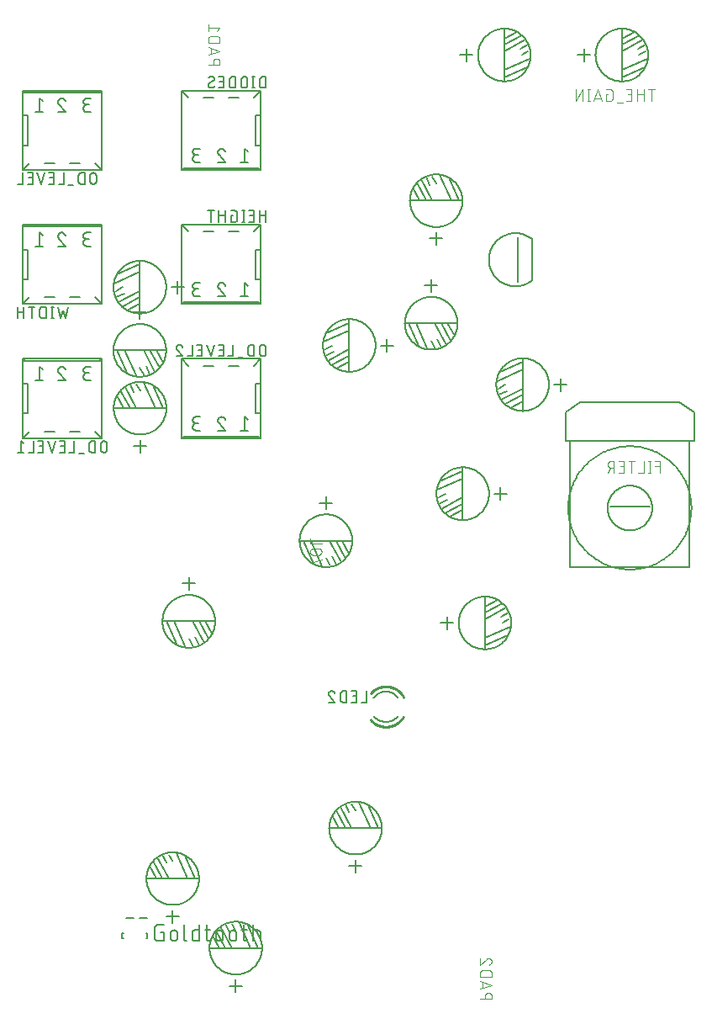
<source format=gbo>
G04 EAGLE Gerber RS-274X export*
G75*
%MOMM*%
%FSLAX34Y34*%
%LPD*%
%INSilk bottom*%
%IPPOS*%
%AMOC8*
5,1,8,0,0,1.08239X$1,22.5*%
G01*
%ADD10C,0.152400*%
%ADD11C,0.127000*%
%ADD12C,0.254000*%
%ADD13C,0.101600*%
%ADD14C,0.203200*%
%ADD15C,0.200000*%


D10*
X248384Y73293D02*
X251093Y73293D01*
X251093Y64262D01*
X245674Y64262D01*
X245556Y64264D01*
X245438Y64270D01*
X245320Y64279D01*
X245203Y64293D01*
X245086Y64310D01*
X244969Y64331D01*
X244854Y64356D01*
X244739Y64385D01*
X244625Y64418D01*
X244513Y64454D01*
X244402Y64494D01*
X244292Y64537D01*
X244183Y64584D01*
X244076Y64634D01*
X243971Y64689D01*
X243868Y64746D01*
X243767Y64807D01*
X243667Y64871D01*
X243570Y64938D01*
X243475Y65008D01*
X243383Y65082D01*
X243292Y65158D01*
X243205Y65238D01*
X243120Y65320D01*
X243038Y65405D01*
X242958Y65492D01*
X242882Y65583D01*
X242808Y65675D01*
X242738Y65770D01*
X242671Y65867D01*
X242607Y65967D01*
X242546Y66068D01*
X242489Y66171D01*
X242434Y66276D01*
X242384Y66383D01*
X242337Y66492D01*
X242294Y66602D01*
X242254Y66713D01*
X242218Y66825D01*
X242185Y66939D01*
X242156Y67054D01*
X242131Y67169D01*
X242110Y67286D01*
X242093Y67403D01*
X242079Y67520D01*
X242070Y67638D01*
X242064Y67756D01*
X242062Y67874D01*
X242062Y76906D01*
X242064Y77024D01*
X242070Y77142D01*
X242079Y77260D01*
X242093Y77377D01*
X242110Y77494D01*
X242131Y77611D01*
X242156Y77726D01*
X242185Y77841D01*
X242218Y77955D01*
X242254Y78067D01*
X242294Y78178D01*
X242337Y78288D01*
X242384Y78397D01*
X242434Y78504D01*
X242488Y78609D01*
X242546Y78712D01*
X242607Y78813D01*
X242671Y78913D01*
X242738Y79010D01*
X242808Y79105D01*
X242882Y79197D01*
X242958Y79288D01*
X243038Y79375D01*
X243120Y79460D01*
X243205Y79542D01*
X243292Y79622D01*
X243383Y79698D01*
X243475Y79772D01*
X243570Y79842D01*
X243667Y79909D01*
X243767Y79973D01*
X243868Y80034D01*
X243971Y80091D01*
X244076Y80145D01*
X244183Y80196D01*
X244292Y80243D01*
X244402Y80286D01*
X244513Y80326D01*
X244625Y80362D01*
X244739Y80395D01*
X244854Y80424D01*
X244969Y80449D01*
X245086Y80470D01*
X245203Y80487D01*
X245320Y80501D01*
X245438Y80510D01*
X245556Y80516D01*
X245674Y80518D01*
X251093Y80518D01*
X258075Y71487D02*
X258075Y67874D01*
X258076Y71487D02*
X258078Y71606D01*
X258084Y71726D01*
X258094Y71845D01*
X258108Y71963D01*
X258125Y72082D01*
X258147Y72199D01*
X258172Y72316D01*
X258202Y72431D01*
X258235Y72546D01*
X258272Y72660D01*
X258312Y72772D01*
X258357Y72883D01*
X258405Y72992D01*
X258456Y73100D01*
X258511Y73206D01*
X258570Y73310D01*
X258632Y73412D01*
X258697Y73512D01*
X258766Y73610D01*
X258838Y73706D01*
X258913Y73799D01*
X258990Y73889D01*
X259071Y73977D01*
X259155Y74062D01*
X259242Y74144D01*
X259331Y74224D01*
X259423Y74300D01*
X259517Y74374D01*
X259614Y74444D01*
X259712Y74511D01*
X259813Y74575D01*
X259917Y74635D01*
X260022Y74692D01*
X260129Y74745D01*
X260237Y74795D01*
X260347Y74841D01*
X260459Y74883D01*
X260572Y74922D01*
X260686Y74957D01*
X260801Y74988D01*
X260918Y75016D01*
X261035Y75039D01*
X261152Y75059D01*
X261271Y75075D01*
X261390Y75087D01*
X261509Y75095D01*
X261628Y75099D01*
X261748Y75099D01*
X261867Y75095D01*
X261986Y75087D01*
X262105Y75075D01*
X262224Y75059D01*
X262341Y75039D01*
X262458Y75016D01*
X262575Y74988D01*
X262690Y74957D01*
X262804Y74922D01*
X262917Y74883D01*
X263029Y74841D01*
X263139Y74795D01*
X263247Y74745D01*
X263354Y74692D01*
X263459Y74635D01*
X263563Y74575D01*
X263664Y74511D01*
X263762Y74444D01*
X263859Y74374D01*
X263953Y74300D01*
X264045Y74224D01*
X264134Y74144D01*
X264221Y74062D01*
X264305Y73977D01*
X264386Y73889D01*
X264463Y73799D01*
X264538Y73706D01*
X264610Y73610D01*
X264679Y73512D01*
X264744Y73412D01*
X264806Y73310D01*
X264865Y73206D01*
X264920Y73100D01*
X264971Y72992D01*
X265019Y72883D01*
X265064Y72772D01*
X265104Y72660D01*
X265141Y72546D01*
X265174Y72431D01*
X265204Y72316D01*
X265229Y72199D01*
X265251Y72082D01*
X265268Y71963D01*
X265282Y71845D01*
X265292Y71726D01*
X265298Y71606D01*
X265300Y71487D01*
X265300Y67874D01*
X265298Y67755D01*
X265292Y67635D01*
X265282Y67516D01*
X265268Y67398D01*
X265251Y67279D01*
X265229Y67162D01*
X265204Y67045D01*
X265174Y66930D01*
X265141Y66815D01*
X265104Y66701D01*
X265064Y66589D01*
X265019Y66478D01*
X264971Y66369D01*
X264920Y66261D01*
X264865Y66155D01*
X264806Y66051D01*
X264744Y65949D01*
X264679Y65849D01*
X264610Y65751D01*
X264538Y65655D01*
X264463Y65562D01*
X264386Y65472D01*
X264305Y65384D01*
X264221Y65299D01*
X264134Y65217D01*
X264045Y65137D01*
X263953Y65061D01*
X263859Y64987D01*
X263762Y64917D01*
X263664Y64850D01*
X263563Y64786D01*
X263459Y64726D01*
X263354Y64669D01*
X263247Y64616D01*
X263139Y64566D01*
X263029Y64520D01*
X262917Y64478D01*
X262804Y64439D01*
X262690Y64404D01*
X262575Y64373D01*
X262458Y64345D01*
X262341Y64322D01*
X262224Y64302D01*
X262105Y64286D01*
X261986Y64274D01*
X261867Y64266D01*
X261748Y64262D01*
X261628Y64262D01*
X261509Y64266D01*
X261390Y64274D01*
X261271Y64286D01*
X261152Y64302D01*
X261035Y64322D01*
X260918Y64345D01*
X260801Y64373D01*
X260686Y64404D01*
X260572Y64439D01*
X260459Y64478D01*
X260347Y64520D01*
X260237Y64566D01*
X260129Y64616D01*
X260022Y64669D01*
X259917Y64726D01*
X259813Y64786D01*
X259712Y64850D01*
X259614Y64917D01*
X259517Y64987D01*
X259423Y65061D01*
X259331Y65137D01*
X259242Y65217D01*
X259155Y65299D01*
X259071Y65384D01*
X258990Y65472D01*
X258913Y65562D01*
X258838Y65655D01*
X258766Y65751D01*
X258697Y65849D01*
X258632Y65949D01*
X258570Y66051D01*
X258511Y66155D01*
X258456Y66261D01*
X258405Y66369D01*
X258357Y66478D01*
X258312Y66589D01*
X258272Y66701D01*
X258235Y66815D01*
X258202Y66930D01*
X258172Y67045D01*
X258147Y67162D01*
X258125Y67279D01*
X258108Y67398D01*
X258094Y67516D01*
X258084Y67635D01*
X258078Y67755D01*
X258076Y67874D01*
X271859Y66971D02*
X271859Y80518D01*
X271860Y66971D02*
X271862Y66870D01*
X271868Y66769D01*
X271877Y66668D01*
X271890Y66567D01*
X271907Y66467D01*
X271928Y66368D01*
X271952Y66270D01*
X271980Y66173D01*
X272012Y66076D01*
X272047Y65981D01*
X272086Y65888D01*
X272128Y65796D01*
X272174Y65705D01*
X272223Y65617D01*
X272275Y65530D01*
X272331Y65445D01*
X272389Y65362D01*
X272451Y65282D01*
X272516Y65204D01*
X272583Y65128D01*
X272653Y65055D01*
X272726Y64985D01*
X272802Y64918D01*
X272880Y64853D01*
X272960Y64791D01*
X273043Y64733D01*
X273128Y64677D01*
X273215Y64625D01*
X273303Y64576D01*
X273394Y64530D01*
X273486Y64488D01*
X273579Y64449D01*
X273674Y64414D01*
X273771Y64382D01*
X273868Y64354D01*
X273966Y64330D01*
X274065Y64309D01*
X274165Y64292D01*
X274266Y64279D01*
X274367Y64270D01*
X274468Y64264D01*
X274569Y64262D01*
X287111Y64262D02*
X287111Y80518D01*
X287111Y64262D02*
X282595Y64262D01*
X282494Y64264D01*
X282393Y64270D01*
X282292Y64279D01*
X282191Y64292D01*
X282091Y64309D01*
X281992Y64330D01*
X281894Y64354D01*
X281797Y64382D01*
X281700Y64414D01*
X281605Y64449D01*
X281512Y64488D01*
X281420Y64530D01*
X281329Y64576D01*
X281241Y64625D01*
X281154Y64677D01*
X281069Y64733D01*
X280986Y64791D01*
X280906Y64853D01*
X280828Y64918D01*
X280752Y64985D01*
X280679Y65055D01*
X280609Y65128D01*
X280542Y65204D01*
X280477Y65282D01*
X280415Y65362D01*
X280357Y65445D01*
X280301Y65530D01*
X280249Y65617D01*
X280200Y65705D01*
X280154Y65796D01*
X280112Y65888D01*
X280073Y65981D01*
X280038Y66076D01*
X280006Y66173D01*
X279978Y66270D01*
X279954Y66368D01*
X279933Y66467D01*
X279916Y66567D01*
X279903Y66668D01*
X279894Y66769D01*
X279888Y66870D01*
X279886Y66971D01*
X279886Y72390D01*
X279888Y72491D01*
X279894Y72592D01*
X279903Y72693D01*
X279916Y72794D01*
X279933Y72894D01*
X279954Y72993D01*
X279978Y73091D01*
X280006Y73188D01*
X280038Y73285D01*
X280073Y73380D01*
X280112Y73473D01*
X280154Y73565D01*
X280200Y73656D01*
X280249Y73745D01*
X280301Y73831D01*
X280357Y73916D01*
X280415Y73999D01*
X280477Y74079D01*
X280542Y74157D01*
X280609Y74233D01*
X280679Y74306D01*
X280752Y74376D01*
X280828Y74443D01*
X280906Y74508D01*
X280986Y74570D01*
X281069Y74628D01*
X281154Y74684D01*
X281241Y74736D01*
X281329Y74785D01*
X281420Y74831D01*
X281512Y74873D01*
X281605Y74912D01*
X281700Y74947D01*
X281797Y74979D01*
X281894Y75007D01*
X281992Y75031D01*
X282091Y75052D01*
X282191Y75069D01*
X282292Y75082D01*
X282393Y75091D01*
X282494Y75097D01*
X282595Y75099D01*
X287111Y75099D01*
X292730Y75099D02*
X298149Y75099D01*
X294536Y80518D02*
X294536Y66971D01*
X294538Y66870D01*
X294544Y66769D01*
X294553Y66668D01*
X294566Y66567D01*
X294583Y66467D01*
X294604Y66368D01*
X294628Y66270D01*
X294656Y66173D01*
X294688Y66076D01*
X294723Y65981D01*
X294762Y65888D01*
X294804Y65796D01*
X294850Y65705D01*
X294899Y65617D01*
X294951Y65530D01*
X295007Y65445D01*
X295065Y65362D01*
X295127Y65282D01*
X295192Y65204D01*
X295259Y65128D01*
X295329Y65055D01*
X295402Y64985D01*
X295478Y64918D01*
X295556Y64853D01*
X295636Y64791D01*
X295719Y64733D01*
X295804Y64677D01*
X295891Y64625D01*
X295979Y64576D01*
X296070Y64530D01*
X296162Y64488D01*
X296255Y64449D01*
X296350Y64414D01*
X296447Y64382D01*
X296544Y64354D01*
X296642Y64330D01*
X296741Y64309D01*
X296841Y64292D01*
X296942Y64279D01*
X297043Y64270D01*
X297144Y64264D01*
X297245Y64262D01*
X298149Y64262D01*
X303927Y67874D02*
X303927Y71487D01*
X303929Y71606D01*
X303935Y71726D01*
X303945Y71845D01*
X303959Y71963D01*
X303976Y72082D01*
X303998Y72199D01*
X304023Y72316D01*
X304053Y72431D01*
X304086Y72546D01*
X304123Y72660D01*
X304163Y72772D01*
X304208Y72883D01*
X304256Y72992D01*
X304307Y73100D01*
X304362Y73206D01*
X304421Y73310D01*
X304483Y73412D01*
X304548Y73512D01*
X304617Y73610D01*
X304689Y73706D01*
X304764Y73799D01*
X304841Y73889D01*
X304922Y73977D01*
X305006Y74062D01*
X305093Y74144D01*
X305182Y74224D01*
X305274Y74300D01*
X305368Y74374D01*
X305465Y74444D01*
X305563Y74511D01*
X305664Y74575D01*
X305768Y74635D01*
X305873Y74692D01*
X305980Y74745D01*
X306088Y74795D01*
X306198Y74841D01*
X306310Y74883D01*
X306423Y74922D01*
X306537Y74957D01*
X306652Y74988D01*
X306769Y75016D01*
X306886Y75039D01*
X307003Y75059D01*
X307122Y75075D01*
X307241Y75087D01*
X307360Y75095D01*
X307479Y75099D01*
X307599Y75099D01*
X307718Y75095D01*
X307837Y75087D01*
X307956Y75075D01*
X308075Y75059D01*
X308192Y75039D01*
X308309Y75016D01*
X308426Y74988D01*
X308541Y74957D01*
X308655Y74922D01*
X308768Y74883D01*
X308880Y74841D01*
X308990Y74795D01*
X309098Y74745D01*
X309205Y74692D01*
X309310Y74635D01*
X309414Y74575D01*
X309515Y74511D01*
X309613Y74444D01*
X309710Y74374D01*
X309804Y74300D01*
X309896Y74224D01*
X309985Y74144D01*
X310072Y74062D01*
X310156Y73977D01*
X310237Y73889D01*
X310314Y73799D01*
X310389Y73706D01*
X310461Y73610D01*
X310530Y73512D01*
X310595Y73412D01*
X310657Y73310D01*
X310716Y73206D01*
X310771Y73100D01*
X310822Y72992D01*
X310870Y72883D01*
X310915Y72772D01*
X310955Y72660D01*
X310992Y72546D01*
X311025Y72431D01*
X311055Y72316D01*
X311080Y72199D01*
X311102Y72082D01*
X311119Y71963D01*
X311133Y71845D01*
X311143Y71726D01*
X311149Y71606D01*
X311151Y71487D01*
X311152Y71487D02*
X311152Y67874D01*
X311151Y67874D02*
X311149Y67755D01*
X311143Y67635D01*
X311133Y67516D01*
X311119Y67398D01*
X311102Y67279D01*
X311080Y67162D01*
X311055Y67045D01*
X311025Y66930D01*
X310992Y66815D01*
X310955Y66701D01*
X310915Y66589D01*
X310870Y66478D01*
X310822Y66369D01*
X310771Y66261D01*
X310716Y66155D01*
X310657Y66051D01*
X310595Y65949D01*
X310530Y65849D01*
X310461Y65751D01*
X310389Y65655D01*
X310314Y65562D01*
X310237Y65472D01*
X310156Y65384D01*
X310072Y65299D01*
X309985Y65217D01*
X309896Y65137D01*
X309804Y65061D01*
X309710Y64987D01*
X309613Y64917D01*
X309515Y64850D01*
X309414Y64786D01*
X309310Y64726D01*
X309205Y64669D01*
X309098Y64616D01*
X308990Y64566D01*
X308880Y64520D01*
X308768Y64478D01*
X308655Y64439D01*
X308541Y64404D01*
X308426Y64373D01*
X308309Y64345D01*
X308192Y64322D01*
X308075Y64302D01*
X307956Y64286D01*
X307837Y64274D01*
X307718Y64266D01*
X307599Y64262D01*
X307479Y64262D01*
X307360Y64266D01*
X307241Y64274D01*
X307122Y64286D01*
X307003Y64302D01*
X306886Y64322D01*
X306769Y64345D01*
X306652Y64373D01*
X306537Y64404D01*
X306423Y64439D01*
X306310Y64478D01*
X306198Y64520D01*
X306088Y64566D01*
X305980Y64616D01*
X305873Y64669D01*
X305768Y64726D01*
X305664Y64786D01*
X305563Y64850D01*
X305465Y64917D01*
X305368Y64987D01*
X305274Y65061D01*
X305182Y65137D01*
X305093Y65217D01*
X305006Y65299D01*
X304922Y65384D01*
X304841Y65472D01*
X304764Y65562D01*
X304689Y65655D01*
X304617Y65751D01*
X304548Y65849D01*
X304483Y65949D01*
X304421Y66051D01*
X304362Y66155D01*
X304307Y66261D01*
X304256Y66369D01*
X304208Y66478D01*
X304163Y66589D01*
X304123Y66701D01*
X304086Y66815D01*
X304053Y66930D01*
X304023Y67045D01*
X303998Y67162D01*
X303976Y67279D01*
X303959Y67398D01*
X303945Y67516D01*
X303935Y67635D01*
X303929Y67755D01*
X303927Y67874D01*
X317474Y67874D02*
X317474Y71487D01*
X317476Y71606D01*
X317482Y71726D01*
X317492Y71845D01*
X317506Y71963D01*
X317523Y72082D01*
X317545Y72199D01*
X317570Y72316D01*
X317600Y72431D01*
X317633Y72546D01*
X317670Y72660D01*
X317710Y72772D01*
X317755Y72883D01*
X317803Y72992D01*
X317854Y73100D01*
X317909Y73206D01*
X317968Y73310D01*
X318030Y73412D01*
X318095Y73512D01*
X318164Y73610D01*
X318236Y73706D01*
X318311Y73799D01*
X318388Y73889D01*
X318469Y73977D01*
X318553Y74062D01*
X318640Y74144D01*
X318729Y74224D01*
X318821Y74300D01*
X318915Y74374D01*
X319012Y74444D01*
X319110Y74511D01*
X319211Y74575D01*
X319315Y74635D01*
X319420Y74692D01*
X319527Y74745D01*
X319635Y74795D01*
X319745Y74841D01*
X319857Y74883D01*
X319970Y74922D01*
X320084Y74957D01*
X320199Y74988D01*
X320316Y75016D01*
X320433Y75039D01*
X320550Y75059D01*
X320669Y75075D01*
X320788Y75087D01*
X320907Y75095D01*
X321026Y75099D01*
X321146Y75099D01*
X321265Y75095D01*
X321384Y75087D01*
X321503Y75075D01*
X321622Y75059D01*
X321739Y75039D01*
X321856Y75016D01*
X321973Y74988D01*
X322088Y74957D01*
X322202Y74922D01*
X322315Y74883D01*
X322427Y74841D01*
X322537Y74795D01*
X322645Y74745D01*
X322752Y74692D01*
X322857Y74635D01*
X322961Y74575D01*
X323062Y74511D01*
X323160Y74444D01*
X323257Y74374D01*
X323351Y74300D01*
X323443Y74224D01*
X323532Y74144D01*
X323619Y74062D01*
X323703Y73977D01*
X323784Y73889D01*
X323861Y73799D01*
X323936Y73706D01*
X324008Y73610D01*
X324077Y73512D01*
X324142Y73412D01*
X324204Y73310D01*
X324263Y73206D01*
X324318Y73100D01*
X324369Y72992D01*
X324417Y72883D01*
X324462Y72772D01*
X324502Y72660D01*
X324539Y72546D01*
X324572Y72431D01*
X324602Y72316D01*
X324627Y72199D01*
X324649Y72082D01*
X324666Y71963D01*
X324680Y71845D01*
X324690Y71726D01*
X324696Y71606D01*
X324698Y71487D01*
X324699Y71487D02*
X324699Y67874D01*
X324698Y67874D02*
X324696Y67755D01*
X324690Y67635D01*
X324680Y67516D01*
X324666Y67398D01*
X324649Y67279D01*
X324627Y67162D01*
X324602Y67045D01*
X324572Y66930D01*
X324539Y66815D01*
X324502Y66701D01*
X324462Y66589D01*
X324417Y66478D01*
X324369Y66369D01*
X324318Y66261D01*
X324263Y66155D01*
X324204Y66051D01*
X324142Y65949D01*
X324077Y65849D01*
X324008Y65751D01*
X323936Y65655D01*
X323861Y65562D01*
X323784Y65472D01*
X323703Y65384D01*
X323619Y65299D01*
X323532Y65217D01*
X323443Y65137D01*
X323351Y65061D01*
X323257Y64987D01*
X323160Y64917D01*
X323062Y64850D01*
X322961Y64786D01*
X322857Y64726D01*
X322752Y64669D01*
X322645Y64616D01*
X322537Y64566D01*
X322427Y64520D01*
X322315Y64478D01*
X322202Y64439D01*
X322088Y64404D01*
X321973Y64373D01*
X321856Y64345D01*
X321739Y64322D01*
X321622Y64302D01*
X321503Y64286D01*
X321384Y64274D01*
X321265Y64266D01*
X321146Y64262D01*
X321026Y64262D01*
X320907Y64266D01*
X320788Y64274D01*
X320669Y64286D01*
X320550Y64302D01*
X320433Y64322D01*
X320316Y64345D01*
X320199Y64373D01*
X320084Y64404D01*
X319970Y64439D01*
X319857Y64478D01*
X319745Y64520D01*
X319635Y64566D01*
X319527Y64616D01*
X319420Y64669D01*
X319315Y64726D01*
X319211Y64786D01*
X319110Y64850D01*
X319012Y64917D01*
X318915Y64987D01*
X318821Y65061D01*
X318729Y65137D01*
X318640Y65217D01*
X318553Y65299D01*
X318469Y65384D01*
X318388Y65472D01*
X318311Y65562D01*
X318236Y65655D01*
X318164Y65751D01*
X318095Y65849D01*
X318030Y65949D01*
X317968Y66051D01*
X317909Y66155D01*
X317854Y66261D01*
X317803Y66369D01*
X317755Y66478D01*
X317710Y66589D01*
X317670Y66701D01*
X317633Y66815D01*
X317600Y66930D01*
X317570Y67045D01*
X317545Y67162D01*
X317523Y67279D01*
X317506Y67398D01*
X317492Y67516D01*
X317482Y67635D01*
X317476Y67755D01*
X317474Y67874D01*
X329724Y75099D02*
X335142Y75099D01*
X331530Y80518D02*
X331530Y66971D01*
X331532Y66870D01*
X331538Y66769D01*
X331547Y66668D01*
X331560Y66567D01*
X331577Y66467D01*
X331598Y66368D01*
X331622Y66270D01*
X331650Y66173D01*
X331682Y66076D01*
X331717Y65981D01*
X331756Y65888D01*
X331798Y65796D01*
X331844Y65705D01*
X331893Y65617D01*
X331945Y65530D01*
X332001Y65445D01*
X332059Y65362D01*
X332121Y65282D01*
X332186Y65204D01*
X332253Y65128D01*
X332323Y65055D01*
X332396Y64985D01*
X332472Y64918D01*
X332550Y64853D01*
X332630Y64791D01*
X332713Y64733D01*
X332798Y64677D01*
X332885Y64625D01*
X332973Y64576D01*
X333064Y64530D01*
X333156Y64488D01*
X333249Y64449D01*
X333344Y64414D01*
X333441Y64382D01*
X333538Y64354D01*
X333636Y64330D01*
X333735Y64309D01*
X333835Y64292D01*
X333936Y64279D01*
X334037Y64270D01*
X334138Y64264D01*
X334239Y64262D01*
X335142Y64262D01*
X341442Y64262D02*
X341442Y80518D01*
X341442Y75099D02*
X345957Y75099D01*
X346061Y75097D01*
X346164Y75091D01*
X346268Y75081D01*
X346371Y75067D01*
X346473Y75049D01*
X346574Y75028D01*
X346675Y75002D01*
X346774Y74973D01*
X346873Y74940D01*
X346970Y74903D01*
X347065Y74862D01*
X347159Y74818D01*
X347251Y74770D01*
X347341Y74719D01*
X347430Y74664D01*
X347516Y74606D01*
X347599Y74544D01*
X347681Y74480D01*
X347759Y74412D01*
X347835Y74342D01*
X347909Y74269D01*
X347979Y74192D01*
X348047Y74114D01*
X348111Y74032D01*
X348173Y73949D01*
X348231Y73863D01*
X348286Y73774D01*
X348337Y73684D01*
X348385Y73592D01*
X348429Y73498D01*
X348470Y73403D01*
X348507Y73306D01*
X348540Y73207D01*
X348569Y73108D01*
X348595Y73007D01*
X348616Y72906D01*
X348634Y72804D01*
X348648Y72701D01*
X348658Y72597D01*
X348664Y72494D01*
X348666Y72390D01*
X348667Y72390D02*
X348667Y64262D01*
D11*
X499200Y809150D02*
X499208Y809800D01*
X499232Y810450D01*
X499272Y811099D01*
X499328Y811747D01*
X499399Y812394D01*
X499487Y813038D01*
X499590Y813680D01*
X499709Y814320D01*
X499844Y814956D01*
X499994Y815589D01*
X500160Y816218D01*
X500341Y816843D01*
X500538Y817463D01*
X500749Y818078D01*
X500976Y818687D01*
X501217Y819291D01*
X501473Y819889D01*
X501744Y820480D01*
X502030Y821065D01*
X502329Y821642D01*
X502643Y822212D01*
X502970Y822774D01*
X503311Y823327D01*
X503666Y823873D01*
X504034Y824409D01*
X504415Y824936D01*
X504809Y825454D01*
X505215Y825961D01*
X505634Y826459D01*
X506065Y826946D01*
X506507Y827423D01*
X506962Y827888D01*
X507427Y828343D01*
X507904Y828785D01*
X508391Y829216D01*
X508889Y829635D01*
X509396Y830041D01*
X509914Y830435D01*
X510441Y830816D01*
X510977Y831184D01*
X511523Y831539D01*
X512076Y831880D01*
X512638Y832207D01*
X513208Y832521D01*
X513785Y832820D01*
X514370Y833106D01*
X514961Y833377D01*
X515559Y833633D01*
X516163Y833874D01*
X516772Y834101D01*
X517387Y834312D01*
X518007Y834509D01*
X518632Y834690D01*
X519261Y834856D01*
X519894Y835006D01*
X520530Y835141D01*
X521170Y835260D01*
X521812Y835363D01*
X522456Y835451D01*
X523103Y835522D01*
X523751Y835578D01*
X524400Y835618D01*
X525050Y835642D01*
X525700Y835650D01*
X526350Y835642D01*
X527000Y835618D01*
X527649Y835578D01*
X528297Y835522D01*
X528944Y835451D01*
X529588Y835363D01*
X530230Y835260D01*
X530870Y835141D01*
X531506Y835006D01*
X532139Y834856D01*
X532768Y834690D01*
X533393Y834509D01*
X534013Y834312D01*
X534628Y834101D01*
X535237Y833874D01*
X535841Y833633D01*
X536439Y833377D01*
X537030Y833106D01*
X537615Y832820D01*
X538192Y832521D01*
X538762Y832207D01*
X539324Y831880D01*
X539877Y831539D01*
X540423Y831184D01*
X540959Y830816D01*
X541486Y830435D01*
X542004Y830041D01*
X542511Y829635D01*
X543009Y829216D01*
X543496Y828785D01*
X543973Y828343D01*
X544438Y827888D01*
X544893Y827423D01*
X545335Y826946D01*
X545766Y826459D01*
X546185Y825961D01*
X546591Y825454D01*
X546985Y824936D01*
X547366Y824409D01*
X547734Y823873D01*
X548089Y823327D01*
X548430Y822774D01*
X548757Y822212D01*
X549071Y821642D01*
X549370Y821065D01*
X549656Y820480D01*
X549927Y819889D01*
X550183Y819291D01*
X550424Y818687D01*
X550651Y818078D01*
X550862Y817463D01*
X551059Y816843D01*
X551240Y816218D01*
X551406Y815589D01*
X551556Y814956D01*
X551691Y814320D01*
X551810Y813680D01*
X551913Y813038D01*
X552001Y812394D01*
X552072Y811747D01*
X552128Y811099D01*
X552168Y810450D01*
X552192Y809800D01*
X552200Y809150D01*
X552192Y808500D01*
X552168Y807850D01*
X552128Y807201D01*
X552072Y806553D01*
X552001Y805906D01*
X551913Y805262D01*
X551810Y804620D01*
X551691Y803980D01*
X551556Y803344D01*
X551406Y802711D01*
X551240Y802082D01*
X551059Y801457D01*
X550862Y800837D01*
X550651Y800222D01*
X550424Y799613D01*
X550183Y799009D01*
X549927Y798411D01*
X549656Y797820D01*
X549370Y797235D01*
X549071Y796658D01*
X548757Y796088D01*
X548430Y795526D01*
X548089Y794973D01*
X547734Y794427D01*
X547366Y793891D01*
X546985Y793364D01*
X546591Y792846D01*
X546185Y792339D01*
X545766Y791841D01*
X545335Y791354D01*
X544893Y790877D01*
X544438Y790412D01*
X543973Y789957D01*
X543496Y789515D01*
X543009Y789084D01*
X542511Y788665D01*
X542004Y788259D01*
X541486Y787865D01*
X540959Y787484D01*
X540423Y787116D01*
X539877Y786761D01*
X539324Y786420D01*
X538762Y786093D01*
X538192Y785779D01*
X537615Y785480D01*
X537030Y785194D01*
X536439Y784923D01*
X535841Y784667D01*
X535237Y784426D01*
X534628Y784199D01*
X534013Y783988D01*
X533393Y783791D01*
X532768Y783610D01*
X532139Y783444D01*
X531506Y783294D01*
X530870Y783159D01*
X530230Y783040D01*
X529588Y782937D01*
X528944Y782849D01*
X528297Y782778D01*
X527649Y782722D01*
X527000Y782682D01*
X526350Y782658D01*
X525700Y782650D01*
X525050Y782658D01*
X524400Y782682D01*
X523751Y782722D01*
X523103Y782778D01*
X522456Y782849D01*
X521812Y782937D01*
X521170Y783040D01*
X520530Y783159D01*
X519894Y783294D01*
X519261Y783444D01*
X518632Y783610D01*
X518007Y783791D01*
X517387Y783988D01*
X516772Y784199D01*
X516163Y784426D01*
X515559Y784667D01*
X514961Y784923D01*
X514370Y785194D01*
X513785Y785480D01*
X513208Y785779D01*
X512638Y786093D01*
X512076Y786420D01*
X511523Y786761D01*
X510977Y787116D01*
X510441Y787484D01*
X509914Y787865D01*
X509396Y788259D01*
X508889Y788665D01*
X508391Y789084D01*
X507904Y789515D01*
X507427Y789957D01*
X506962Y790412D01*
X506507Y790877D01*
X506065Y791354D01*
X505634Y791841D01*
X505215Y792339D01*
X504809Y792846D01*
X504415Y793364D01*
X504034Y793891D01*
X503666Y794427D01*
X503311Y794973D01*
X502970Y795526D01*
X502643Y796088D01*
X502329Y796658D01*
X502030Y797235D01*
X501744Y797820D01*
X501473Y798411D01*
X501217Y799009D01*
X500976Y799613D01*
X500749Y800222D01*
X500538Y800837D01*
X500341Y801457D01*
X500160Y802082D01*
X499994Y802711D01*
X499844Y803344D01*
X499709Y803980D01*
X499590Y804620D01*
X499487Y805262D01*
X499399Y805906D01*
X499328Y806553D01*
X499272Y807201D01*
X499232Y807850D01*
X499208Y808500D01*
X499200Y809150D01*
X525700Y771050D02*
X525700Y764700D01*
X525700Y771050D02*
X525700Y777400D01*
X525700Y771050D02*
X519350Y771050D01*
X525700Y771050D02*
X532050Y771050D01*
X509190Y809150D02*
X499030Y809150D01*
X509190Y809150D02*
X515540Y809150D01*
X521890Y809150D01*
X540940Y809150D01*
X548560Y809150D01*
X552370Y809150D01*
X548560Y809150D02*
X538400Y832010D01*
X529510Y834550D02*
X540940Y809150D01*
X519350Y825025D02*
X515540Y833280D01*
X510460Y830740D02*
X521890Y809150D01*
X515540Y809150D02*
X506015Y826930D01*
X502205Y821850D02*
X509190Y809150D01*
X525700Y826650D02*
X521890Y833280D01*
X494200Y685800D02*
X494208Y686450D01*
X494232Y687100D01*
X494272Y687749D01*
X494328Y688397D01*
X494399Y689044D01*
X494487Y689688D01*
X494590Y690330D01*
X494709Y690970D01*
X494844Y691606D01*
X494994Y692239D01*
X495160Y692868D01*
X495341Y693493D01*
X495538Y694113D01*
X495749Y694728D01*
X495976Y695337D01*
X496217Y695941D01*
X496473Y696539D01*
X496744Y697130D01*
X497030Y697715D01*
X497329Y698292D01*
X497643Y698862D01*
X497970Y699424D01*
X498311Y699977D01*
X498666Y700523D01*
X499034Y701059D01*
X499415Y701586D01*
X499809Y702104D01*
X500215Y702611D01*
X500634Y703109D01*
X501065Y703596D01*
X501507Y704073D01*
X501962Y704538D01*
X502427Y704993D01*
X502904Y705435D01*
X503391Y705866D01*
X503889Y706285D01*
X504396Y706691D01*
X504914Y707085D01*
X505441Y707466D01*
X505977Y707834D01*
X506523Y708189D01*
X507076Y708530D01*
X507638Y708857D01*
X508208Y709171D01*
X508785Y709470D01*
X509370Y709756D01*
X509961Y710027D01*
X510559Y710283D01*
X511163Y710524D01*
X511772Y710751D01*
X512387Y710962D01*
X513007Y711159D01*
X513632Y711340D01*
X514261Y711506D01*
X514894Y711656D01*
X515530Y711791D01*
X516170Y711910D01*
X516812Y712013D01*
X517456Y712101D01*
X518103Y712172D01*
X518751Y712228D01*
X519400Y712268D01*
X520050Y712292D01*
X520700Y712300D01*
X521350Y712292D01*
X522000Y712268D01*
X522649Y712228D01*
X523297Y712172D01*
X523944Y712101D01*
X524588Y712013D01*
X525230Y711910D01*
X525870Y711791D01*
X526506Y711656D01*
X527139Y711506D01*
X527768Y711340D01*
X528393Y711159D01*
X529013Y710962D01*
X529628Y710751D01*
X530237Y710524D01*
X530841Y710283D01*
X531439Y710027D01*
X532030Y709756D01*
X532615Y709470D01*
X533192Y709171D01*
X533762Y708857D01*
X534324Y708530D01*
X534877Y708189D01*
X535423Y707834D01*
X535959Y707466D01*
X536486Y707085D01*
X537004Y706691D01*
X537511Y706285D01*
X538009Y705866D01*
X538496Y705435D01*
X538973Y704993D01*
X539438Y704538D01*
X539893Y704073D01*
X540335Y703596D01*
X540766Y703109D01*
X541185Y702611D01*
X541591Y702104D01*
X541985Y701586D01*
X542366Y701059D01*
X542734Y700523D01*
X543089Y699977D01*
X543430Y699424D01*
X543757Y698862D01*
X544071Y698292D01*
X544370Y697715D01*
X544656Y697130D01*
X544927Y696539D01*
X545183Y695941D01*
X545424Y695337D01*
X545651Y694728D01*
X545862Y694113D01*
X546059Y693493D01*
X546240Y692868D01*
X546406Y692239D01*
X546556Y691606D01*
X546691Y690970D01*
X546810Y690330D01*
X546913Y689688D01*
X547001Y689044D01*
X547072Y688397D01*
X547128Y687749D01*
X547168Y687100D01*
X547192Y686450D01*
X547200Y685800D01*
X547192Y685150D01*
X547168Y684500D01*
X547128Y683851D01*
X547072Y683203D01*
X547001Y682556D01*
X546913Y681912D01*
X546810Y681270D01*
X546691Y680630D01*
X546556Y679994D01*
X546406Y679361D01*
X546240Y678732D01*
X546059Y678107D01*
X545862Y677487D01*
X545651Y676872D01*
X545424Y676263D01*
X545183Y675659D01*
X544927Y675061D01*
X544656Y674470D01*
X544370Y673885D01*
X544071Y673308D01*
X543757Y672738D01*
X543430Y672176D01*
X543089Y671623D01*
X542734Y671077D01*
X542366Y670541D01*
X541985Y670014D01*
X541591Y669496D01*
X541185Y668989D01*
X540766Y668491D01*
X540335Y668004D01*
X539893Y667527D01*
X539438Y667062D01*
X538973Y666607D01*
X538496Y666165D01*
X538009Y665734D01*
X537511Y665315D01*
X537004Y664909D01*
X536486Y664515D01*
X535959Y664134D01*
X535423Y663766D01*
X534877Y663411D01*
X534324Y663070D01*
X533762Y662743D01*
X533192Y662429D01*
X532615Y662130D01*
X532030Y661844D01*
X531439Y661573D01*
X530841Y661317D01*
X530237Y661076D01*
X529628Y660849D01*
X529013Y660638D01*
X528393Y660441D01*
X527768Y660260D01*
X527139Y660094D01*
X526506Y659944D01*
X525870Y659809D01*
X525230Y659690D01*
X524588Y659587D01*
X523944Y659499D01*
X523297Y659428D01*
X522649Y659372D01*
X522000Y659332D01*
X521350Y659308D01*
X520700Y659300D01*
X520050Y659308D01*
X519400Y659332D01*
X518751Y659372D01*
X518103Y659428D01*
X517456Y659499D01*
X516812Y659587D01*
X516170Y659690D01*
X515530Y659809D01*
X514894Y659944D01*
X514261Y660094D01*
X513632Y660260D01*
X513007Y660441D01*
X512387Y660638D01*
X511772Y660849D01*
X511163Y661076D01*
X510559Y661317D01*
X509961Y661573D01*
X509370Y661844D01*
X508785Y662130D01*
X508208Y662429D01*
X507638Y662743D01*
X507076Y663070D01*
X506523Y663411D01*
X505977Y663766D01*
X505441Y664134D01*
X504914Y664515D01*
X504396Y664909D01*
X503889Y665315D01*
X503391Y665734D01*
X502904Y666165D01*
X502427Y666607D01*
X501962Y667062D01*
X501507Y667527D01*
X501065Y668004D01*
X500634Y668491D01*
X500215Y668989D01*
X499809Y669496D01*
X499415Y670014D01*
X499034Y670541D01*
X498666Y671077D01*
X498311Y671623D01*
X497970Y672176D01*
X497643Y672738D01*
X497329Y673308D01*
X497030Y673885D01*
X496744Y674470D01*
X496473Y675061D01*
X496217Y675659D01*
X495976Y676263D01*
X495749Y676872D01*
X495538Y677487D01*
X495341Y678107D01*
X495160Y678732D01*
X494994Y679361D01*
X494844Y679994D01*
X494709Y680630D01*
X494590Y681270D01*
X494487Y681912D01*
X494399Y682556D01*
X494328Y683203D01*
X494272Y683851D01*
X494232Y684500D01*
X494208Y685150D01*
X494200Y685800D01*
X520700Y723900D02*
X520700Y730250D01*
X520700Y723900D02*
X520700Y717550D01*
X520700Y723900D02*
X527050Y723900D01*
X520700Y723900D02*
X514350Y723900D01*
X537210Y685800D02*
X547370Y685800D01*
X537210Y685800D02*
X530860Y685800D01*
X524510Y685800D01*
X505460Y685800D01*
X497840Y685800D01*
X494030Y685800D01*
X497840Y685800D02*
X508000Y662940D01*
X516890Y660400D02*
X505460Y685800D01*
X527050Y669925D02*
X530860Y661670D01*
X535940Y664210D02*
X524510Y685800D01*
X530860Y685800D02*
X540385Y668020D01*
X544195Y673100D02*
X537210Y685800D01*
X520700Y668300D02*
X524510Y661670D01*
X200712Y658498D02*
X200720Y659148D01*
X200744Y659798D01*
X200784Y660447D01*
X200840Y661095D01*
X200911Y661742D01*
X200999Y662386D01*
X201102Y663028D01*
X201221Y663668D01*
X201356Y664304D01*
X201506Y664937D01*
X201672Y665566D01*
X201853Y666191D01*
X202050Y666811D01*
X202261Y667426D01*
X202488Y668035D01*
X202729Y668639D01*
X202985Y669237D01*
X203256Y669828D01*
X203542Y670413D01*
X203841Y670990D01*
X204155Y671560D01*
X204482Y672122D01*
X204823Y672675D01*
X205178Y673221D01*
X205546Y673757D01*
X205927Y674284D01*
X206321Y674802D01*
X206727Y675309D01*
X207146Y675807D01*
X207577Y676294D01*
X208019Y676771D01*
X208474Y677236D01*
X208939Y677691D01*
X209416Y678133D01*
X209903Y678564D01*
X210401Y678983D01*
X210908Y679389D01*
X211426Y679783D01*
X211953Y680164D01*
X212489Y680532D01*
X213035Y680887D01*
X213588Y681228D01*
X214150Y681555D01*
X214720Y681869D01*
X215297Y682168D01*
X215882Y682454D01*
X216473Y682725D01*
X217071Y682981D01*
X217675Y683222D01*
X218284Y683449D01*
X218899Y683660D01*
X219519Y683857D01*
X220144Y684038D01*
X220773Y684204D01*
X221406Y684354D01*
X222042Y684489D01*
X222682Y684608D01*
X223324Y684711D01*
X223968Y684799D01*
X224615Y684870D01*
X225263Y684926D01*
X225912Y684966D01*
X226562Y684990D01*
X227212Y684998D01*
X227862Y684990D01*
X228512Y684966D01*
X229161Y684926D01*
X229809Y684870D01*
X230456Y684799D01*
X231100Y684711D01*
X231742Y684608D01*
X232382Y684489D01*
X233018Y684354D01*
X233651Y684204D01*
X234280Y684038D01*
X234905Y683857D01*
X235525Y683660D01*
X236140Y683449D01*
X236749Y683222D01*
X237353Y682981D01*
X237951Y682725D01*
X238542Y682454D01*
X239127Y682168D01*
X239704Y681869D01*
X240274Y681555D01*
X240836Y681228D01*
X241389Y680887D01*
X241935Y680532D01*
X242471Y680164D01*
X242998Y679783D01*
X243516Y679389D01*
X244023Y678983D01*
X244521Y678564D01*
X245008Y678133D01*
X245485Y677691D01*
X245950Y677236D01*
X246405Y676771D01*
X246847Y676294D01*
X247278Y675807D01*
X247697Y675309D01*
X248103Y674802D01*
X248497Y674284D01*
X248878Y673757D01*
X249246Y673221D01*
X249601Y672675D01*
X249942Y672122D01*
X250269Y671560D01*
X250583Y670990D01*
X250882Y670413D01*
X251168Y669828D01*
X251439Y669237D01*
X251695Y668639D01*
X251936Y668035D01*
X252163Y667426D01*
X252374Y666811D01*
X252571Y666191D01*
X252752Y665566D01*
X252918Y664937D01*
X253068Y664304D01*
X253203Y663668D01*
X253322Y663028D01*
X253425Y662386D01*
X253513Y661742D01*
X253584Y661095D01*
X253640Y660447D01*
X253680Y659798D01*
X253704Y659148D01*
X253712Y658498D01*
X253704Y657848D01*
X253680Y657198D01*
X253640Y656549D01*
X253584Y655901D01*
X253513Y655254D01*
X253425Y654610D01*
X253322Y653968D01*
X253203Y653328D01*
X253068Y652692D01*
X252918Y652059D01*
X252752Y651430D01*
X252571Y650805D01*
X252374Y650185D01*
X252163Y649570D01*
X251936Y648961D01*
X251695Y648357D01*
X251439Y647759D01*
X251168Y647168D01*
X250882Y646583D01*
X250583Y646006D01*
X250269Y645436D01*
X249942Y644874D01*
X249601Y644321D01*
X249246Y643775D01*
X248878Y643239D01*
X248497Y642712D01*
X248103Y642194D01*
X247697Y641687D01*
X247278Y641189D01*
X246847Y640702D01*
X246405Y640225D01*
X245950Y639760D01*
X245485Y639305D01*
X245008Y638863D01*
X244521Y638432D01*
X244023Y638013D01*
X243516Y637607D01*
X242998Y637213D01*
X242471Y636832D01*
X241935Y636464D01*
X241389Y636109D01*
X240836Y635768D01*
X240274Y635441D01*
X239704Y635127D01*
X239127Y634828D01*
X238542Y634542D01*
X237951Y634271D01*
X237353Y634015D01*
X236749Y633774D01*
X236140Y633547D01*
X235525Y633336D01*
X234905Y633139D01*
X234280Y632958D01*
X233651Y632792D01*
X233018Y632642D01*
X232382Y632507D01*
X231742Y632388D01*
X231100Y632285D01*
X230456Y632197D01*
X229809Y632126D01*
X229161Y632070D01*
X228512Y632030D01*
X227862Y632006D01*
X227212Y631998D01*
X226562Y632006D01*
X225912Y632030D01*
X225263Y632070D01*
X224615Y632126D01*
X223968Y632197D01*
X223324Y632285D01*
X222682Y632388D01*
X222042Y632507D01*
X221406Y632642D01*
X220773Y632792D01*
X220144Y632958D01*
X219519Y633139D01*
X218899Y633336D01*
X218284Y633547D01*
X217675Y633774D01*
X217071Y634015D01*
X216473Y634271D01*
X215882Y634542D01*
X215297Y634828D01*
X214720Y635127D01*
X214150Y635441D01*
X213588Y635768D01*
X213035Y636109D01*
X212489Y636464D01*
X211953Y636832D01*
X211426Y637213D01*
X210908Y637607D01*
X210401Y638013D01*
X209903Y638432D01*
X209416Y638863D01*
X208939Y639305D01*
X208474Y639760D01*
X208019Y640225D01*
X207577Y640702D01*
X207146Y641189D01*
X206727Y641687D01*
X206321Y642194D01*
X205927Y642712D01*
X205546Y643239D01*
X205178Y643775D01*
X204823Y644321D01*
X204482Y644874D01*
X204155Y645436D01*
X203841Y646006D01*
X203542Y646583D01*
X203256Y647168D01*
X202985Y647759D01*
X202729Y648357D01*
X202488Y648961D01*
X202261Y649570D01*
X202050Y650185D01*
X201853Y650805D01*
X201672Y651430D01*
X201506Y652059D01*
X201356Y652692D01*
X201221Y653328D01*
X201102Y653968D01*
X200999Y654610D01*
X200911Y655254D01*
X200840Y655901D01*
X200784Y656549D01*
X200744Y657198D01*
X200720Y657848D01*
X200712Y658498D01*
X227212Y696598D02*
X227212Y702948D01*
X227212Y696598D02*
X227212Y690248D01*
X227212Y696598D02*
X233562Y696598D01*
X227212Y696598D02*
X220862Y696598D01*
X243722Y658498D02*
X253882Y658498D01*
X243722Y658498D02*
X237372Y658498D01*
X231022Y658498D01*
X211972Y658498D01*
X204352Y658498D01*
X200542Y658498D01*
X204352Y658498D02*
X214512Y635638D01*
X223402Y633098D02*
X211972Y658498D01*
X233562Y642623D02*
X237372Y634368D01*
X242452Y636908D02*
X231022Y658498D01*
X237372Y658498D02*
X246897Y640718D01*
X250707Y645798D02*
X243722Y658498D01*
X227212Y640998D02*
X231022Y634368D01*
X586249Y624127D02*
X586257Y624777D01*
X586281Y625427D01*
X586321Y626076D01*
X586377Y626724D01*
X586448Y627371D01*
X586536Y628015D01*
X586639Y628657D01*
X586758Y629297D01*
X586893Y629933D01*
X587043Y630566D01*
X587209Y631195D01*
X587390Y631820D01*
X587587Y632440D01*
X587798Y633055D01*
X588025Y633664D01*
X588266Y634268D01*
X588522Y634866D01*
X588793Y635457D01*
X589079Y636042D01*
X589378Y636619D01*
X589692Y637189D01*
X590019Y637751D01*
X590360Y638304D01*
X590715Y638850D01*
X591083Y639386D01*
X591464Y639913D01*
X591858Y640431D01*
X592264Y640938D01*
X592683Y641436D01*
X593114Y641923D01*
X593556Y642400D01*
X594011Y642865D01*
X594476Y643320D01*
X594953Y643762D01*
X595440Y644193D01*
X595938Y644612D01*
X596445Y645018D01*
X596963Y645412D01*
X597490Y645793D01*
X598026Y646161D01*
X598572Y646516D01*
X599125Y646857D01*
X599687Y647184D01*
X600257Y647498D01*
X600834Y647797D01*
X601419Y648083D01*
X602010Y648354D01*
X602608Y648610D01*
X603212Y648851D01*
X603821Y649078D01*
X604436Y649289D01*
X605056Y649486D01*
X605681Y649667D01*
X606310Y649833D01*
X606943Y649983D01*
X607579Y650118D01*
X608219Y650237D01*
X608861Y650340D01*
X609505Y650428D01*
X610152Y650499D01*
X610800Y650555D01*
X611449Y650595D01*
X612099Y650619D01*
X612749Y650627D01*
X613399Y650619D01*
X614049Y650595D01*
X614698Y650555D01*
X615346Y650499D01*
X615993Y650428D01*
X616637Y650340D01*
X617279Y650237D01*
X617919Y650118D01*
X618555Y649983D01*
X619188Y649833D01*
X619817Y649667D01*
X620442Y649486D01*
X621062Y649289D01*
X621677Y649078D01*
X622286Y648851D01*
X622890Y648610D01*
X623488Y648354D01*
X624079Y648083D01*
X624664Y647797D01*
X625241Y647498D01*
X625811Y647184D01*
X626373Y646857D01*
X626926Y646516D01*
X627472Y646161D01*
X628008Y645793D01*
X628535Y645412D01*
X629053Y645018D01*
X629560Y644612D01*
X630058Y644193D01*
X630545Y643762D01*
X631022Y643320D01*
X631487Y642865D01*
X631942Y642400D01*
X632384Y641923D01*
X632815Y641436D01*
X633234Y640938D01*
X633640Y640431D01*
X634034Y639913D01*
X634415Y639386D01*
X634783Y638850D01*
X635138Y638304D01*
X635479Y637751D01*
X635806Y637189D01*
X636120Y636619D01*
X636419Y636042D01*
X636705Y635457D01*
X636976Y634866D01*
X637232Y634268D01*
X637473Y633664D01*
X637700Y633055D01*
X637911Y632440D01*
X638108Y631820D01*
X638289Y631195D01*
X638455Y630566D01*
X638605Y629933D01*
X638740Y629297D01*
X638859Y628657D01*
X638962Y628015D01*
X639050Y627371D01*
X639121Y626724D01*
X639177Y626076D01*
X639217Y625427D01*
X639241Y624777D01*
X639249Y624127D01*
X639241Y623477D01*
X639217Y622827D01*
X639177Y622178D01*
X639121Y621530D01*
X639050Y620883D01*
X638962Y620239D01*
X638859Y619597D01*
X638740Y618957D01*
X638605Y618321D01*
X638455Y617688D01*
X638289Y617059D01*
X638108Y616434D01*
X637911Y615814D01*
X637700Y615199D01*
X637473Y614590D01*
X637232Y613986D01*
X636976Y613388D01*
X636705Y612797D01*
X636419Y612212D01*
X636120Y611635D01*
X635806Y611065D01*
X635479Y610503D01*
X635138Y609950D01*
X634783Y609404D01*
X634415Y608868D01*
X634034Y608341D01*
X633640Y607823D01*
X633234Y607316D01*
X632815Y606818D01*
X632384Y606331D01*
X631942Y605854D01*
X631487Y605389D01*
X631022Y604934D01*
X630545Y604492D01*
X630058Y604061D01*
X629560Y603642D01*
X629053Y603236D01*
X628535Y602842D01*
X628008Y602461D01*
X627472Y602093D01*
X626926Y601738D01*
X626373Y601397D01*
X625811Y601070D01*
X625241Y600756D01*
X624664Y600457D01*
X624079Y600171D01*
X623488Y599900D01*
X622890Y599644D01*
X622286Y599403D01*
X621677Y599176D01*
X621062Y598965D01*
X620442Y598768D01*
X619817Y598587D01*
X619188Y598421D01*
X618555Y598271D01*
X617919Y598136D01*
X617279Y598017D01*
X616637Y597914D01*
X615993Y597826D01*
X615346Y597755D01*
X614698Y597699D01*
X614049Y597659D01*
X613399Y597635D01*
X612749Y597627D01*
X612099Y597635D01*
X611449Y597659D01*
X610800Y597699D01*
X610152Y597755D01*
X609505Y597826D01*
X608861Y597914D01*
X608219Y598017D01*
X607579Y598136D01*
X606943Y598271D01*
X606310Y598421D01*
X605681Y598587D01*
X605056Y598768D01*
X604436Y598965D01*
X603821Y599176D01*
X603212Y599403D01*
X602608Y599644D01*
X602010Y599900D01*
X601419Y600171D01*
X600834Y600457D01*
X600257Y600756D01*
X599687Y601070D01*
X599125Y601397D01*
X598572Y601738D01*
X598026Y602093D01*
X597490Y602461D01*
X596963Y602842D01*
X596445Y603236D01*
X595938Y603642D01*
X595440Y604061D01*
X594953Y604492D01*
X594476Y604934D01*
X594011Y605389D01*
X593556Y605854D01*
X593114Y606331D01*
X592683Y606818D01*
X592264Y607316D01*
X591858Y607823D01*
X591464Y608341D01*
X591083Y608868D01*
X590715Y609404D01*
X590360Y609950D01*
X590019Y610503D01*
X589692Y611065D01*
X589378Y611635D01*
X589079Y612212D01*
X588793Y612797D01*
X588522Y613388D01*
X588266Y613986D01*
X588025Y614590D01*
X587798Y615199D01*
X587587Y615814D01*
X587390Y616434D01*
X587209Y617059D01*
X587043Y617688D01*
X586893Y618321D01*
X586758Y618957D01*
X586639Y619597D01*
X586536Y620239D01*
X586448Y620883D01*
X586377Y621530D01*
X586321Y622178D01*
X586281Y622827D01*
X586257Y623477D01*
X586249Y624127D01*
X650849Y624127D02*
X657199Y624127D01*
X650849Y624127D02*
X644499Y624127D01*
X650849Y624127D02*
X650849Y617777D01*
X650849Y624127D02*
X650849Y630477D01*
X612749Y607617D02*
X612749Y597457D01*
X612749Y607617D02*
X612749Y613967D01*
X612749Y620317D01*
X612749Y639367D01*
X612749Y646987D01*
X612749Y650797D01*
X612749Y646987D02*
X589889Y636827D01*
X587349Y627937D02*
X612749Y639367D01*
X596874Y617777D02*
X588619Y613967D01*
X591159Y608887D02*
X612749Y620317D01*
X612749Y613967D02*
X594969Y604442D01*
X600049Y600632D02*
X612749Y607617D01*
X595249Y624127D02*
X588619Y620317D01*
X411650Y663480D02*
X411658Y664130D01*
X411682Y664780D01*
X411722Y665429D01*
X411778Y666077D01*
X411849Y666724D01*
X411937Y667368D01*
X412040Y668010D01*
X412159Y668650D01*
X412294Y669286D01*
X412444Y669919D01*
X412610Y670548D01*
X412791Y671173D01*
X412988Y671793D01*
X413199Y672408D01*
X413426Y673017D01*
X413667Y673621D01*
X413923Y674219D01*
X414194Y674810D01*
X414480Y675395D01*
X414779Y675972D01*
X415093Y676542D01*
X415420Y677104D01*
X415761Y677657D01*
X416116Y678203D01*
X416484Y678739D01*
X416865Y679266D01*
X417259Y679784D01*
X417665Y680291D01*
X418084Y680789D01*
X418515Y681276D01*
X418957Y681753D01*
X419412Y682218D01*
X419877Y682673D01*
X420354Y683115D01*
X420841Y683546D01*
X421339Y683965D01*
X421846Y684371D01*
X422364Y684765D01*
X422891Y685146D01*
X423427Y685514D01*
X423973Y685869D01*
X424526Y686210D01*
X425088Y686537D01*
X425658Y686851D01*
X426235Y687150D01*
X426820Y687436D01*
X427411Y687707D01*
X428009Y687963D01*
X428613Y688204D01*
X429222Y688431D01*
X429837Y688642D01*
X430457Y688839D01*
X431082Y689020D01*
X431711Y689186D01*
X432344Y689336D01*
X432980Y689471D01*
X433620Y689590D01*
X434262Y689693D01*
X434906Y689781D01*
X435553Y689852D01*
X436201Y689908D01*
X436850Y689948D01*
X437500Y689972D01*
X438150Y689980D01*
X438800Y689972D01*
X439450Y689948D01*
X440099Y689908D01*
X440747Y689852D01*
X441394Y689781D01*
X442038Y689693D01*
X442680Y689590D01*
X443320Y689471D01*
X443956Y689336D01*
X444589Y689186D01*
X445218Y689020D01*
X445843Y688839D01*
X446463Y688642D01*
X447078Y688431D01*
X447687Y688204D01*
X448291Y687963D01*
X448889Y687707D01*
X449480Y687436D01*
X450065Y687150D01*
X450642Y686851D01*
X451212Y686537D01*
X451774Y686210D01*
X452327Y685869D01*
X452873Y685514D01*
X453409Y685146D01*
X453936Y684765D01*
X454454Y684371D01*
X454961Y683965D01*
X455459Y683546D01*
X455946Y683115D01*
X456423Y682673D01*
X456888Y682218D01*
X457343Y681753D01*
X457785Y681276D01*
X458216Y680789D01*
X458635Y680291D01*
X459041Y679784D01*
X459435Y679266D01*
X459816Y678739D01*
X460184Y678203D01*
X460539Y677657D01*
X460880Y677104D01*
X461207Y676542D01*
X461521Y675972D01*
X461820Y675395D01*
X462106Y674810D01*
X462377Y674219D01*
X462633Y673621D01*
X462874Y673017D01*
X463101Y672408D01*
X463312Y671793D01*
X463509Y671173D01*
X463690Y670548D01*
X463856Y669919D01*
X464006Y669286D01*
X464141Y668650D01*
X464260Y668010D01*
X464363Y667368D01*
X464451Y666724D01*
X464522Y666077D01*
X464578Y665429D01*
X464618Y664780D01*
X464642Y664130D01*
X464650Y663480D01*
X464642Y662830D01*
X464618Y662180D01*
X464578Y661531D01*
X464522Y660883D01*
X464451Y660236D01*
X464363Y659592D01*
X464260Y658950D01*
X464141Y658310D01*
X464006Y657674D01*
X463856Y657041D01*
X463690Y656412D01*
X463509Y655787D01*
X463312Y655167D01*
X463101Y654552D01*
X462874Y653943D01*
X462633Y653339D01*
X462377Y652741D01*
X462106Y652150D01*
X461820Y651565D01*
X461521Y650988D01*
X461207Y650418D01*
X460880Y649856D01*
X460539Y649303D01*
X460184Y648757D01*
X459816Y648221D01*
X459435Y647694D01*
X459041Y647176D01*
X458635Y646669D01*
X458216Y646171D01*
X457785Y645684D01*
X457343Y645207D01*
X456888Y644742D01*
X456423Y644287D01*
X455946Y643845D01*
X455459Y643414D01*
X454961Y642995D01*
X454454Y642589D01*
X453936Y642195D01*
X453409Y641814D01*
X452873Y641446D01*
X452327Y641091D01*
X451774Y640750D01*
X451212Y640423D01*
X450642Y640109D01*
X450065Y639810D01*
X449480Y639524D01*
X448889Y639253D01*
X448291Y638997D01*
X447687Y638756D01*
X447078Y638529D01*
X446463Y638318D01*
X445843Y638121D01*
X445218Y637940D01*
X444589Y637774D01*
X443956Y637624D01*
X443320Y637489D01*
X442680Y637370D01*
X442038Y637267D01*
X441394Y637179D01*
X440747Y637108D01*
X440099Y637052D01*
X439450Y637012D01*
X438800Y636988D01*
X438150Y636980D01*
X437500Y636988D01*
X436850Y637012D01*
X436201Y637052D01*
X435553Y637108D01*
X434906Y637179D01*
X434262Y637267D01*
X433620Y637370D01*
X432980Y637489D01*
X432344Y637624D01*
X431711Y637774D01*
X431082Y637940D01*
X430457Y638121D01*
X429837Y638318D01*
X429222Y638529D01*
X428613Y638756D01*
X428009Y638997D01*
X427411Y639253D01*
X426820Y639524D01*
X426235Y639810D01*
X425658Y640109D01*
X425088Y640423D01*
X424526Y640750D01*
X423973Y641091D01*
X423427Y641446D01*
X422891Y641814D01*
X422364Y642195D01*
X421846Y642589D01*
X421339Y642995D01*
X420841Y643414D01*
X420354Y643845D01*
X419877Y644287D01*
X419412Y644742D01*
X418957Y645207D01*
X418515Y645684D01*
X418084Y646171D01*
X417665Y646669D01*
X417259Y647176D01*
X416865Y647694D01*
X416484Y648221D01*
X416116Y648757D01*
X415761Y649303D01*
X415420Y649856D01*
X415093Y650418D01*
X414779Y650988D01*
X414480Y651565D01*
X414194Y652150D01*
X413923Y652741D01*
X413667Y653339D01*
X413426Y653943D01*
X413199Y654552D01*
X412988Y655167D01*
X412791Y655787D01*
X412610Y656412D01*
X412444Y657041D01*
X412294Y657674D01*
X412159Y658310D01*
X412040Y658950D01*
X411937Y659592D01*
X411849Y660236D01*
X411778Y660883D01*
X411722Y661531D01*
X411682Y662180D01*
X411658Y662830D01*
X411650Y663480D01*
X476250Y663480D02*
X482600Y663480D01*
X476250Y663480D02*
X469900Y663480D01*
X476250Y663480D02*
X476250Y657130D01*
X476250Y663480D02*
X476250Y669830D01*
X438150Y646970D02*
X438150Y636810D01*
X438150Y646970D02*
X438150Y653320D01*
X438150Y659670D01*
X438150Y678720D01*
X438150Y686340D01*
X438150Y690150D01*
X438150Y686340D02*
X415290Y676180D01*
X412750Y667290D02*
X438150Y678720D01*
X422275Y657130D02*
X414020Y653320D01*
X416560Y648240D02*
X438150Y659670D01*
X438150Y653320D02*
X420370Y643795D01*
X425450Y639985D02*
X438150Y646970D01*
X420650Y663480D02*
X414020Y659670D01*
X200923Y600350D02*
X200931Y601000D01*
X200955Y601650D01*
X200995Y602299D01*
X201051Y602947D01*
X201122Y603594D01*
X201210Y604238D01*
X201313Y604880D01*
X201432Y605520D01*
X201567Y606156D01*
X201717Y606789D01*
X201883Y607418D01*
X202064Y608043D01*
X202261Y608663D01*
X202472Y609278D01*
X202699Y609887D01*
X202940Y610491D01*
X203196Y611089D01*
X203467Y611680D01*
X203753Y612265D01*
X204052Y612842D01*
X204366Y613412D01*
X204693Y613974D01*
X205034Y614527D01*
X205389Y615073D01*
X205757Y615609D01*
X206138Y616136D01*
X206532Y616654D01*
X206938Y617161D01*
X207357Y617659D01*
X207788Y618146D01*
X208230Y618623D01*
X208685Y619088D01*
X209150Y619543D01*
X209627Y619985D01*
X210114Y620416D01*
X210612Y620835D01*
X211119Y621241D01*
X211637Y621635D01*
X212164Y622016D01*
X212700Y622384D01*
X213246Y622739D01*
X213799Y623080D01*
X214361Y623407D01*
X214931Y623721D01*
X215508Y624020D01*
X216093Y624306D01*
X216684Y624577D01*
X217282Y624833D01*
X217886Y625074D01*
X218495Y625301D01*
X219110Y625512D01*
X219730Y625709D01*
X220355Y625890D01*
X220984Y626056D01*
X221617Y626206D01*
X222253Y626341D01*
X222893Y626460D01*
X223535Y626563D01*
X224179Y626651D01*
X224826Y626722D01*
X225474Y626778D01*
X226123Y626818D01*
X226773Y626842D01*
X227423Y626850D01*
X228073Y626842D01*
X228723Y626818D01*
X229372Y626778D01*
X230020Y626722D01*
X230667Y626651D01*
X231311Y626563D01*
X231953Y626460D01*
X232593Y626341D01*
X233229Y626206D01*
X233862Y626056D01*
X234491Y625890D01*
X235116Y625709D01*
X235736Y625512D01*
X236351Y625301D01*
X236960Y625074D01*
X237564Y624833D01*
X238162Y624577D01*
X238753Y624306D01*
X239338Y624020D01*
X239915Y623721D01*
X240485Y623407D01*
X241047Y623080D01*
X241600Y622739D01*
X242146Y622384D01*
X242682Y622016D01*
X243209Y621635D01*
X243727Y621241D01*
X244234Y620835D01*
X244732Y620416D01*
X245219Y619985D01*
X245696Y619543D01*
X246161Y619088D01*
X246616Y618623D01*
X247058Y618146D01*
X247489Y617659D01*
X247908Y617161D01*
X248314Y616654D01*
X248708Y616136D01*
X249089Y615609D01*
X249457Y615073D01*
X249812Y614527D01*
X250153Y613974D01*
X250480Y613412D01*
X250794Y612842D01*
X251093Y612265D01*
X251379Y611680D01*
X251650Y611089D01*
X251906Y610491D01*
X252147Y609887D01*
X252374Y609278D01*
X252585Y608663D01*
X252782Y608043D01*
X252963Y607418D01*
X253129Y606789D01*
X253279Y606156D01*
X253414Y605520D01*
X253533Y604880D01*
X253636Y604238D01*
X253724Y603594D01*
X253795Y602947D01*
X253851Y602299D01*
X253891Y601650D01*
X253915Y601000D01*
X253923Y600350D01*
X253915Y599700D01*
X253891Y599050D01*
X253851Y598401D01*
X253795Y597753D01*
X253724Y597106D01*
X253636Y596462D01*
X253533Y595820D01*
X253414Y595180D01*
X253279Y594544D01*
X253129Y593911D01*
X252963Y593282D01*
X252782Y592657D01*
X252585Y592037D01*
X252374Y591422D01*
X252147Y590813D01*
X251906Y590209D01*
X251650Y589611D01*
X251379Y589020D01*
X251093Y588435D01*
X250794Y587858D01*
X250480Y587288D01*
X250153Y586726D01*
X249812Y586173D01*
X249457Y585627D01*
X249089Y585091D01*
X248708Y584564D01*
X248314Y584046D01*
X247908Y583539D01*
X247489Y583041D01*
X247058Y582554D01*
X246616Y582077D01*
X246161Y581612D01*
X245696Y581157D01*
X245219Y580715D01*
X244732Y580284D01*
X244234Y579865D01*
X243727Y579459D01*
X243209Y579065D01*
X242682Y578684D01*
X242146Y578316D01*
X241600Y577961D01*
X241047Y577620D01*
X240485Y577293D01*
X239915Y576979D01*
X239338Y576680D01*
X238753Y576394D01*
X238162Y576123D01*
X237564Y575867D01*
X236960Y575626D01*
X236351Y575399D01*
X235736Y575188D01*
X235116Y574991D01*
X234491Y574810D01*
X233862Y574644D01*
X233229Y574494D01*
X232593Y574359D01*
X231953Y574240D01*
X231311Y574137D01*
X230667Y574049D01*
X230020Y573978D01*
X229372Y573922D01*
X228723Y573882D01*
X228073Y573858D01*
X227423Y573850D01*
X226773Y573858D01*
X226123Y573882D01*
X225474Y573922D01*
X224826Y573978D01*
X224179Y574049D01*
X223535Y574137D01*
X222893Y574240D01*
X222253Y574359D01*
X221617Y574494D01*
X220984Y574644D01*
X220355Y574810D01*
X219730Y574991D01*
X219110Y575188D01*
X218495Y575399D01*
X217886Y575626D01*
X217282Y575867D01*
X216684Y576123D01*
X216093Y576394D01*
X215508Y576680D01*
X214931Y576979D01*
X214361Y577293D01*
X213799Y577620D01*
X213246Y577961D01*
X212700Y578316D01*
X212164Y578684D01*
X211637Y579065D01*
X211119Y579459D01*
X210612Y579865D01*
X210114Y580284D01*
X209627Y580715D01*
X209150Y581157D01*
X208685Y581612D01*
X208230Y582077D01*
X207788Y582554D01*
X207357Y583041D01*
X206938Y583539D01*
X206532Y584046D01*
X206138Y584564D01*
X205757Y585091D01*
X205389Y585627D01*
X205034Y586173D01*
X204693Y586726D01*
X204366Y587288D01*
X204052Y587858D01*
X203753Y588435D01*
X203467Y589020D01*
X203196Y589611D01*
X202940Y590209D01*
X202699Y590813D01*
X202472Y591422D01*
X202261Y592037D01*
X202064Y592657D01*
X201883Y593282D01*
X201717Y593911D01*
X201567Y594544D01*
X201432Y595180D01*
X201313Y595820D01*
X201210Y596462D01*
X201122Y597106D01*
X201051Y597753D01*
X200995Y598401D01*
X200955Y599050D01*
X200931Y599700D01*
X200923Y600350D01*
X227423Y562250D02*
X227423Y555900D01*
X227423Y562250D02*
X227423Y568600D01*
X227423Y562250D02*
X221073Y562250D01*
X227423Y562250D02*
X233773Y562250D01*
X210913Y600350D02*
X200753Y600350D01*
X210913Y600350D02*
X217263Y600350D01*
X223613Y600350D01*
X242663Y600350D01*
X250283Y600350D01*
X254093Y600350D01*
X250283Y600350D02*
X240123Y623210D01*
X231233Y625750D02*
X242663Y600350D01*
X221073Y616225D02*
X217263Y624480D01*
X212183Y621940D02*
X223613Y600350D01*
X217263Y600350D02*
X207738Y618130D01*
X203928Y613050D02*
X210913Y600350D01*
X227423Y617850D02*
X223613Y624480D01*
X525950Y514350D02*
X525958Y515000D01*
X525982Y515650D01*
X526022Y516299D01*
X526078Y516947D01*
X526149Y517594D01*
X526237Y518238D01*
X526340Y518880D01*
X526459Y519520D01*
X526594Y520156D01*
X526744Y520789D01*
X526910Y521418D01*
X527091Y522043D01*
X527288Y522663D01*
X527499Y523278D01*
X527726Y523887D01*
X527967Y524491D01*
X528223Y525089D01*
X528494Y525680D01*
X528780Y526265D01*
X529079Y526842D01*
X529393Y527412D01*
X529720Y527974D01*
X530061Y528527D01*
X530416Y529073D01*
X530784Y529609D01*
X531165Y530136D01*
X531559Y530654D01*
X531965Y531161D01*
X532384Y531659D01*
X532815Y532146D01*
X533257Y532623D01*
X533712Y533088D01*
X534177Y533543D01*
X534654Y533985D01*
X535141Y534416D01*
X535639Y534835D01*
X536146Y535241D01*
X536664Y535635D01*
X537191Y536016D01*
X537727Y536384D01*
X538273Y536739D01*
X538826Y537080D01*
X539388Y537407D01*
X539958Y537721D01*
X540535Y538020D01*
X541120Y538306D01*
X541711Y538577D01*
X542309Y538833D01*
X542913Y539074D01*
X543522Y539301D01*
X544137Y539512D01*
X544757Y539709D01*
X545382Y539890D01*
X546011Y540056D01*
X546644Y540206D01*
X547280Y540341D01*
X547920Y540460D01*
X548562Y540563D01*
X549206Y540651D01*
X549853Y540722D01*
X550501Y540778D01*
X551150Y540818D01*
X551800Y540842D01*
X552450Y540850D01*
X553100Y540842D01*
X553750Y540818D01*
X554399Y540778D01*
X555047Y540722D01*
X555694Y540651D01*
X556338Y540563D01*
X556980Y540460D01*
X557620Y540341D01*
X558256Y540206D01*
X558889Y540056D01*
X559518Y539890D01*
X560143Y539709D01*
X560763Y539512D01*
X561378Y539301D01*
X561987Y539074D01*
X562591Y538833D01*
X563189Y538577D01*
X563780Y538306D01*
X564365Y538020D01*
X564942Y537721D01*
X565512Y537407D01*
X566074Y537080D01*
X566627Y536739D01*
X567173Y536384D01*
X567709Y536016D01*
X568236Y535635D01*
X568754Y535241D01*
X569261Y534835D01*
X569759Y534416D01*
X570246Y533985D01*
X570723Y533543D01*
X571188Y533088D01*
X571643Y532623D01*
X572085Y532146D01*
X572516Y531659D01*
X572935Y531161D01*
X573341Y530654D01*
X573735Y530136D01*
X574116Y529609D01*
X574484Y529073D01*
X574839Y528527D01*
X575180Y527974D01*
X575507Y527412D01*
X575821Y526842D01*
X576120Y526265D01*
X576406Y525680D01*
X576677Y525089D01*
X576933Y524491D01*
X577174Y523887D01*
X577401Y523278D01*
X577612Y522663D01*
X577809Y522043D01*
X577990Y521418D01*
X578156Y520789D01*
X578306Y520156D01*
X578441Y519520D01*
X578560Y518880D01*
X578663Y518238D01*
X578751Y517594D01*
X578822Y516947D01*
X578878Y516299D01*
X578918Y515650D01*
X578942Y515000D01*
X578950Y514350D01*
X578942Y513700D01*
X578918Y513050D01*
X578878Y512401D01*
X578822Y511753D01*
X578751Y511106D01*
X578663Y510462D01*
X578560Y509820D01*
X578441Y509180D01*
X578306Y508544D01*
X578156Y507911D01*
X577990Y507282D01*
X577809Y506657D01*
X577612Y506037D01*
X577401Y505422D01*
X577174Y504813D01*
X576933Y504209D01*
X576677Y503611D01*
X576406Y503020D01*
X576120Y502435D01*
X575821Y501858D01*
X575507Y501288D01*
X575180Y500726D01*
X574839Y500173D01*
X574484Y499627D01*
X574116Y499091D01*
X573735Y498564D01*
X573341Y498046D01*
X572935Y497539D01*
X572516Y497041D01*
X572085Y496554D01*
X571643Y496077D01*
X571188Y495612D01*
X570723Y495157D01*
X570246Y494715D01*
X569759Y494284D01*
X569261Y493865D01*
X568754Y493459D01*
X568236Y493065D01*
X567709Y492684D01*
X567173Y492316D01*
X566627Y491961D01*
X566074Y491620D01*
X565512Y491293D01*
X564942Y490979D01*
X564365Y490680D01*
X563780Y490394D01*
X563189Y490123D01*
X562591Y489867D01*
X561987Y489626D01*
X561378Y489399D01*
X560763Y489188D01*
X560143Y488991D01*
X559518Y488810D01*
X558889Y488644D01*
X558256Y488494D01*
X557620Y488359D01*
X556980Y488240D01*
X556338Y488137D01*
X555694Y488049D01*
X555047Y487978D01*
X554399Y487922D01*
X553750Y487882D01*
X553100Y487858D01*
X552450Y487850D01*
X551800Y487858D01*
X551150Y487882D01*
X550501Y487922D01*
X549853Y487978D01*
X549206Y488049D01*
X548562Y488137D01*
X547920Y488240D01*
X547280Y488359D01*
X546644Y488494D01*
X546011Y488644D01*
X545382Y488810D01*
X544757Y488991D01*
X544137Y489188D01*
X543522Y489399D01*
X542913Y489626D01*
X542309Y489867D01*
X541711Y490123D01*
X541120Y490394D01*
X540535Y490680D01*
X539958Y490979D01*
X539388Y491293D01*
X538826Y491620D01*
X538273Y491961D01*
X537727Y492316D01*
X537191Y492684D01*
X536664Y493065D01*
X536146Y493459D01*
X535639Y493865D01*
X535141Y494284D01*
X534654Y494715D01*
X534177Y495157D01*
X533712Y495612D01*
X533257Y496077D01*
X532815Y496554D01*
X532384Y497041D01*
X531965Y497539D01*
X531559Y498046D01*
X531165Y498564D01*
X530784Y499091D01*
X530416Y499627D01*
X530061Y500173D01*
X529720Y500726D01*
X529393Y501288D01*
X529079Y501858D01*
X528780Y502435D01*
X528494Y503020D01*
X528223Y503611D01*
X527967Y504209D01*
X527726Y504813D01*
X527499Y505422D01*
X527288Y506037D01*
X527091Y506657D01*
X526910Y507282D01*
X526744Y507911D01*
X526594Y508544D01*
X526459Y509180D01*
X526340Y509820D01*
X526237Y510462D01*
X526149Y511106D01*
X526078Y511753D01*
X526022Y512401D01*
X525982Y513050D01*
X525958Y513700D01*
X525950Y514350D01*
X590550Y514350D02*
X596900Y514350D01*
X590550Y514350D02*
X584200Y514350D01*
X590550Y514350D02*
X590550Y508000D01*
X590550Y514350D02*
X590550Y520700D01*
X552450Y497840D02*
X552450Y487680D01*
X552450Y497840D02*
X552450Y504190D01*
X552450Y510540D01*
X552450Y529590D01*
X552450Y537210D01*
X552450Y541020D01*
X552450Y537210D02*
X529590Y527050D01*
X527050Y518160D02*
X552450Y529590D01*
X536575Y508000D02*
X528320Y504190D01*
X530860Y499110D02*
X552450Y510540D01*
X552450Y504190D02*
X534670Y494665D01*
X539750Y490855D02*
X552450Y497840D01*
X534950Y514350D02*
X528320Y510540D01*
X548301Y384258D02*
X548309Y384908D01*
X548333Y385558D01*
X548373Y386207D01*
X548429Y386855D01*
X548500Y387502D01*
X548588Y388146D01*
X548691Y388788D01*
X548810Y389428D01*
X548945Y390064D01*
X549095Y390697D01*
X549261Y391326D01*
X549442Y391951D01*
X549639Y392571D01*
X549850Y393186D01*
X550077Y393795D01*
X550318Y394399D01*
X550574Y394997D01*
X550845Y395588D01*
X551131Y396173D01*
X551430Y396750D01*
X551744Y397320D01*
X552071Y397882D01*
X552412Y398435D01*
X552767Y398981D01*
X553135Y399517D01*
X553516Y400044D01*
X553910Y400562D01*
X554316Y401069D01*
X554735Y401567D01*
X555166Y402054D01*
X555608Y402531D01*
X556063Y402996D01*
X556528Y403451D01*
X557005Y403893D01*
X557492Y404324D01*
X557990Y404743D01*
X558497Y405149D01*
X559015Y405543D01*
X559542Y405924D01*
X560078Y406292D01*
X560624Y406647D01*
X561177Y406988D01*
X561739Y407315D01*
X562309Y407629D01*
X562886Y407928D01*
X563471Y408214D01*
X564062Y408485D01*
X564660Y408741D01*
X565264Y408982D01*
X565873Y409209D01*
X566488Y409420D01*
X567108Y409617D01*
X567733Y409798D01*
X568362Y409964D01*
X568995Y410114D01*
X569631Y410249D01*
X570271Y410368D01*
X570913Y410471D01*
X571557Y410559D01*
X572204Y410630D01*
X572852Y410686D01*
X573501Y410726D01*
X574151Y410750D01*
X574801Y410758D01*
X575451Y410750D01*
X576101Y410726D01*
X576750Y410686D01*
X577398Y410630D01*
X578045Y410559D01*
X578689Y410471D01*
X579331Y410368D01*
X579971Y410249D01*
X580607Y410114D01*
X581240Y409964D01*
X581869Y409798D01*
X582494Y409617D01*
X583114Y409420D01*
X583729Y409209D01*
X584338Y408982D01*
X584942Y408741D01*
X585540Y408485D01*
X586131Y408214D01*
X586716Y407928D01*
X587293Y407629D01*
X587863Y407315D01*
X588425Y406988D01*
X588978Y406647D01*
X589524Y406292D01*
X590060Y405924D01*
X590587Y405543D01*
X591105Y405149D01*
X591612Y404743D01*
X592110Y404324D01*
X592597Y403893D01*
X593074Y403451D01*
X593539Y402996D01*
X593994Y402531D01*
X594436Y402054D01*
X594867Y401567D01*
X595286Y401069D01*
X595692Y400562D01*
X596086Y400044D01*
X596467Y399517D01*
X596835Y398981D01*
X597190Y398435D01*
X597531Y397882D01*
X597858Y397320D01*
X598172Y396750D01*
X598471Y396173D01*
X598757Y395588D01*
X599028Y394997D01*
X599284Y394399D01*
X599525Y393795D01*
X599752Y393186D01*
X599963Y392571D01*
X600160Y391951D01*
X600341Y391326D01*
X600507Y390697D01*
X600657Y390064D01*
X600792Y389428D01*
X600911Y388788D01*
X601014Y388146D01*
X601102Y387502D01*
X601173Y386855D01*
X601229Y386207D01*
X601269Y385558D01*
X601293Y384908D01*
X601301Y384258D01*
X601293Y383608D01*
X601269Y382958D01*
X601229Y382309D01*
X601173Y381661D01*
X601102Y381014D01*
X601014Y380370D01*
X600911Y379728D01*
X600792Y379088D01*
X600657Y378452D01*
X600507Y377819D01*
X600341Y377190D01*
X600160Y376565D01*
X599963Y375945D01*
X599752Y375330D01*
X599525Y374721D01*
X599284Y374117D01*
X599028Y373519D01*
X598757Y372928D01*
X598471Y372343D01*
X598172Y371766D01*
X597858Y371196D01*
X597531Y370634D01*
X597190Y370081D01*
X596835Y369535D01*
X596467Y368999D01*
X596086Y368472D01*
X595692Y367954D01*
X595286Y367447D01*
X594867Y366949D01*
X594436Y366462D01*
X593994Y365985D01*
X593539Y365520D01*
X593074Y365065D01*
X592597Y364623D01*
X592110Y364192D01*
X591612Y363773D01*
X591105Y363367D01*
X590587Y362973D01*
X590060Y362592D01*
X589524Y362224D01*
X588978Y361869D01*
X588425Y361528D01*
X587863Y361201D01*
X587293Y360887D01*
X586716Y360588D01*
X586131Y360302D01*
X585540Y360031D01*
X584942Y359775D01*
X584338Y359534D01*
X583729Y359307D01*
X583114Y359096D01*
X582494Y358899D01*
X581869Y358718D01*
X581240Y358552D01*
X580607Y358402D01*
X579971Y358267D01*
X579331Y358148D01*
X578689Y358045D01*
X578045Y357957D01*
X577398Y357886D01*
X576750Y357830D01*
X576101Y357790D01*
X575451Y357766D01*
X574801Y357758D01*
X574151Y357766D01*
X573501Y357790D01*
X572852Y357830D01*
X572204Y357886D01*
X571557Y357957D01*
X570913Y358045D01*
X570271Y358148D01*
X569631Y358267D01*
X568995Y358402D01*
X568362Y358552D01*
X567733Y358718D01*
X567108Y358899D01*
X566488Y359096D01*
X565873Y359307D01*
X565264Y359534D01*
X564660Y359775D01*
X564062Y360031D01*
X563471Y360302D01*
X562886Y360588D01*
X562309Y360887D01*
X561739Y361201D01*
X561177Y361528D01*
X560624Y361869D01*
X560078Y362224D01*
X559542Y362592D01*
X559015Y362973D01*
X558497Y363367D01*
X557990Y363773D01*
X557492Y364192D01*
X557005Y364623D01*
X556528Y365065D01*
X556063Y365520D01*
X555608Y365985D01*
X555166Y366462D01*
X554735Y366949D01*
X554316Y367447D01*
X553910Y367954D01*
X553516Y368472D01*
X553135Y368999D01*
X552767Y369535D01*
X552412Y370081D01*
X552071Y370634D01*
X551744Y371196D01*
X551430Y371766D01*
X551131Y372343D01*
X550845Y372928D01*
X550574Y373519D01*
X550318Y374117D01*
X550077Y374721D01*
X549850Y375330D01*
X549639Y375945D01*
X549442Y376565D01*
X549261Y377190D01*
X549095Y377819D01*
X548945Y378452D01*
X548810Y379088D01*
X548691Y379728D01*
X548588Y380370D01*
X548500Y381014D01*
X548429Y381661D01*
X548373Y382309D01*
X548333Y382958D01*
X548309Y383608D01*
X548301Y384258D01*
X536701Y384258D02*
X530351Y384258D01*
X536701Y384258D02*
X543051Y384258D01*
X536701Y384258D02*
X536701Y390608D01*
X536701Y384258D02*
X536701Y377908D01*
X574801Y400768D02*
X574801Y410928D01*
X574801Y400768D02*
X574801Y394418D01*
X574801Y388068D01*
X574801Y369018D01*
X574801Y361398D01*
X574801Y357588D01*
X574801Y361398D02*
X597661Y371558D01*
X600201Y380448D02*
X574801Y369018D01*
X590676Y390608D02*
X598931Y394418D01*
X596391Y399498D02*
X574801Y388068D01*
X574801Y394418D02*
X592581Y403943D01*
X587501Y407753D02*
X574801Y400768D01*
X592301Y384258D02*
X598931Y388068D01*
X200776Y722116D02*
X200784Y722766D01*
X200808Y723416D01*
X200848Y724065D01*
X200904Y724713D01*
X200975Y725360D01*
X201063Y726004D01*
X201166Y726646D01*
X201285Y727286D01*
X201420Y727922D01*
X201570Y728555D01*
X201736Y729184D01*
X201917Y729809D01*
X202114Y730429D01*
X202325Y731044D01*
X202552Y731653D01*
X202793Y732257D01*
X203049Y732855D01*
X203320Y733446D01*
X203606Y734031D01*
X203905Y734608D01*
X204219Y735178D01*
X204546Y735740D01*
X204887Y736293D01*
X205242Y736839D01*
X205610Y737375D01*
X205991Y737902D01*
X206385Y738420D01*
X206791Y738927D01*
X207210Y739425D01*
X207641Y739912D01*
X208083Y740389D01*
X208538Y740854D01*
X209003Y741309D01*
X209480Y741751D01*
X209967Y742182D01*
X210465Y742601D01*
X210972Y743007D01*
X211490Y743401D01*
X212017Y743782D01*
X212553Y744150D01*
X213099Y744505D01*
X213652Y744846D01*
X214214Y745173D01*
X214784Y745487D01*
X215361Y745786D01*
X215946Y746072D01*
X216537Y746343D01*
X217135Y746599D01*
X217739Y746840D01*
X218348Y747067D01*
X218963Y747278D01*
X219583Y747475D01*
X220208Y747656D01*
X220837Y747822D01*
X221470Y747972D01*
X222106Y748107D01*
X222746Y748226D01*
X223388Y748329D01*
X224032Y748417D01*
X224679Y748488D01*
X225327Y748544D01*
X225976Y748584D01*
X226626Y748608D01*
X227276Y748616D01*
X227926Y748608D01*
X228576Y748584D01*
X229225Y748544D01*
X229873Y748488D01*
X230520Y748417D01*
X231164Y748329D01*
X231806Y748226D01*
X232446Y748107D01*
X233082Y747972D01*
X233715Y747822D01*
X234344Y747656D01*
X234969Y747475D01*
X235589Y747278D01*
X236204Y747067D01*
X236813Y746840D01*
X237417Y746599D01*
X238015Y746343D01*
X238606Y746072D01*
X239191Y745786D01*
X239768Y745487D01*
X240338Y745173D01*
X240900Y744846D01*
X241453Y744505D01*
X241999Y744150D01*
X242535Y743782D01*
X243062Y743401D01*
X243580Y743007D01*
X244087Y742601D01*
X244585Y742182D01*
X245072Y741751D01*
X245549Y741309D01*
X246014Y740854D01*
X246469Y740389D01*
X246911Y739912D01*
X247342Y739425D01*
X247761Y738927D01*
X248167Y738420D01*
X248561Y737902D01*
X248942Y737375D01*
X249310Y736839D01*
X249665Y736293D01*
X250006Y735740D01*
X250333Y735178D01*
X250647Y734608D01*
X250946Y734031D01*
X251232Y733446D01*
X251503Y732855D01*
X251759Y732257D01*
X252000Y731653D01*
X252227Y731044D01*
X252438Y730429D01*
X252635Y729809D01*
X252816Y729184D01*
X252982Y728555D01*
X253132Y727922D01*
X253267Y727286D01*
X253386Y726646D01*
X253489Y726004D01*
X253577Y725360D01*
X253648Y724713D01*
X253704Y724065D01*
X253744Y723416D01*
X253768Y722766D01*
X253776Y722116D01*
X253768Y721466D01*
X253744Y720816D01*
X253704Y720167D01*
X253648Y719519D01*
X253577Y718872D01*
X253489Y718228D01*
X253386Y717586D01*
X253267Y716946D01*
X253132Y716310D01*
X252982Y715677D01*
X252816Y715048D01*
X252635Y714423D01*
X252438Y713803D01*
X252227Y713188D01*
X252000Y712579D01*
X251759Y711975D01*
X251503Y711377D01*
X251232Y710786D01*
X250946Y710201D01*
X250647Y709624D01*
X250333Y709054D01*
X250006Y708492D01*
X249665Y707939D01*
X249310Y707393D01*
X248942Y706857D01*
X248561Y706330D01*
X248167Y705812D01*
X247761Y705305D01*
X247342Y704807D01*
X246911Y704320D01*
X246469Y703843D01*
X246014Y703378D01*
X245549Y702923D01*
X245072Y702481D01*
X244585Y702050D01*
X244087Y701631D01*
X243580Y701225D01*
X243062Y700831D01*
X242535Y700450D01*
X241999Y700082D01*
X241453Y699727D01*
X240900Y699386D01*
X240338Y699059D01*
X239768Y698745D01*
X239191Y698446D01*
X238606Y698160D01*
X238015Y697889D01*
X237417Y697633D01*
X236813Y697392D01*
X236204Y697165D01*
X235589Y696954D01*
X234969Y696757D01*
X234344Y696576D01*
X233715Y696410D01*
X233082Y696260D01*
X232446Y696125D01*
X231806Y696006D01*
X231164Y695903D01*
X230520Y695815D01*
X229873Y695744D01*
X229225Y695688D01*
X228576Y695648D01*
X227926Y695624D01*
X227276Y695616D01*
X226626Y695624D01*
X225976Y695648D01*
X225327Y695688D01*
X224679Y695744D01*
X224032Y695815D01*
X223388Y695903D01*
X222746Y696006D01*
X222106Y696125D01*
X221470Y696260D01*
X220837Y696410D01*
X220208Y696576D01*
X219583Y696757D01*
X218963Y696954D01*
X218348Y697165D01*
X217739Y697392D01*
X217135Y697633D01*
X216537Y697889D01*
X215946Y698160D01*
X215361Y698446D01*
X214784Y698745D01*
X214214Y699059D01*
X213652Y699386D01*
X213099Y699727D01*
X212553Y700082D01*
X212017Y700450D01*
X211490Y700831D01*
X210972Y701225D01*
X210465Y701631D01*
X209967Y702050D01*
X209480Y702481D01*
X209003Y702923D01*
X208538Y703378D01*
X208083Y703843D01*
X207641Y704320D01*
X207210Y704807D01*
X206791Y705305D01*
X206385Y705812D01*
X205991Y706330D01*
X205610Y706857D01*
X205242Y707393D01*
X204887Y707939D01*
X204546Y708492D01*
X204219Y709054D01*
X203905Y709624D01*
X203606Y710201D01*
X203320Y710786D01*
X203049Y711377D01*
X202793Y711975D01*
X202552Y712579D01*
X202325Y713188D01*
X202114Y713803D01*
X201917Y714423D01*
X201736Y715048D01*
X201570Y715677D01*
X201420Y716310D01*
X201285Y716946D01*
X201166Y717586D01*
X201063Y718228D01*
X200975Y718872D01*
X200904Y719519D01*
X200848Y720167D01*
X200808Y720816D01*
X200784Y721466D01*
X200776Y722116D01*
X265376Y722116D02*
X271726Y722116D01*
X265376Y722116D02*
X259026Y722116D01*
X265376Y722116D02*
X265376Y715766D01*
X265376Y722116D02*
X265376Y728466D01*
X227276Y705606D02*
X227276Y695446D01*
X227276Y705606D02*
X227276Y711956D01*
X227276Y718306D01*
X227276Y737356D01*
X227276Y744976D01*
X227276Y748786D01*
X227276Y744976D02*
X204416Y734816D01*
X201876Y725926D02*
X227276Y737356D01*
X211401Y715766D02*
X203146Y711956D01*
X205686Y706876D02*
X227276Y718306D01*
X227276Y711956D02*
X209496Y702431D01*
X214576Y698621D02*
X227276Y705606D01*
X209776Y722116D02*
X203146Y718306D01*
X388170Y467000D02*
X388178Y467650D01*
X388202Y468300D01*
X388242Y468949D01*
X388298Y469597D01*
X388369Y470244D01*
X388457Y470888D01*
X388560Y471530D01*
X388679Y472170D01*
X388814Y472806D01*
X388964Y473439D01*
X389130Y474068D01*
X389311Y474693D01*
X389508Y475313D01*
X389719Y475928D01*
X389946Y476537D01*
X390187Y477141D01*
X390443Y477739D01*
X390714Y478330D01*
X391000Y478915D01*
X391299Y479492D01*
X391613Y480062D01*
X391940Y480624D01*
X392281Y481177D01*
X392636Y481723D01*
X393004Y482259D01*
X393385Y482786D01*
X393779Y483304D01*
X394185Y483811D01*
X394604Y484309D01*
X395035Y484796D01*
X395477Y485273D01*
X395932Y485738D01*
X396397Y486193D01*
X396874Y486635D01*
X397361Y487066D01*
X397859Y487485D01*
X398366Y487891D01*
X398884Y488285D01*
X399411Y488666D01*
X399947Y489034D01*
X400493Y489389D01*
X401046Y489730D01*
X401608Y490057D01*
X402178Y490371D01*
X402755Y490670D01*
X403340Y490956D01*
X403931Y491227D01*
X404529Y491483D01*
X405133Y491724D01*
X405742Y491951D01*
X406357Y492162D01*
X406977Y492359D01*
X407602Y492540D01*
X408231Y492706D01*
X408864Y492856D01*
X409500Y492991D01*
X410140Y493110D01*
X410782Y493213D01*
X411426Y493301D01*
X412073Y493372D01*
X412721Y493428D01*
X413370Y493468D01*
X414020Y493492D01*
X414670Y493500D01*
X415320Y493492D01*
X415970Y493468D01*
X416619Y493428D01*
X417267Y493372D01*
X417914Y493301D01*
X418558Y493213D01*
X419200Y493110D01*
X419840Y492991D01*
X420476Y492856D01*
X421109Y492706D01*
X421738Y492540D01*
X422363Y492359D01*
X422983Y492162D01*
X423598Y491951D01*
X424207Y491724D01*
X424811Y491483D01*
X425409Y491227D01*
X426000Y490956D01*
X426585Y490670D01*
X427162Y490371D01*
X427732Y490057D01*
X428294Y489730D01*
X428847Y489389D01*
X429393Y489034D01*
X429929Y488666D01*
X430456Y488285D01*
X430974Y487891D01*
X431481Y487485D01*
X431979Y487066D01*
X432466Y486635D01*
X432943Y486193D01*
X433408Y485738D01*
X433863Y485273D01*
X434305Y484796D01*
X434736Y484309D01*
X435155Y483811D01*
X435561Y483304D01*
X435955Y482786D01*
X436336Y482259D01*
X436704Y481723D01*
X437059Y481177D01*
X437400Y480624D01*
X437727Y480062D01*
X438041Y479492D01*
X438340Y478915D01*
X438626Y478330D01*
X438897Y477739D01*
X439153Y477141D01*
X439394Y476537D01*
X439621Y475928D01*
X439832Y475313D01*
X440029Y474693D01*
X440210Y474068D01*
X440376Y473439D01*
X440526Y472806D01*
X440661Y472170D01*
X440780Y471530D01*
X440883Y470888D01*
X440971Y470244D01*
X441042Y469597D01*
X441098Y468949D01*
X441138Y468300D01*
X441162Y467650D01*
X441170Y467000D01*
X441162Y466350D01*
X441138Y465700D01*
X441098Y465051D01*
X441042Y464403D01*
X440971Y463756D01*
X440883Y463112D01*
X440780Y462470D01*
X440661Y461830D01*
X440526Y461194D01*
X440376Y460561D01*
X440210Y459932D01*
X440029Y459307D01*
X439832Y458687D01*
X439621Y458072D01*
X439394Y457463D01*
X439153Y456859D01*
X438897Y456261D01*
X438626Y455670D01*
X438340Y455085D01*
X438041Y454508D01*
X437727Y453938D01*
X437400Y453376D01*
X437059Y452823D01*
X436704Y452277D01*
X436336Y451741D01*
X435955Y451214D01*
X435561Y450696D01*
X435155Y450189D01*
X434736Y449691D01*
X434305Y449204D01*
X433863Y448727D01*
X433408Y448262D01*
X432943Y447807D01*
X432466Y447365D01*
X431979Y446934D01*
X431481Y446515D01*
X430974Y446109D01*
X430456Y445715D01*
X429929Y445334D01*
X429393Y444966D01*
X428847Y444611D01*
X428294Y444270D01*
X427732Y443943D01*
X427162Y443629D01*
X426585Y443330D01*
X426000Y443044D01*
X425409Y442773D01*
X424811Y442517D01*
X424207Y442276D01*
X423598Y442049D01*
X422983Y441838D01*
X422363Y441641D01*
X421738Y441460D01*
X421109Y441294D01*
X420476Y441144D01*
X419840Y441009D01*
X419200Y440890D01*
X418558Y440787D01*
X417914Y440699D01*
X417267Y440628D01*
X416619Y440572D01*
X415970Y440532D01*
X415320Y440508D01*
X414670Y440500D01*
X414020Y440508D01*
X413370Y440532D01*
X412721Y440572D01*
X412073Y440628D01*
X411426Y440699D01*
X410782Y440787D01*
X410140Y440890D01*
X409500Y441009D01*
X408864Y441144D01*
X408231Y441294D01*
X407602Y441460D01*
X406977Y441641D01*
X406357Y441838D01*
X405742Y442049D01*
X405133Y442276D01*
X404529Y442517D01*
X403931Y442773D01*
X403340Y443044D01*
X402755Y443330D01*
X402178Y443629D01*
X401608Y443943D01*
X401046Y444270D01*
X400493Y444611D01*
X399947Y444966D01*
X399411Y445334D01*
X398884Y445715D01*
X398366Y446109D01*
X397859Y446515D01*
X397361Y446934D01*
X396874Y447365D01*
X396397Y447807D01*
X395932Y448262D01*
X395477Y448727D01*
X395035Y449204D01*
X394604Y449691D01*
X394185Y450189D01*
X393779Y450696D01*
X393385Y451214D01*
X393004Y451741D01*
X392636Y452277D01*
X392281Y452823D01*
X391940Y453376D01*
X391613Y453938D01*
X391299Y454508D01*
X391000Y455085D01*
X390714Y455670D01*
X390443Y456261D01*
X390187Y456859D01*
X389946Y457463D01*
X389719Y458072D01*
X389508Y458687D01*
X389311Y459307D01*
X389130Y459932D01*
X388964Y460561D01*
X388814Y461194D01*
X388679Y461830D01*
X388560Y462470D01*
X388457Y463112D01*
X388369Y463756D01*
X388298Y464403D01*
X388242Y465051D01*
X388202Y465700D01*
X388178Y466350D01*
X388170Y467000D01*
X414670Y505100D02*
X414670Y511450D01*
X414670Y505100D02*
X414670Y498750D01*
X414670Y505100D02*
X421020Y505100D01*
X414670Y505100D02*
X408320Y505100D01*
X431180Y467000D02*
X441340Y467000D01*
X431180Y467000D02*
X424830Y467000D01*
X418480Y467000D01*
X399430Y467000D01*
X391810Y467000D01*
X388000Y467000D01*
X391810Y467000D02*
X401970Y444140D01*
X410860Y441600D02*
X399430Y467000D01*
X421020Y451125D02*
X424830Y442870D01*
X429910Y445410D02*
X418480Y467000D01*
X424830Y467000D02*
X434355Y449220D01*
X438165Y454300D02*
X431180Y467000D01*
X414670Y449500D02*
X418480Y442870D01*
X250080Y385840D02*
X250088Y386490D01*
X250112Y387140D01*
X250152Y387789D01*
X250208Y388437D01*
X250279Y389084D01*
X250367Y389728D01*
X250470Y390370D01*
X250589Y391010D01*
X250724Y391646D01*
X250874Y392279D01*
X251040Y392908D01*
X251221Y393533D01*
X251418Y394153D01*
X251629Y394768D01*
X251856Y395377D01*
X252097Y395981D01*
X252353Y396579D01*
X252624Y397170D01*
X252910Y397755D01*
X253209Y398332D01*
X253523Y398902D01*
X253850Y399464D01*
X254191Y400017D01*
X254546Y400563D01*
X254914Y401099D01*
X255295Y401626D01*
X255689Y402144D01*
X256095Y402651D01*
X256514Y403149D01*
X256945Y403636D01*
X257387Y404113D01*
X257842Y404578D01*
X258307Y405033D01*
X258784Y405475D01*
X259271Y405906D01*
X259769Y406325D01*
X260276Y406731D01*
X260794Y407125D01*
X261321Y407506D01*
X261857Y407874D01*
X262403Y408229D01*
X262956Y408570D01*
X263518Y408897D01*
X264088Y409211D01*
X264665Y409510D01*
X265250Y409796D01*
X265841Y410067D01*
X266439Y410323D01*
X267043Y410564D01*
X267652Y410791D01*
X268267Y411002D01*
X268887Y411199D01*
X269512Y411380D01*
X270141Y411546D01*
X270774Y411696D01*
X271410Y411831D01*
X272050Y411950D01*
X272692Y412053D01*
X273336Y412141D01*
X273983Y412212D01*
X274631Y412268D01*
X275280Y412308D01*
X275930Y412332D01*
X276580Y412340D01*
X277230Y412332D01*
X277880Y412308D01*
X278529Y412268D01*
X279177Y412212D01*
X279824Y412141D01*
X280468Y412053D01*
X281110Y411950D01*
X281750Y411831D01*
X282386Y411696D01*
X283019Y411546D01*
X283648Y411380D01*
X284273Y411199D01*
X284893Y411002D01*
X285508Y410791D01*
X286117Y410564D01*
X286721Y410323D01*
X287319Y410067D01*
X287910Y409796D01*
X288495Y409510D01*
X289072Y409211D01*
X289642Y408897D01*
X290204Y408570D01*
X290757Y408229D01*
X291303Y407874D01*
X291839Y407506D01*
X292366Y407125D01*
X292884Y406731D01*
X293391Y406325D01*
X293889Y405906D01*
X294376Y405475D01*
X294853Y405033D01*
X295318Y404578D01*
X295773Y404113D01*
X296215Y403636D01*
X296646Y403149D01*
X297065Y402651D01*
X297471Y402144D01*
X297865Y401626D01*
X298246Y401099D01*
X298614Y400563D01*
X298969Y400017D01*
X299310Y399464D01*
X299637Y398902D01*
X299951Y398332D01*
X300250Y397755D01*
X300536Y397170D01*
X300807Y396579D01*
X301063Y395981D01*
X301304Y395377D01*
X301531Y394768D01*
X301742Y394153D01*
X301939Y393533D01*
X302120Y392908D01*
X302286Y392279D01*
X302436Y391646D01*
X302571Y391010D01*
X302690Y390370D01*
X302793Y389728D01*
X302881Y389084D01*
X302952Y388437D01*
X303008Y387789D01*
X303048Y387140D01*
X303072Y386490D01*
X303080Y385840D01*
X303072Y385190D01*
X303048Y384540D01*
X303008Y383891D01*
X302952Y383243D01*
X302881Y382596D01*
X302793Y381952D01*
X302690Y381310D01*
X302571Y380670D01*
X302436Y380034D01*
X302286Y379401D01*
X302120Y378772D01*
X301939Y378147D01*
X301742Y377527D01*
X301531Y376912D01*
X301304Y376303D01*
X301063Y375699D01*
X300807Y375101D01*
X300536Y374510D01*
X300250Y373925D01*
X299951Y373348D01*
X299637Y372778D01*
X299310Y372216D01*
X298969Y371663D01*
X298614Y371117D01*
X298246Y370581D01*
X297865Y370054D01*
X297471Y369536D01*
X297065Y369029D01*
X296646Y368531D01*
X296215Y368044D01*
X295773Y367567D01*
X295318Y367102D01*
X294853Y366647D01*
X294376Y366205D01*
X293889Y365774D01*
X293391Y365355D01*
X292884Y364949D01*
X292366Y364555D01*
X291839Y364174D01*
X291303Y363806D01*
X290757Y363451D01*
X290204Y363110D01*
X289642Y362783D01*
X289072Y362469D01*
X288495Y362170D01*
X287910Y361884D01*
X287319Y361613D01*
X286721Y361357D01*
X286117Y361116D01*
X285508Y360889D01*
X284893Y360678D01*
X284273Y360481D01*
X283648Y360300D01*
X283019Y360134D01*
X282386Y359984D01*
X281750Y359849D01*
X281110Y359730D01*
X280468Y359627D01*
X279824Y359539D01*
X279177Y359468D01*
X278529Y359412D01*
X277880Y359372D01*
X277230Y359348D01*
X276580Y359340D01*
X275930Y359348D01*
X275280Y359372D01*
X274631Y359412D01*
X273983Y359468D01*
X273336Y359539D01*
X272692Y359627D01*
X272050Y359730D01*
X271410Y359849D01*
X270774Y359984D01*
X270141Y360134D01*
X269512Y360300D01*
X268887Y360481D01*
X268267Y360678D01*
X267652Y360889D01*
X267043Y361116D01*
X266439Y361357D01*
X265841Y361613D01*
X265250Y361884D01*
X264665Y362170D01*
X264088Y362469D01*
X263518Y362783D01*
X262956Y363110D01*
X262403Y363451D01*
X261857Y363806D01*
X261321Y364174D01*
X260794Y364555D01*
X260276Y364949D01*
X259769Y365355D01*
X259271Y365774D01*
X258784Y366205D01*
X258307Y366647D01*
X257842Y367102D01*
X257387Y367567D01*
X256945Y368044D01*
X256514Y368531D01*
X256095Y369029D01*
X255689Y369536D01*
X255295Y370054D01*
X254914Y370581D01*
X254546Y371117D01*
X254191Y371663D01*
X253850Y372216D01*
X253523Y372778D01*
X253209Y373348D01*
X252910Y373925D01*
X252624Y374510D01*
X252353Y375101D01*
X252097Y375699D01*
X251856Y376303D01*
X251629Y376912D01*
X251418Y377527D01*
X251221Y378147D01*
X251040Y378772D01*
X250874Y379401D01*
X250724Y380034D01*
X250589Y380670D01*
X250470Y381310D01*
X250367Y381952D01*
X250279Y382596D01*
X250208Y383243D01*
X250152Y383891D01*
X250112Y384540D01*
X250088Y385190D01*
X250080Y385840D01*
X276580Y423940D02*
X276580Y430290D01*
X276580Y423940D02*
X276580Y417590D01*
X276580Y423940D02*
X282930Y423940D01*
X276580Y423940D02*
X270230Y423940D01*
X293090Y385840D02*
X303250Y385840D01*
X293090Y385840D02*
X286740Y385840D01*
X280390Y385840D01*
X261340Y385840D01*
X253720Y385840D01*
X249910Y385840D01*
X253720Y385840D02*
X263880Y362980D01*
X272770Y360440D02*
X261340Y385840D01*
X282930Y369965D02*
X286740Y361710D01*
X291820Y364250D02*
X280390Y385840D01*
X286740Y385840D02*
X296265Y368060D01*
X300075Y373140D02*
X293090Y385840D01*
X276580Y368340D02*
X280390Y361710D01*
X297350Y57150D02*
X297358Y57800D01*
X297382Y58450D01*
X297422Y59099D01*
X297478Y59747D01*
X297549Y60394D01*
X297637Y61038D01*
X297740Y61680D01*
X297859Y62320D01*
X297994Y62956D01*
X298144Y63589D01*
X298310Y64218D01*
X298491Y64843D01*
X298688Y65463D01*
X298899Y66078D01*
X299126Y66687D01*
X299367Y67291D01*
X299623Y67889D01*
X299894Y68480D01*
X300180Y69065D01*
X300479Y69642D01*
X300793Y70212D01*
X301120Y70774D01*
X301461Y71327D01*
X301816Y71873D01*
X302184Y72409D01*
X302565Y72936D01*
X302959Y73454D01*
X303365Y73961D01*
X303784Y74459D01*
X304215Y74946D01*
X304657Y75423D01*
X305112Y75888D01*
X305577Y76343D01*
X306054Y76785D01*
X306541Y77216D01*
X307039Y77635D01*
X307546Y78041D01*
X308064Y78435D01*
X308591Y78816D01*
X309127Y79184D01*
X309673Y79539D01*
X310226Y79880D01*
X310788Y80207D01*
X311358Y80521D01*
X311935Y80820D01*
X312520Y81106D01*
X313111Y81377D01*
X313709Y81633D01*
X314313Y81874D01*
X314922Y82101D01*
X315537Y82312D01*
X316157Y82509D01*
X316782Y82690D01*
X317411Y82856D01*
X318044Y83006D01*
X318680Y83141D01*
X319320Y83260D01*
X319962Y83363D01*
X320606Y83451D01*
X321253Y83522D01*
X321901Y83578D01*
X322550Y83618D01*
X323200Y83642D01*
X323850Y83650D01*
X324500Y83642D01*
X325150Y83618D01*
X325799Y83578D01*
X326447Y83522D01*
X327094Y83451D01*
X327738Y83363D01*
X328380Y83260D01*
X329020Y83141D01*
X329656Y83006D01*
X330289Y82856D01*
X330918Y82690D01*
X331543Y82509D01*
X332163Y82312D01*
X332778Y82101D01*
X333387Y81874D01*
X333991Y81633D01*
X334589Y81377D01*
X335180Y81106D01*
X335765Y80820D01*
X336342Y80521D01*
X336912Y80207D01*
X337474Y79880D01*
X338027Y79539D01*
X338573Y79184D01*
X339109Y78816D01*
X339636Y78435D01*
X340154Y78041D01*
X340661Y77635D01*
X341159Y77216D01*
X341646Y76785D01*
X342123Y76343D01*
X342588Y75888D01*
X343043Y75423D01*
X343485Y74946D01*
X343916Y74459D01*
X344335Y73961D01*
X344741Y73454D01*
X345135Y72936D01*
X345516Y72409D01*
X345884Y71873D01*
X346239Y71327D01*
X346580Y70774D01*
X346907Y70212D01*
X347221Y69642D01*
X347520Y69065D01*
X347806Y68480D01*
X348077Y67889D01*
X348333Y67291D01*
X348574Y66687D01*
X348801Y66078D01*
X349012Y65463D01*
X349209Y64843D01*
X349390Y64218D01*
X349556Y63589D01*
X349706Y62956D01*
X349841Y62320D01*
X349960Y61680D01*
X350063Y61038D01*
X350151Y60394D01*
X350222Y59747D01*
X350278Y59099D01*
X350318Y58450D01*
X350342Y57800D01*
X350350Y57150D01*
X350342Y56500D01*
X350318Y55850D01*
X350278Y55201D01*
X350222Y54553D01*
X350151Y53906D01*
X350063Y53262D01*
X349960Y52620D01*
X349841Y51980D01*
X349706Y51344D01*
X349556Y50711D01*
X349390Y50082D01*
X349209Y49457D01*
X349012Y48837D01*
X348801Y48222D01*
X348574Y47613D01*
X348333Y47009D01*
X348077Y46411D01*
X347806Y45820D01*
X347520Y45235D01*
X347221Y44658D01*
X346907Y44088D01*
X346580Y43526D01*
X346239Y42973D01*
X345884Y42427D01*
X345516Y41891D01*
X345135Y41364D01*
X344741Y40846D01*
X344335Y40339D01*
X343916Y39841D01*
X343485Y39354D01*
X343043Y38877D01*
X342588Y38412D01*
X342123Y37957D01*
X341646Y37515D01*
X341159Y37084D01*
X340661Y36665D01*
X340154Y36259D01*
X339636Y35865D01*
X339109Y35484D01*
X338573Y35116D01*
X338027Y34761D01*
X337474Y34420D01*
X336912Y34093D01*
X336342Y33779D01*
X335765Y33480D01*
X335180Y33194D01*
X334589Y32923D01*
X333991Y32667D01*
X333387Y32426D01*
X332778Y32199D01*
X332163Y31988D01*
X331543Y31791D01*
X330918Y31610D01*
X330289Y31444D01*
X329656Y31294D01*
X329020Y31159D01*
X328380Y31040D01*
X327738Y30937D01*
X327094Y30849D01*
X326447Y30778D01*
X325799Y30722D01*
X325150Y30682D01*
X324500Y30658D01*
X323850Y30650D01*
X323200Y30658D01*
X322550Y30682D01*
X321901Y30722D01*
X321253Y30778D01*
X320606Y30849D01*
X319962Y30937D01*
X319320Y31040D01*
X318680Y31159D01*
X318044Y31294D01*
X317411Y31444D01*
X316782Y31610D01*
X316157Y31791D01*
X315537Y31988D01*
X314922Y32199D01*
X314313Y32426D01*
X313709Y32667D01*
X313111Y32923D01*
X312520Y33194D01*
X311935Y33480D01*
X311358Y33779D01*
X310788Y34093D01*
X310226Y34420D01*
X309673Y34761D01*
X309127Y35116D01*
X308591Y35484D01*
X308064Y35865D01*
X307546Y36259D01*
X307039Y36665D01*
X306541Y37084D01*
X306054Y37515D01*
X305577Y37957D01*
X305112Y38412D01*
X304657Y38877D01*
X304215Y39354D01*
X303784Y39841D01*
X303365Y40339D01*
X302959Y40846D01*
X302565Y41364D01*
X302184Y41891D01*
X301816Y42427D01*
X301461Y42973D01*
X301120Y43526D01*
X300793Y44088D01*
X300479Y44658D01*
X300180Y45235D01*
X299894Y45820D01*
X299623Y46411D01*
X299367Y47009D01*
X299126Y47613D01*
X298899Y48222D01*
X298688Y48837D01*
X298491Y49457D01*
X298310Y50082D01*
X298144Y50711D01*
X297994Y51344D01*
X297859Y51980D01*
X297740Y52620D01*
X297637Y53262D01*
X297549Y53906D01*
X297478Y54553D01*
X297422Y55201D01*
X297382Y55850D01*
X297358Y56500D01*
X297350Y57150D01*
X323850Y19050D02*
X323850Y12700D01*
X323850Y19050D02*
X323850Y25400D01*
X323850Y19050D02*
X317500Y19050D01*
X323850Y19050D02*
X330200Y19050D01*
X307340Y57150D02*
X297180Y57150D01*
X307340Y57150D02*
X313690Y57150D01*
X320040Y57150D01*
X339090Y57150D01*
X346710Y57150D01*
X350520Y57150D01*
X346710Y57150D02*
X336550Y80010D01*
X327660Y82550D02*
X339090Y57150D01*
X317500Y73025D02*
X313690Y81280D01*
X308610Y78740D02*
X320040Y57150D01*
X313690Y57150D02*
X304165Y74930D01*
X300355Y69850D02*
X307340Y57150D01*
X323850Y74650D02*
X320040Y81280D01*
X418000Y177800D02*
X418008Y178450D01*
X418032Y179100D01*
X418072Y179749D01*
X418128Y180397D01*
X418199Y181044D01*
X418287Y181688D01*
X418390Y182330D01*
X418509Y182970D01*
X418644Y183606D01*
X418794Y184239D01*
X418960Y184868D01*
X419141Y185493D01*
X419338Y186113D01*
X419549Y186728D01*
X419776Y187337D01*
X420017Y187941D01*
X420273Y188539D01*
X420544Y189130D01*
X420830Y189715D01*
X421129Y190292D01*
X421443Y190862D01*
X421770Y191424D01*
X422111Y191977D01*
X422466Y192523D01*
X422834Y193059D01*
X423215Y193586D01*
X423609Y194104D01*
X424015Y194611D01*
X424434Y195109D01*
X424865Y195596D01*
X425307Y196073D01*
X425762Y196538D01*
X426227Y196993D01*
X426704Y197435D01*
X427191Y197866D01*
X427689Y198285D01*
X428196Y198691D01*
X428714Y199085D01*
X429241Y199466D01*
X429777Y199834D01*
X430323Y200189D01*
X430876Y200530D01*
X431438Y200857D01*
X432008Y201171D01*
X432585Y201470D01*
X433170Y201756D01*
X433761Y202027D01*
X434359Y202283D01*
X434963Y202524D01*
X435572Y202751D01*
X436187Y202962D01*
X436807Y203159D01*
X437432Y203340D01*
X438061Y203506D01*
X438694Y203656D01*
X439330Y203791D01*
X439970Y203910D01*
X440612Y204013D01*
X441256Y204101D01*
X441903Y204172D01*
X442551Y204228D01*
X443200Y204268D01*
X443850Y204292D01*
X444500Y204300D01*
X445150Y204292D01*
X445800Y204268D01*
X446449Y204228D01*
X447097Y204172D01*
X447744Y204101D01*
X448388Y204013D01*
X449030Y203910D01*
X449670Y203791D01*
X450306Y203656D01*
X450939Y203506D01*
X451568Y203340D01*
X452193Y203159D01*
X452813Y202962D01*
X453428Y202751D01*
X454037Y202524D01*
X454641Y202283D01*
X455239Y202027D01*
X455830Y201756D01*
X456415Y201470D01*
X456992Y201171D01*
X457562Y200857D01*
X458124Y200530D01*
X458677Y200189D01*
X459223Y199834D01*
X459759Y199466D01*
X460286Y199085D01*
X460804Y198691D01*
X461311Y198285D01*
X461809Y197866D01*
X462296Y197435D01*
X462773Y196993D01*
X463238Y196538D01*
X463693Y196073D01*
X464135Y195596D01*
X464566Y195109D01*
X464985Y194611D01*
X465391Y194104D01*
X465785Y193586D01*
X466166Y193059D01*
X466534Y192523D01*
X466889Y191977D01*
X467230Y191424D01*
X467557Y190862D01*
X467871Y190292D01*
X468170Y189715D01*
X468456Y189130D01*
X468727Y188539D01*
X468983Y187941D01*
X469224Y187337D01*
X469451Y186728D01*
X469662Y186113D01*
X469859Y185493D01*
X470040Y184868D01*
X470206Y184239D01*
X470356Y183606D01*
X470491Y182970D01*
X470610Y182330D01*
X470713Y181688D01*
X470801Y181044D01*
X470872Y180397D01*
X470928Y179749D01*
X470968Y179100D01*
X470992Y178450D01*
X471000Y177800D01*
X470992Y177150D01*
X470968Y176500D01*
X470928Y175851D01*
X470872Y175203D01*
X470801Y174556D01*
X470713Y173912D01*
X470610Y173270D01*
X470491Y172630D01*
X470356Y171994D01*
X470206Y171361D01*
X470040Y170732D01*
X469859Y170107D01*
X469662Y169487D01*
X469451Y168872D01*
X469224Y168263D01*
X468983Y167659D01*
X468727Y167061D01*
X468456Y166470D01*
X468170Y165885D01*
X467871Y165308D01*
X467557Y164738D01*
X467230Y164176D01*
X466889Y163623D01*
X466534Y163077D01*
X466166Y162541D01*
X465785Y162014D01*
X465391Y161496D01*
X464985Y160989D01*
X464566Y160491D01*
X464135Y160004D01*
X463693Y159527D01*
X463238Y159062D01*
X462773Y158607D01*
X462296Y158165D01*
X461809Y157734D01*
X461311Y157315D01*
X460804Y156909D01*
X460286Y156515D01*
X459759Y156134D01*
X459223Y155766D01*
X458677Y155411D01*
X458124Y155070D01*
X457562Y154743D01*
X456992Y154429D01*
X456415Y154130D01*
X455830Y153844D01*
X455239Y153573D01*
X454641Y153317D01*
X454037Y153076D01*
X453428Y152849D01*
X452813Y152638D01*
X452193Y152441D01*
X451568Y152260D01*
X450939Y152094D01*
X450306Y151944D01*
X449670Y151809D01*
X449030Y151690D01*
X448388Y151587D01*
X447744Y151499D01*
X447097Y151428D01*
X446449Y151372D01*
X445800Y151332D01*
X445150Y151308D01*
X444500Y151300D01*
X443850Y151308D01*
X443200Y151332D01*
X442551Y151372D01*
X441903Y151428D01*
X441256Y151499D01*
X440612Y151587D01*
X439970Y151690D01*
X439330Y151809D01*
X438694Y151944D01*
X438061Y152094D01*
X437432Y152260D01*
X436807Y152441D01*
X436187Y152638D01*
X435572Y152849D01*
X434963Y153076D01*
X434359Y153317D01*
X433761Y153573D01*
X433170Y153844D01*
X432585Y154130D01*
X432008Y154429D01*
X431438Y154743D01*
X430876Y155070D01*
X430323Y155411D01*
X429777Y155766D01*
X429241Y156134D01*
X428714Y156515D01*
X428196Y156909D01*
X427689Y157315D01*
X427191Y157734D01*
X426704Y158165D01*
X426227Y158607D01*
X425762Y159062D01*
X425307Y159527D01*
X424865Y160004D01*
X424434Y160491D01*
X424015Y160989D01*
X423609Y161496D01*
X423215Y162014D01*
X422834Y162541D01*
X422466Y163077D01*
X422111Y163623D01*
X421770Y164176D01*
X421443Y164738D01*
X421129Y165308D01*
X420830Y165885D01*
X420544Y166470D01*
X420273Y167061D01*
X420017Y167659D01*
X419776Y168263D01*
X419549Y168872D01*
X419338Y169487D01*
X419141Y170107D01*
X418960Y170732D01*
X418794Y171361D01*
X418644Y171994D01*
X418509Y172630D01*
X418390Y173270D01*
X418287Y173912D01*
X418199Y174556D01*
X418128Y175203D01*
X418072Y175851D01*
X418032Y176500D01*
X418008Y177150D01*
X418000Y177800D01*
X444500Y139700D02*
X444500Y133350D01*
X444500Y139700D02*
X444500Y146050D01*
X444500Y139700D02*
X438150Y139700D01*
X444500Y139700D02*
X450850Y139700D01*
X427990Y177800D02*
X417830Y177800D01*
X427990Y177800D02*
X434340Y177800D01*
X440690Y177800D01*
X459740Y177800D01*
X467360Y177800D01*
X471170Y177800D01*
X467360Y177800D02*
X457200Y200660D01*
X448310Y203200D02*
X459740Y177800D01*
X438150Y193675D02*
X434340Y201930D01*
X429260Y199390D02*
X440690Y177800D01*
X434340Y177800D02*
X424815Y195580D01*
X421005Y190500D02*
X427990Y177800D01*
X444500Y195300D02*
X440690Y201930D01*
X233850Y127000D02*
X233858Y127650D01*
X233882Y128300D01*
X233922Y128949D01*
X233978Y129597D01*
X234049Y130244D01*
X234137Y130888D01*
X234240Y131530D01*
X234359Y132170D01*
X234494Y132806D01*
X234644Y133439D01*
X234810Y134068D01*
X234991Y134693D01*
X235188Y135313D01*
X235399Y135928D01*
X235626Y136537D01*
X235867Y137141D01*
X236123Y137739D01*
X236394Y138330D01*
X236680Y138915D01*
X236979Y139492D01*
X237293Y140062D01*
X237620Y140624D01*
X237961Y141177D01*
X238316Y141723D01*
X238684Y142259D01*
X239065Y142786D01*
X239459Y143304D01*
X239865Y143811D01*
X240284Y144309D01*
X240715Y144796D01*
X241157Y145273D01*
X241612Y145738D01*
X242077Y146193D01*
X242554Y146635D01*
X243041Y147066D01*
X243539Y147485D01*
X244046Y147891D01*
X244564Y148285D01*
X245091Y148666D01*
X245627Y149034D01*
X246173Y149389D01*
X246726Y149730D01*
X247288Y150057D01*
X247858Y150371D01*
X248435Y150670D01*
X249020Y150956D01*
X249611Y151227D01*
X250209Y151483D01*
X250813Y151724D01*
X251422Y151951D01*
X252037Y152162D01*
X252657Y152359D01*
X253282Y152540D01*
X253911Y152706D01*
X254544Y152856D01*
X255180Y152991D01*
X255820Y153110D01*
X256462Y153213D01*
X257106Y153301D01*
X257753Y153372D01*
X258401Y153428D01*
X259050Y153468D01*
X259700Y153492D01*
X260350Y153500D01*
X261000Y153492D01*
X261650Y153468D01*
X262299Y153428D01*
X262947Y153372D01*
X263594Y153301D01*
X264238Y153213D01*
X264880Y153110D01*
X265520Y152991D01*
X266156Y152856D01*
X266789Y152706D01*
X267418Y152540D01*
X268043Y152359D01*
X268663Y152162D01*
X269278Y151951D01*
X269887Y151724D01*
X270491Y151483D01*
X271089Y151227D01*
X271680Y150956D01*
X272265Y150670D01*
X272842Y150371D01*
X273412Y150057D01*
X273974Y149730D01*
X274527Y149389D01*
X275073Y149034D01*
X275609Y148666D01*
X276136Y148285D01*
X276654Y147891D01*
X277161Y147485D01*
X277659Y147066D01*
X278146Y146635D01*
X278623Y146193D01*
X279088Y145738D01*
X279543Y145273D01*
X279985Y144796D01*
X280416Y144309D01*
X280835Y143811D01*
X281241Y143304D01*
X281635Y142786D01*
X282016Y142259D01*
X282384Y141723D01*
X282739Y141177D01*
X283080Y140624D01*
X283407Y140062D01*
X283721Y139492D01*
X284020Y138915D01*
X284306Y138330D01*
X284577Y137739D01*
X284833Y137141D01*
X285074Y136537D01*
X285301Y135928D01*
X285512Y135313D01*
X285709Y134693D01*
X285890Y134068D01*
X286056Y133439D01*
X286206Y132806D01*
X286341Y132170D01*
X286460Y131530D01*
X286563Y130888D01*
X286651Y130244D01*
X286722Y129597D01*
X286778Y128949D01*
X286818Y128300D01*
X286842Y127650D01*
X286850Y127000D01*
X286842Y126350D01*
X286818Y125700D01*
X286778Y125051D01*
X286722Y124403D01*
X286651Y123756D01*
X286563Y123112D01*
X286460Y122470D01*
X286341Y121830D01*
X286206Y121194D01*
X286056Y120561D01*
X285890Y119932D01*
X285709Y119307D01*
X285512Y118687D01*
X285301Y118072D01*
X285074Y117463D01*
X284833Y116859D01*
X284577Y116261D01*
X284306Y115670D01*
X284020Y115085D01*
X283721Y114508D01*
X283407Y113938D01*
X283080Y113376D01*
X282739Y112823D01*
X282384Y112277D01*
X282016Y111741D01*
X281635Y111214D01*
X281241Y110696D01*
X280835Y110189D01*
X280416Y109691D01*
X279985Y109204D01*
X279543Y108727D01*
X279088Y108262D01*
X278623Y107807D01*
X278146Y107365D01*
X277659Y106934D01*
X277161Y106515D01*
X276654Y106109D01*
X276136Y105715D01*
X275609Y105334D01*
X275073Y104966D01*
X274527Y104611D01*
X273974Y104270D01*
X273412Y103943D01*
X272842Y103629D01*
X272265Y103330D01*
X271680Y103044D01*
X271089Y102773D01*
X270491Y102517D01*
X269887Y102276D01*
X269278Y102049D01*
X268663Y101838D01*
X268043Y101641D01*
X267418Y101460D01*
X266789Y101294D01*
X266156Y101144D01*
X265520Y101009D01*
X264880Y100890D01*
X264238Y100787D01*
X263594Y100699D01*
X262947Y100628D01*
X262299Y100572D01*
X261650Y100532D01*
X261000Y100508D01*
X260350Y100500D01*
X259700Y100508D01*
X259050Y100532D01*
X258401Y100572D01*
X257753Y100628D01*
X257106Y100699D01*
X256462Y100787D01*
X255820Y100890D01*
X255180Y101009D01*
X254544Y101144D01*
X253911Y101294D01*
X253282Y101460D01*
X252657Y101641D01*
X252037Y101838D01*
X251422Y102049D01*
X250813Y102276D01*
X250209Y102517D01*
X249611Y102773D01*
X249020Y103044D01*
X248435Y103330D01*
X247858Y103629D01*
X247288Y103943D01*
X246726Y104270D01*
X246173Y104611D01*
X245627Y104966D01*
X245091Y105334D01*
X244564Y105715D01*
X244046Y106109D01*
X243539Y106515D01*
X243041Y106934D01*
X242554Y107365D01*
X242077Y107807D01*
X241612Y108262D01*
X241157Y108727D01*
X240715Y109204D01*
X240284Y109691D01*
X239865Y110189D01*
X239459Y110696D01*
X239065Y111214D01*
X238684Y111741D01*
X238316Y112277D01*
X237961Y112823D01*
X237620Y113376D01*
X237293Y113938D01*
X236979Y114508D01*
X236680Y115085D01*
X236394Y115670D01*
X236123Y116261D01*
X235867Y116859D01*
X235626Y117463D01*
X235399Y118072D01*
X235188Y118687D01*
X234991Y119307D01*
X234810Y119932D01*
X234644Y120561D01*
X234494Y121194D01*
X234359Y121830D01*
X234240Y122470D01*
X234137Y123112D01*
X234049Y123756D01*
X233978Y124403D01*
X233922Y125051D01*
X233882Y125700D01*
X233858Y126350D01*
X233850Y127000D01*
X260350Y88900D02*
X260350Y82550D01*
X260350Y88900D02*
X260350Y95250D01*
X260350Y88900D02*
X254000Y88900D01*
X260350Y88900D02*
X266700Y88900D01*
X243840Y127000D02*
X233680Y127000D01*
X243840Y127000D02*
X250190Y127000D01*
X256540Y127000D01*
X275590Y127000D01*
X283210Y127000D01*
X287020Y127000D01*
X283210Y127000D02*
X273050Y149860D01*
X264160Y152400D02*
X275590Y127000D01*
X254000Y142875D02*
X250190Y151130D01*
X245110Y148590D02*
X256540Y127000D01*
X250190Y127000D02*
X240665Y144780D01*
X236855Y139700D02*
X243840Y127000D01*
X260350Y144500D02*
X256540Y151130D01*
X686240Y955743D02*
X686248Y956393D01*
X686272Y957043D01*
X686312Y957692D01*
X686368Y958340D01*
X686439Y958987D01*
X686527Y959631D01*
X686630Y960273D01*
X686749Y960913D01*
X686884Y961549D01*
X687034Y962182D01*
X687200Y962811D01*
X687381Y963436D01*
X687578Y964056D01*
X687789Y964671D01*
X688016Y965280D01*
X688257Y965884D01*
X688513Y966482D01*
X688784Y967073D01*
X689070Y967658D01*
X689369Y968235D01*
X689683Y968805D01*
X690010Y969367D01*
X690351Y969920D01*
X690706Y970466D01*
X691074Y971002D01*
X691455Y971529D01*
X691849Y972047D01*
X692255Y972554D01*
X692674Y973052D01*
X693105Y973539D01*
X693547Y974016D01*
X694002Y974481D01*
X694467Y974936D01*
X694944Y975378D01*
X695431Y975809D01*
X695929Y976228D01*
X696436Y976634D01*
X696954Y977028D01*
X697481Y977409D01*
X698017Y977777D01*
X698563Y978132D01*
X699116Y978473D01*
X699678Y978800D01*
X700248Y979114D01*
X700825Y979413D01*
X701410Y979699D01*
X702001Y979970D01*
X702599Y980226D01*
X703203Y980467D01*
X703812Y980694D01*
X704427Y980905D01*
X705047Y981102D01*
X705672Y981283D01*
X706301Y981449D01*
X706934Y981599D01*
X707570Y981734D01*
X708210Y981853D01*
X708852Y981956D01*
X709496Y982044D01*
X710143Y982115D01*
X710791Y982171D01*
X711440Y982211D01*
X712090Y982235D01*
X712740Y982243D01*
X713390Y982235D01*
X714040Y982211D01*
X714689Y982171D01*
X715337Y982115D01*
X715984Y982044D01*
X716628Y981956D01*
X717270Y981853D01*
X717910Y981734D01*
X718546Y981599D01*
X719179Y981449D01*
X719808Y981283D01*
X720433Y981102D01*
X721053Y980905D01*
X721668Y980694D01*
X722277Y980467D01*
X722881Y980226D01*
X723479Y979970D01*
X724070Y979699D01*
X724655Y979413D01*
X725232Y979114D01*
X725802Y978800D01*
X726364Y978473D01*
X726917Y978132D01*
X727463Y977777D01*
X727999Y977409D01*
X728526Y977028D01*
X729044Y976634D01*
X729551Y976228D01*
X730049Y975809D01*
X730536Y975378D01*
X731013Y974936D01*
X731478Y974481D01*
X731933Y974016D01*
X732375Y973539D01*
X732806Y973052D01*
X733225Y972554D01*
X733631Y972047D01*
X734025Y971529D01*
X734406Y971002D01*
X734774Y970466D01*
X735129Y969920D01*
X735470Y969367D01*
X735797Y968805D01*
X736111Y968235D01*
X736410Y967658D01*
X736696Y967073D01*
X736967Y966482D01*
X737223Y965884D01*
X737464Y965280D01*
X737691Y964671D01*
X737902Y964056D01*
X738099Y963436D01*
X738280Y962811D01*
X738446Y962182D01*
X738596Y961549D01*
X738731Y960913D01*
X738850Y960273D01*
X738953Y959631D01*
X739041Y958987D01*
X739112Y958340D01*
X739168Y957692D01*
X739208Y957043D01*
X739232Y956393D01*
X739240Y955743D01*
X739232Y955093D01*
X739208Y954443D01*
X739168Y953794D01*
X739112Y953146D01*
X739041Y952499D01*
X738953Y951855D01*
X738850Y951213D01*
X738731Y950573D01*
X738596Y949937D01*
X738446Y949304D01*
X738280Y948675D01*
X738099Y948050D01*
X737902Y947430D01*
X737691Y946815D01*
X737464Y946206D01*
X737223Y945602D01*
X736967Y945004D01*
X736696Y944413D01*
X736410Y943828D01*
X736111Y943251D01*
X735797Y942681D01*
X735470Y942119D01*
X735129Y941566D01*
X734774Y941020D01*
X734406Y940484D01*
X734025Y939957D01*
X733631Y939439D01*
X733225Y938932D01*
X732806Y938434D01*
X732375Y937947D01*
X731933Y937470D01*
X731478Y937005D01*
X731013Y936550D01*
X730536Y936108D01*
X730049Y935677D01*
X729551Y935258D01*
X729044Y934852D01*
X728526Y934458D01*
X727999Y934077D01*
X727463Y933709D01*
X726917Y933354D01*
X726364Y933013D01*
X725802Y932686D01*
X725232Y932372D01*
X724655Y932073D01*
X724070Y931787D01*
X723479Y931516D01*
X722881Y931260D01*
X722277Y931019D01*
X721668Y930792D01*
X721053Y930581D01*
X720433Y930384D01*
X719808Y930203D01*
X719179Y930037D01*
X718546Y929887D01*
X717910Y929752D01*
X717270Y929633D01*
X716628Y929530D01*
X715984Y929442D01*
X715337Y929371D01*
X714689Y929315D01*
X714040Y929275D01*
X713390Y929251D01*
X712740Y929243D01*
X712090Y929251D01*
X711440Y929275D01*
X710791Y929315D01*
X710143Y929371D01*
X709496Y929442D01*
X708852Y929530D01*
X708210Y929633D01*
X707570Y929752D01*
X706934Y929887D01*
X706301Y930037D01*
X705672Y930203D01*
X705047Y930384D01*
X704427Y930581D01*
X703812Y930792D01*
X703203Y931019D01*
X702599Y931260D01*
X702001Y931516D01*
X701410Y931787D01*
X700825Y932073D01*
X700248Y932372D01*
X699678Y932686D01*
X699116Y933013D01*
X698563Y933354D01*
X698017Y933709D01*
X697481Y934077D01*
X696954Y934458D01*
X696436Y934852D01*
X695929Y935258D01*
X695431Y935677D01*
X694944Y936108D01*
X694467Y936550D01*
X694002Y937005D01*
X693547Y937470D01*
X693105Y937947D01*
X692674Y938434D01*
X692255Y938932D01*
X691849Y939439D01*
X691455Y939957D01*
X691074Y940484D01*
X690706Y941020D01*
X690351Y941566D01*
X690010Y942119D01*
X689683Y942681D01*
X689369Y943251D01*
X689070Y943828D01*
X688784Y944413D01*
X688513Y945004D01*
X688257Y945602D01*
X688016Y946206D01*
X687789Y946815D01*
X687578Y947430D01*
X687381Y948050D01*
X687200Y948675D01*
X687034Y949304D01*
X686884Y949937D01*
X686749Y950573D01*
X686630Y951213D01*
X686527Y951855D01*
X686439Y952499D01*
X686368Y953146D01*
X686312Y953794D01*
X686272Y954443D01*
X686248Y955093D01*
X686240Y955743D01*
X674640Y955743D02*
X668290Y955743D01*
X674640Y955743D02*
X680990Y955743D01*
X674640Y955743D02*
X674640Y962093D01*
X674640Y955743D02*
X674640Y949393D01*
X712740Y972253D02*
X712740Y982413D01*
X712740Y972253D02*
X712740Y965903D01*
X712740Y959553D01*
X712740Y940503D01*
X712740Y932883D01*
X712740Y929073D01*
X712740Y932883D02*
X735600Y943043D01*
X738140Y951933D02*
X712740Y940503D01*
X728615Y962093D02*
X736870Y965903D01*
X734330Y970983D02*
X712740Y959553D01*
X712740Y965903D02*
X730520Y975428D01*
X725440Y979238D02*
X712740Y972253D01*
X730240Y955743D02*
X736870Y959553D01*
X567860Y955743D02*
X567868Y956393D01*
X567892Y957043D01*
X567932Y957692D01*
X567988Y958340D01*
X568059Y958987D01*
X568147Y959631D01*
X568250Y960273D01*
X568369Y960913D01*
X568504Y961549D01*
X568654Y962182D01*
X568820Y962811D01*
X569001Y963436D01*
X569198Y964056D01*
X569409Y964671D01*
X569636Y965280D01*
X569877Y965884D01*
X570133Y966482D01*
X570404Y967073D01*
X570690Y967658D01*
X570989Y968235D01*
X571303Y968805D01*
X571630Y969367D01*
X571971Y969920D01*
X572326Y970466D01*
X572694Y971002D01*
X573075Y971529D01*
X573469Y972047D01*
X573875Y972554D01*
X574294Y973052D01*
X574725Y973539D01*
X575167Y974016D01*
X575622Y974481D01*
X576087Y974936D01*
X576564Y975378D01*
X577051Y975809D01*
X577549Y976228D01*
X578056Y976634D01*
X578574Y977028D01*
X579101Y977409D01*
X579637Y977777D01*
X580183Y978132D01*
X580736Y978473D01*
X581298Y978800D01*
X581868Y979114D01*
X582445Y979413D01*
X583030Y979699D01*
X583621Y979970D01*
X584219Y980226D01*
X584823Y980467D01*
X585432Y980694D01*
X586047Y980905D01*
X586667Y981102D01*
X587292Y981283D01*
X587921Y981449D01*
X588554Y981599D01*
X589190Y981734D01*
X589830Y981853D01*
X590472Y981956D01*
X591116Y982044D01*
X591763Y982115D01*
X592411Y982171D01*
X593060Y982211D01*
X593710Y982235D01*
X594360Y982243D01*
X595010Y982235D01*
X595660Y982211D01*
X596309Y982171D01*
X596957Y982115D01*
X597604Y982044D01*
X598248Y981956D01*
X598890Y981853D01*
X599530Y981734D01*
X600166Y981599D01*
X600799Y981449D01*
X601428Y981283D01*
X602053Y981102D01*
X602673Y980905D01*
X603288Y980694D01*
X603897Y980467D01*
X604501Y980226D01*
X605099Y979970D01*
X605690Y979699D01*
X606275Y979413D01*
X606852Y979114D01*
X607422Y978800D01*
X607984Y978473D01*
X608537Y978132D01*
X609083Y977777D01*
X609619Y977409D01*
X610146Y977028D01*
X610664Y976634D01*
X611171Y976228D01*
X611669Y975809D01*
X612156Y975378D01*
X612633Y974936D01*
X613098Y974481D01*
X613553Y974016D01*
X613995Y973539D01*
X614426Y973052D01*
X614845Y972554D01*
X615251Y972047D01*
X615645Y971529D01*
X616026Y971002D01*
X616394Y970466D01*
X616749Y969920D01*
X617090Y969367D01*
X617417Y968805D01*
X617731Y968235D01*
X618030Y967658D01*
X618316Y967073D01*
X618587Y966482D01*
X618843Y965884D01*
X619084Y965280D01*
X619311Y964671D01*
X619522Y964056D01*
X619719Y963436D01*
X619900Y962811D01*
X620066Y962182D01*
X620216Y961549D01*
X620351Y960913D01*
X620470Y960273D01*
X620573Y959631D01*
X620661Y958987D01*
X620732Y958340D01*
X620788Y957692D01*
X620828Y957043D01*
X620852Y956393D01*
X620860Y955743D01*
X620852Y955093D01*
X620828Y954443D01*
X620788Y953794D01*
X620732Y953146D01*
X620661Y952499D01*
X620573Y951855D01*
X620470Y951213D01*
X620351Y950573D01*
X620216Y949937D01*
X620066Y949304D01*
X619900Y948675D01*
X619719Y948050D01*
X619522Y947430D01*
X619311Y946815D01*
X619084Y946206D01*
X618843Y945602D01*
X618587Y945004D01*
X618316Y944413D01*
X618030Y943828D01*
X617731Y943251D01*
X617417Y942681D01*
X617090Y942119D01*
X616749Y941566D01*
X616394Y941020D01*
X616026Y940484D01*
X615645Y939957D01*
X615251Y939439D01*
X614845Y938932D01*
X614426Y938434D01*
X613995Y937947D01*
X613553Y937470D01*
X613098Y937005D01*
X612633Y936550D01*
X612156Y936108D01*
X611669Y935677D01*
X611171Y935258D01*
X610664Y934852D01*
X610146Y934458D01*
X609619Y934077D01*
X609083Y933709D01*
X608537Y933354D01*
X607984Y933013D01*
X607422Y932686D01*
X606852Y932372D01*
X606275Y932073D01*
X605690Y931787D01*
X605099Y931516D01*
X604501Y931260D01*
X603897Y931019D01*
X603288Y930792D01*
X602673Y930581D01*
X602053Y930384D01*
X601428Y930203D01*
X600799Y930037D01*
X600166Y929887D01*
X599530Y929752D01*
X598890Y929633D01*
X598248Y929530D01*
X597604Y929442D01*
X596957Y929371D01*
X596309Y929315D01*
X595660Y929275D01*
X595010Y929251D01*
X594360Y929243D01*
X593710Y929251D01*
X593060Y929275D01*
X592411Y929315D01*
X591763Y929371D01*
X591116Y929442D01*
X590472Y929530D01*
X589830Y929633D01*
X589190Y929752D01*
X588554Y929887D01*
X587921Y930037D01*
X587292Y930203D01*
X586667Y930384D01*
X586047Y930581D01*
X585432Y930792D01*
X584823Y931019D01*
X584219Y931260D01*
X583621Y931516D01*
X583030Y931787D01*
X582445Y932073D01*
X581868Y932372D01*
X581298Y932686D01*
X580736Y933013D01*
X580183Y933354D01*
X579637Y933709D01*
X579101Y934077D01*
X578574Y934458D01*
X578056Y934852D01*
X577549Y935258D01*
X577051Y935677D01*
X576564Y936108D01*
X576087Y936550D01*
X575622Y937005D01*
X575167Y937470D01*
X574725Y937947D01*
X574294Y938434D01*
X573875Y938932D01*
X573469Y939439D01*
X573075Y939957D01*
X572694Y940484D01*
X572326Y941020D01*
X571971Y941566D01*
X571630Y942119D01*
X571303Y942681D01*
X570989Y943251D01*
X570690Y943828D01*
X570404Y944413D01*
X570133Y945004D01*
X569877Y945602D01*
X569636Y946206D01*
X569409Y946815D01*
X569198Y947430D01*
X569001Y948050D01*
X568820Y948675D01*
X568654Y949304D01*
X568504Y949937D01*
X568369Y950573D01*
X568250Y951213D01*
X568147Y951855D01*
X568059Y952499D01*
X567988Y953146D01*
X567932Y953794D01*
X567892Y954443D01*
X567868Y955093D01*
X567860Y955743D01*
X556260Y955743D02*
X549910Y955743D01*
X556260Y955743D02*
X562610Y955743D01*
X556260Y955743D02*
X556260Y962093D01*
X556260Y955743D02*
X556260Y949393D01*
X594360Y972253D02*
X594360Y982413D01*
X594360Y972253D02*
X594360Y965903D01*
X594360Y959553D01*
X594360Y940503D01*
X594360Y932883D01*
X594360Y929073D01*
X594360Y932883D02*
X617220Y943043D01*
X619760Y951933D02*
X594360Y940503D01*
X610235Y962093D02*
X618490Y965903D01*
X615950Y970983D02*
X594360Y959553D01*
X594360Y965903D02*
X612140Y975428D01*
X607060Y979238D02*
X594360Y972253D01*
X611860Y955743D02*
X618490Y959553D01*
D10*
X349200Y705000D02*
X347300Y705000D01*
X349200Y785000D02*
X269200Y785000D01*
X269200Y705000D01*
X344200Y760000D02*
X349200Y760000D01*
X344200Y760000D02*
X344200Y730000D01*
X349200Y730000D01*
X347300Y707060D02*
X347300Y705000D01*
X271100Y705000D02*
X271100Y707060D01*
X271100Y705000D02*
X269200Y705000D01*
X271100Y707060D02*
X347300Y707060D01*
X347300Y705000D02*
X271100Y705000D01*
X342220Y778180D02*
X349200Y785000D01*
X326980Y778180D02*
X316820Y778180D01*
X349200Y785000D02*
X349200Y760000D01*
X349200Y730000D01*
X349200Y705000D01*
X301580Y778180D02*
X291420Y778180D01*
X276180Y778180D02*
X269200Y785000D01*
X332568Y726618D02*
X336378Y723570D01*
X332568Y726618D02*
X332568Y712902D01*
X336378Y712902D02*
X328758Y712902D01*
X309327Y726618D02*
X309212Y726616D01*
X309098Y726610D01*
X308984Y726601D01*
X308870Y726587D01*
X308757Y726570D01*
X308644Y726549D01*
X308532Y726525D01*
X308421Y726496D01*
X308311Y726464D01*
X308202Y726428D01*
X308095Y726389D01*
X307988Y726346D01*
X307884Y726299D01*
X307780Y726249D01*
X307679Y726196D01*
X307580Y726139D01*
X307482Y726079D01*
X307386Y726016D01*
X307293Y725950D01*
X307202Y725880D01*
X307113Y725808D01*
X307027Y725732D01*
X306943Y725654D01*
X306862Y725573D01*
X306784Y725489D01*
X306708Y725403D01*
X306636Y725314D01*
X306566Y725223D01*
X306500Y725130D01*
X306437Y725034D01*
X306377Y724936D01*
X306320Y724837D01*
X306267Y724736D01*
X306217Y724632D01*
X306170Y724528D01*
X306127Y724421D01*
X306088Y724314D01*
X306052Y724205D01*
X306020Y724095D01*
X305991Y723984D01*
X305967Y723872D01*
X305946Y723759D01*
X305929Y723646D01*
X305915Y723532D01*
X305906Y723418D01*
X305900Y723304D01*
X305898Y723189D01*
X309327Y726618D02*
X309459Y726616D01*
X309591Y726610D01*
X309722Y726600D01*
X309853Y726586D01*
X309984Y726569D01*
X310114Y726547D01*
X310244Y726522D01*
X310372Y726492D01*
X310500Y726459D01*
X310626Y726422D01*
X310752Y726381D01*
X310876Y726337D01*
X310999Y726288D01*
X311120Y726237D01*
X311240Y726181D01*
X311358Y726122D01*
X311474Y726060D01*
X311588Y725994D01*
X311700Y725924D01*
X311810Y725851D01*
X311918Y725775D01*
X312023Y725696D01*
X312126Y725614D01*
X312227Y725529D01*
X312325Y725440D01*
X312420Y725349D01*
X312513Y725255D01*
X312602Y725158D01*
X312689Y725059D01*
X312773Y724957D01*
X312853Y724853D01*
X312931Y724746D01*
X313005Y724637D01*
X313076Y724526D01*
X313144Y724412D01*
X313208Y724297D01*
X313268Y724180D01*
X313326Y724061D01*
X313379Y723941D01*
X313429Y723819D01*
X313475Y723695D01*
X313518Y723570D01*
X307041Y720522D02*
X306956Y720606D01*
X306874Y720692D01*
X306794Y720781D01*
X306718Y720873D01*
X306644Y720966D01*
X306574Y721063D01*
X306506Y721161D01*
X306442Y721262D01*
X306382Y721365D01*
X306324Y721469D01*
X306270Y721575D01*
X306220Y721684D01*
X306173Y721793D01*
X306129Y721904D01*
X306090Y722017D01*
X306053Y722130D01*
X306021Y722245D01*
X305992Y722361D01*
X305967Y722478D01*
X305946Y722595D01*
X305929Y722713D01*
X305915Y722832D01*
X305906Y722951D01*
X305900Y723070D01*
X305898Y723189D01*
X307041Y720522D02*
X313518Y712902D01*
X305898Y712902D01*
X288118Y712902D02*
X284308Y712902D01*
X284186Y712904D01*
X284064Y712910D01*
X283942Y712920D01*
X283821Y712933D01*
X283700Y712951D01*
X283580Y712972D01*
X283460Y712998D01*
X283342Y713027D01*
X283224Y713059D01*
X283107Y713096D01*
X282992Y713136D01*
X282878Y713180D01*
X282766Y713228D01*
X282655Y713279D01*
X282546Y713334D01*
X282438Y713392D01*
X282333Y713454D01*
X282230Y713519D01*
X282128Y713587D01*
X282029Y713659D01*
X281933Y713733D01*
X281838Y713811D01*
X281747Y713892D01*
X281657Y713975D01*
X281571Y714061D01*
X281488Y714151D01*
X281407Y714242D01*
X281329Y714337D01*
X281255Y714433D01*
X281183Y714532D01*
X281115Y714634D01*
X281050Y714737D01*
X280988Y714842D01*
X280930Y714950D01*
X280875Y715059D01*
X280824Y715170D01*
X280776Y715282D01*
X280732Y715396D01*
X280692Y715511D01*
X280655Y715628D01*
X280623Y715746D01*
X280594Y715864D01*
X280568Y715984D01*
X280547Y716104D01*
X280529Y716225D01*
X280516Y716346D01*
X280506Y716468D01*
X280500Y716590D01*
X280498Y716712D01*
X280500Y716834D01*
X280506Y716956D01*
X280516Y717078D01*
X280529Y717199D01*
X280547Y717320D01*
X280568Y717440D01*
X280594Y717560D01*
X280623Y717678D01*
X280655Y717796D01*
X280692Y717913D01*
X280732Y718028D01*
X280776Y718142D01*
X280824Y718254D01*
X280875Y718365D01*
X280930Y718474D01*
X280988Y718582D01*
X281050Y718687D01*
X281115Y718790D01*
X281183Y718892D01*
X281255Y718991D01*
X281329Y719087D01*
X281407Y719182D01*
X281488Y719273D01*
X281571Y719363D01*
X281657Y719449D01*
X281747Y719532D01*
X281838Y719613D01*
X281933Y719691D01*
X282029Y719765D01*
X282128Y719837D01*
X282230Y719905D01*
X282333Y719970D01*
X282438Y720032D01*
X282546Y720090D01*
X282655Y720145D01*
X282766Y720196D01*
X282878Y720244D01*
X282992Y720288D01*
X283107Y720328D01*
X283224Y720365D01*
X283342Y720397D01*
X283460Y720426D01*
X283580Y720452D01*
X283700Y720473D01*
X283821Y720491D01*
X283942Y720504D01*
X284064Y720514D01*
X284186Y720520D01*
X284308Y720522D01*
X283546Y726618D02*
X288118Y726618D01*
X283546Y726618D02*
X283437Y726616D01*
X283329Y726610D01*
X283220Y726601D01*
X283112Y726587D01*
X283005Y726570D01*
X282898Y726548D01*
X282792Y726523D01*
X282687Y726495D01*
X282583Y726462D01*
X282481Y726426D01*
X282380Y726386D01*
X282280Y726343D01*
X282182Y726296D01*
X282085Y726245D01*
X281991Y726191D01*
X281898Y726134D01*
X281808Y726074D01*
X281719Y726010D01*
X281633Y725943D01*
X281550Y725874D01*
X281469Y725801D01*
X281391Y725725D01*
X281315Y725647D01*
X281242Y725566D01*
X281173Y725483D01*
X281106Y725397D01*
X281042Y725308D01*
X280982Y725218D01*
X280925Y725125D01*
X280871Y725031D01*
X280820Y724934D01*
X280773Y724836D01*
X280730Y724736D01*
X280690Y724635D01*
X280654Y724533D01*
X280621Y724429D01*
X280593Y724324D01*
X280568Y724218D01*
X280546Y724111D01*
X280529Y724004D01*
X280515Y723896D01*
X280506Y723787D01*
X280500Y723679D01*
X280498Y723570D01*
X280500Y723461D01*
X280506Y723353D01*
X280515Y723244D01*
X280529Y723136D01*
X280546Y723029D01*
X280568Y722922D01*
X280593Y722816D01*
X280621Y722711D01*
X280654Y722607D01*
X280690Y722505D01*
X280730Y722404D01*
X280773Y722304D01*
X280820Y722206D01*
X280871Y722109D01*
X280925Y722015D01*
X280982Y721922D01*
X281042Y721832D01*
X281106Y721743D01*
X281173Y721657D01*
X281242Y721574D01*
X281315Y721493D01*
X281391Y721415D01*
X281469Y721339D01*
X281550Y721266D01*
X281633Y721197D01*
X281719Y721130D01*
X281808Y721066D01*
X281898Y721006D01*
X281991Y720949D01*
X282085Y720895D01*
X282182Y720844D01*
X282280Y720797D01*
X282380Y720754D01*
X282481Y720714D01*
X282583Y720678D01*
X282687Y720645D01*
X282792Y720617D01*
X282898Y720592D01*
X283005Y720570D01*
X283112Y720553D01*
X283220Y720539D01*
X283329Y720530D01*
X283437Y720524D01*
X283546Y720522D01*
X286594Y720522D01*
D11*
X354285Y787705D02*
X354285Y799135D01*
X354285Y794055D02*
X347935Y794055D01*
X347935Y799135D02*
X347935Y787705D01*
X342068Y787705D02*
X336988Y787705D01*
X342068Y787705D02*
X342068Y799135D01*
X336988Y799135D01*
X338258Y794055D02*
X342068Y794055D01*
X331679Y799135D02*
X331679Y787705D01*
X332949Y787705D02*
X330409Y787705D01*
X330409Y799135D02*
X332949Y799135D01*
X320884Y794055D02*
X318979Y794055D01*
X318979Y787705D01*
X322789Y787705D01*
X322889Y787707D01*
X322988Y787713D01*
X323088Y787723D01*
X323186Y787736D01*
X323285Y787754D01*
X323382Y787775D01*
X323478Y787800D01*
X323574Y787829D01*
X323668Y787862D01*
X323761Y787898D01*
X323852Y787938D01*
X323942Y787982D01*
X324030Y788029D01*
X324116Y788079D01*
X324200Y788133D01*
X324282Y788190D01*
X324361Y788250D01*
X324439Y788314D01*
X324513Y788380D01*
X324585Y788449D01*
X324654Y788521D01*
X324720Y788595D01*
X324784Y788673D01*
X324844Y788752D01*
X324901Y788834D01*
X324955Y788918D01*
X325005Y789004D01*
X325052Y789092D01*
X325096Y789182D01*
X325136Y789273D01*
X325172Y789366D01*
X325205Y789460D01*
X325234Y789556D01*
X325259Y789652D01*
X325280Y789749D01*
X325298Y789848D01*
X325311Y789946D01*
X325321Y790046D01*
X325327Y790145D01*
X325329Y790245D01*
X325329Y796595D01*
X325327Y796695D01*
X325321Y796794D01*
X325311Y796894D01*
X325298Y796992D01*
X325280Y797091D01*
X325259Y797188D01*
X325234Y797284D01*
X325205Y797380D01*
X325172Y797474D01*
X325136Y797567D01*
X325096Y797658D01*
X325052Y797748D01*
X325005Y797836D01*
X324955Y797922D01*
X324901Y798006D01*
X324844Y798088D01*
X324784Y798167D01*
X324720Y798245D01*
X324654Y798319D01*
X324585Y798391D01*
X324513Y798460D01*
X324439Y798526D01*
X324361Y798590D01*
X324282Y798650D01*
X324200Y798707D01*
X324116Y798761D01*
X324030Y798811D01*
X323942Y798858D01*
X323852Y798902D01*
X323761Y798942D01*
X323668Y798978D01*
X323574Y799011D01*
X323478Y799040D01*
X323382Y799065D01*
X323285Y799086D01*
X323186Y799104D01*
X323088Y799117D01*
X322988Y799127D01*
X322889Y799133D01*
X322789Y799135D01*
X318979Y799135D01*
X313137Y799135D02*
X313137Y787705D01*
X313137Y794055D02*
X306787Y794055D01*
X306787Y799135D02*
X306787Y787705D01*
X298913Y787705D02*
X298913Y799135D01*
X302088Y799135D02*
X295738Y799135D01*
D10*
X475000Y315240D02*
X474628Y315235D01*
X474257Y315222D01*
X473886Y315199D01*
X473516Y315168D01*
X473147Y315127D01*
X472779Y315077D01*
X472412Y315019D01*
X472047Y314951D01*
X471683Y314875D01*
X471322Y314790D01*
X470963Y314695D01*
X470606Y314593D01*
X470251Y314481D01*
X469900Y314361D01*
X469551Y314233D01*
X469206Y314096D01*
X468864Y313950D01*
X468526Y313797D01*
X468192Y313635D01*
X467862Y313465D01*
X467536Y313287D01*
X467214Y313101D01*
X466897Y312907D01*
X466585Y312706D01*
X466278Y312497D01*
X465976Y312281D01*
X465679Y312057D01*
X465388Y311827D01*
X465103Y311589D01*
X464823Y311344D01*
X464550Y311093D01*
X464283Y310835D01*
X464022Y310571D01*
X463767Y310300D01*
X463520Y310023D01*
X463279Y309740D01*
X463045Y309452D01*
X462818Y309158D01*
X462599Y308858D01*
X475000Y315240D02*
X475372Y315235D01*
X475743Y315222D01*
X476115Y315199D01*
X476485Y315167D01*
X476855Y315127D01*
X477223Y315077D01*
X477591Y315018D01*
X477956Y314951D01*
X478320Y314874D01*
X478682Y314788D01*
X479042Y314694D01*
X479399Y314591D01*
X479754Y314480D01*
X480106Y314359D01*
X480455Y314230D01*
X480800Y314093D01*
X481142Y313947D01*
X481481Y313793D01*
X481816Y313631D01*
X482146Y313461D01*
X482472Y313282D01*
X482794Y313096D01*
X483112Y312902D01*
X483424Y312700D01*
X483731Y312491D01*
X484033Y312274D01*
X484330Y312050D01*
X484622Y311819D01*
X484907Y311581D01*
X485187Y311335D01*
X485460Y311083D01*
X485728Y310825D01*
X485988Y310560D01*
X486243Y310289D01*
X486491Y310011D01*
X486731Y309728D01*
X486965Y309439D01*
X487192Y309144D01*
X475000Y284760D02*
X474635Y284764D01*
X474270Y284777D01*
X473906Y284799D01*
X473543Y284830D01*
X473180Y284869D01*
X472818Y284917D01*
X472458Y284974D01*
X472099Y285039D01*
X471741Y285112D01*
X471386Y285195D01*
X471033Y285285D01*
X470681Y285385D01*
X470333Y285492D01*
X469987Y285608D01*
X469644Y285732D01*
X469304Y285865D01*
X468967Y286005D01*
X468634Y286153D01*
X468304Y286310D01*
X467978Y286474D01*
X467656Y286646D01*
X467339Y286826D01*
X467026Y287013D01*
X466717Y287207D01*
X466413Y287409D01*
X466114Y287619D01*
X465820Y287835D01*
X465532Y288058D01*
X465249Y288288D01*
X464971Y288525D01*
X464699Y288768D01*
X464433Y289018D01*
X464173Y289274D01*
X463920Y289537D01*
X463672Y289805D01*
X463432Y290079D01*
X463197Y290359D01*
X462970Y290644D01*
X475000Y284760D02*
X475365Y284764D01*
X475730Y284777D01*
X476094Y284799D01*
X476457Y284830D01*
X476820Y284869D01*
X477182Y284917D01*
X477542Y284974D01*
X477901Y285039D01*
X478259Y285112D01*
X478614Y285195D01*
X478967Y285285D01*
X479319Y285385D01*
X479667Y285492D01*
X480013Y285608D01*
X480356Y285732D01*
X480696Y285865D01*
X481033Y286005D01*
X481366Y286153D01*
X481696Y286310D01*
X482022Y286474D01*
X482344Y286646D01*
X482661Y286826D01*
X482974Y287013D01*
X483283Y287207D01*
X483587Y287409D01*
X483886Y287619D01*
X484180Y287835D01*
X484468Y288058D01*
X484751Y288288D01*
X485029Y288525D01*
X485301Y288768D01*
X485567Y289018D01*
X485827Y289274D01*
X486080Y289537D01*
X486328Y289805D01*
X486568Y290079D01*
X486803Y290359D01*
X487030Y290644D01*
D12*
X475000Y320320D02*
X474506Y320314D01*
X474012Y320296D01*
X473518Y320266D01*
X473025Y320224D01*
X472534Y320170D01*
X472044Y320104D01*
X471556Y320026D01*
X471069Y319936D01*
X470585Y319835D01*
X470104Y319721D01*
X469626Y319596D01*
X469150Y319460D01*
X468679Y319312D01*
X468211Y319152D01*
X467747Y318981D01*
X467287Y318799D01*
X466832Y318606D01*
X466381Y318402D01*
X465936Y318187D01*
X465496Y317961D01*
X465062Y317724D01*
X464634Y317477D01*
X464212Y317220D01*
X463796Y316952D01*
X463387Y316674D01*
X462985Y316387D01*
X462589Y316090D01*
X462202Y315783D01*
X461821Y315467D01*
X461449Y315142D01*
X461084Y314807D01*
X460728Y314464D01*
X460381Y314113D01*
X460041Y313753D01*
X459711Y313385D01*
X459390Y313009D01*
X475000Y320320D02*
X475488Y320314D01*
X475975Y320297D01*
X476462Y320267D01*
X476949Y320226D01*
X477434Y320174D01*
X477918Y320109D01*
X478400Y320033D01*
X478880Y319946D01*
X479358Y319847D01*
X479833Y319737D01*
X480306Y319615D01*
X480775Y319482D01*
X481242Y319337D01*
X481704Y319182D01*
X482163Y319015D01*
X482618Y318838D01*
X483068Y318649D01*
X483513Y318450D01*
X483954Y318240D01*
X484390Y318020D01*
X484820Y317789D01*
X485244Y317548D01*
X485662Y317297D01*
X486075Y317036D01*
X486481Y316765D01*
X486880Y316485D01*
X487273Y316195D01*
X487658Y315895D01*
X488036Y315586D01*
X488407Y315269D01*
X488769Y314942D01*
X489124Y314607D01*
X489471Y314264D01*
X489809Y313912D01*
X490139Y313553D01*
X490460Y313185D01*
X490773Y312810D01*
X491076Y312427D01*
X491370Y312038D01*
X491654Y311641D01*
X491929Y311238D01*
X492194Y310828D01*
X492449Y310412D01*
X492694Y309990D01*
X492929Y309562D01*
X475000Y279680D02*
X474510Y279686D01*
X474020Y279704D01*
X473531Y279733D01*
X473042Y279775D01*
X472555Y279828D01*
X472069Y279892D01*
X471585Y279969D01*
X471103Y280057D01*
X470623Y280157D01*
X470145Y280268D01*
X469671Y280391D01*
X469199Y280526D01*
X468731Y280671D01*
X468267Y280828D01*
X467806Y280996D01*
X467350Y281175D01*
X466898Y281365D01*
X466451Y281566D01*
X466009Y281778D01*
X465572Y282000D01*
X465140Y282232D01*
X464714Y282475D01*
X464295Y282729D01*
X463881Y282992D01*
X463474Y283265D01*
X463074Y283548D01*
X462680Y283841D01*
X462294Y284142D01*
X461915Y284454D01*
X461544Y284774D01*
X461181Y285103D01*
X460825Y285440D01*
X460478Y285787D01*
X460140Y286141D01*
X459810Y286504D01*
X459488Y286874D01*
X475000Y279680D02*
X475497Y279686D01*
X475994Y279704D01*
X476490Y279735D01*
X476985Y279777D01*
X477479Y279832D01*
X477972Y279898D01*
X478462Y279977D01*
X478951Y280068D01*
X479437Y280170D01*
X479921Y280285D01*
X480401Y280411D01*
X480879Y280549D01*
X481353Y280698D01*
X481823Y280859D01*
X482289Y281032D01*
X482751Y281216D01*
X483208Y281411D01*
X483660Y281617D01*
X484107Y281834D01*
X484548Y282063D01*
X484984Y282301D01*
X485414Y282551D01*
X485837Y282811D01*
X486255Y283081D01*
X486665Y283361D01*
X487068Y283651D01*
X487465Y283951D01*
X487853Y284261D01*
X488234Y284580D01*
X488607Y284908D01*
X488972Y285245D01*
X489329Y285591D01*
X489677Y285946D01*
X490016Y286309D01*
X490347Y286680D01*
X490668Y287060D01*
X490980Y287447D01*
X491282Y287841D01*
X491574Y288243D01*
X491857Y288652D01*
X492129Y289067D01*
X492392Y289490D01*
X492643Y289918D01*
D11*
X455315Y304445D02*
X455315Y315875D01*
X455315Y304445D02*
X450235Y304445D01*
X445409Y304445D02*
X440329Y304445D01*
X445409Y304445D02*
X445409Y315875D01*
X440329Y315875D01*
X441599Y310795D02*
X445409Y310795D01*
X435528Y315875D02*
X435528Y304445D01*
X435528Y315875D02*
X432353Y315875D01*
X432242Y315873D01*
X432132Y315867D01*
X432021Y315858D01*
X431911Y315844D01*
X431802Y315827D01*
X431693Y315806D01*
X431585Y315781D01*
X431478Y315752D01*
X431372Y315720D01*
X431267Y315684D01*
X431164Y315644D01*
X431062Y315601D01*
X430961Y315554D01*
X430862Y315503D01*
X430766Y315450D01*
X430671Y315393D01*
X430578Y315332D01*
X430487Y315269D01*
X430398Y315202D01*
X430312Y315132D01*
X430229Y315059D01*
X430147Y314984D01*
X430069Y314906D01*
X429994Y314824D01*
X429921Y314741D01*
X429851Y314655D01*
X429784Y314566D01*
X429721Y314475D01*
X429660Y314382D01*
X429603Y314288D01*
X429550Y314191D01*
X429499Y314092D01*
X429452Y313991D01*
X429409Y313889D01*
X429369Y313786D01*
X429333Y313681D01*
X429301Y313575D01*
X429272Y313468D01*
X429247Y313360D01*
X429226Y313251D01*
X429209Y313142D01*
X429195Y313032D01*
X429186Y312921D01*
X429180Y312811D01*
X429178Y312700D01*
X429178Y307620D01*
X429180Y307509D01*
X429186Y307399D01*
X429195Y307288D01*
X429209Y307178D01*
X429226Y307069D01*
X429247Y306960D01*
X429272Y306852D01*
X429301Y306745D01*
X429333Y306639D01*
X429369Y306534D01*
X429409Y306431D01*
X429452Y306329D01*
X429499Y306228D01*
X429550Y306129D01*
X429603Y306033D01*
X429660Y305938D01*
X429721Y305845D01*
X429784Y305754D01*
X429851Y305665D01*
X429921Y305579D01*
X429994Y305496D01*
X430069Y305414D01*
X430147Y305336D01*
X430229Y305261D01*
X430312Y305188D01*
X430398Y305118D01*
X430487Y305051D01*
X430578Y304988D01*
X430671Y304927D01*
X430766Y304870D01*
X430862Y304817D01*
X430961Y304766D01*
X431062Y304719D01*
X431164Y304676D01*
X431267Y304636D01*
X431372Y304600D01*
X431478Y304568D01*
X431585Y304539D01*
X431693Y304514D01*
X431802Y304493D01*
X431911Y304476D01*
X432021Y304462D01*
X432132Y304453D01*
X432242Y304447D01*
X432353Y304445D01*
X435528Y304445D01*
X420225Y315876D02*
X420121Y315874D01*
X420016Y315868D01*
X419912Y315859D01*
X419809Y315846D01*
X419706Y315828D01*
X419604Y315808D01*
X419502Y315783D01*
X419402Y315755D01*
X419302Y315723D01*
X419204Y315687D01*
X419107Y315648D01*
X419012Y315606D01*
X418918Y315560D01*
X418826Y315510D01*
X418736Y315458D01*
X418648Y315402D01*
X418562Y315342D01*
X418478Y315280D01*
X418397Y315215D01*
X418318Y315147D01*
X418241Y315075D01*
X418168Y315002D01*
X418096Y314925D01*
X418028Y314846D01*
X417963Y314765D01*
X417901Y314681D01*
X417841Y314595D01*
X417785Y314507D01*
X417733Y314417D01*
X417683Y314325D01*
X417637Y314231D01*
X417595Y314136D01*
X417556Y314039D01*
X417520Y313941D01*
X417488Y313841D01*
X417460Y313741D01*
X417435Y313639D01*
X417415Y313537D01*
X417397Y313434D01*
X417384Y313331D01*
X417375Y313227D01*
X417369Y313122D01*
X417367Y313018D01*
X420225Y315875D02*
X420343Y315873D01*
X420462Y315867D01*
X420580Y315858D01*
X420697Y315845D01*
X420814Y315827D01*
X420931Y315807D01*
X421047Y315782D01*
X421162Y315754D01*
X421275Y315721D01*
X421388Y315686D01*
X421500Y315646D01*
X421610Y315604D01*
X421719Y315557D01*
X421827Y315507D01*
X421932Y315454D01*
X422036Y315397D01*
X422138Y315337D01*
X422238Y315274D01*
X422336Y315207D01*
X422432Y315138D01*
X422525Y315065D01*
X422616Y314989D01*
X422705Y314911D01*
X422791Y314829D01*
X422874Y314745D01*
X422955Y314659D01*
X423032Y314569D01*
X423107Y314478D01*
X423179Y314384D01*
X423248Y314287D01*
X423313Y314189D01*
X423376Y314088D01*
X423435Y313985D01*
X423491Y313881D01*
X423543Y313775D01*
X423592Y313667D01*
X423637Y313558D01*
X423679Y313447D01*
X423717Y313335D01*
X418320Y310796D02*
X418244Y310871D01*
X418169Y310950D01*
X418098Y311031D01*
X418029Y311115D01*
X417964Y311201D01*
X417902Y311289D01*
X417842Y311379D01*
X417786Y311471D01*
X417733Y311566D01*
X417684Y311662D01*
X417638Y311760D01*
X417595Y311859D01*
X417556Y311960D01*
X417521Y312062D01*
X417489Y312165D01*
X417461Y312269D01*
X417436Y312374D01*
X417415Y312481D01*
X417398Y312587D01*
X417385Y312694D01*
X417376Y312802D01*
X417370Y312910D01*
X417368Y313018D01*
X418320Y310795D02*
X423717Y304445D01*
X417367Y304445D01*
D10*
X349200Y840000D02*
X347300Y840000D01*
X349200Y920000D02*
X269200Y920000D01*
X269200Y840000D01*
X344200Y895000D02*
X349200Y895000D01*
X344200Y895000D02*
X344200Y865000D01*
X349200Y865000D01*
X347300Y842060D02*
X347300Y840000D01*
X271100Y840000D02*
X271100Y842060D01*
X271100Y840000D02*
X269200Y840000D01*
X271100Y842060D02*
X347300Y842060D01*
X347300Y840000D02*
X271100Y840000D01*
X342220Y913180D02*
X349200Y920000D01*
X326980Y913180D02*
X316820Y913180D01*
X349200Y920000D02*
X349200Y895000D01*
X349200Y865000D01*
X349200Y840000D01*
X301580Y913180D02*
X291420Y913180D01*
X276180Y913180D02*
X269200Y920000D01*
X332568Y861618D02*
X336378Y858570D01*
X332568Y861618D02*
X332568Y847902D01*
X336378Y847902D02*
X328758Y847902D01*
X309327Y861618D02*
X309212Y861616D01*
X309098Y861610D01*
X308984Y861601D01*
X308870Y861587D01*
X308757Y861570D01*
X308644Y861549D01*
X308532Y861525D01*
X308421Y861496D01*
X308311Y861464D01*
X308202Y861428D01*
X308095Y861389D01*
X307988Y861346D01*
X307884Y861299D01*
X307780Y861249D01*
X307679Y861196D01*
X307580Y861139D01*
X307482Y861079D01*
X307386Y861016D01*
X307293Y860950D01*
X307202Y860880D01*
X307113Y860808D01*
X307027Y860732D01*
X306943Y860654D01*
X306862Y860573D01*
X306784Y860489D01*
X306708Y860403D01*
X306636Y860314D01*
X306566Y860223D01*
X306500Y860130D01*
X306437Y860034D01*
X306377Y859936D01*
X306320Y859837D01*
X306267Y859736D01*
X306217Y859632D01*
X306170Y859528D01*
X306127Y859421D01*
X306088Y859314D01*
X306052Y859205D01*
X306020Y859095D01*
X305991Y858984D01*
X305967Y858872D01*
X305946Y858759D01*
X305929Y858646D01*
X305915Y858532D01*
X305906Y858418D01*
X305900Y858304D01*
X305898Y858189D01*
X309327Y861618D02*
X309459Y861616D01*
X309591Y861610D01*
X309722Y861600D01*
X309853Y861586D01*
X309984Y861569D01*
X310114Y861547D01*
X310244Y861522D01*
X310372Y861492D01*
X310500Y861459D01*
X310626Y861422D01*
X310752Y861381D01*
X310876Y861337D01*
X310999Y861288D01*
X311120Y861237D01*
X311240Y861181D01*
X311358Y861122D01*
X311474Y861060D01*
X311588Y860994D01*
X311700Y860924D01*
X311810Y860851D01*
X311918Y860775D01*
X312023Y860696D01*
X312126Y860614D01*
X312227Y860529D01*
X312325Y860440D01*
X312420Y860349D01*
X312513Y860255D01*
X312602Y860158D01*
X312689Y860059D01*
X312773Y859957D01*
X312853Y859853D01*
X312931Y859746D01*
X313005Y859637D01*
X313076Y859526D01*
X313144Y859412D01*
X313208Y859297D01*
X313268Y859180D01*
X313326Y859061D01*
X313379Y858941D01*
X313429Y858819D01*
X313475Y858695D01*
X313518Y858570D01*
X307041Y855522D02*
X306956Y855606D01*
X306874Y855692D01*
X306794Y855781D01*
X306718Y855873D01*
X306644Y855966D01*
X306574Y856063D01*
X306506Y856161D01*
X306442Y856262D01*
X306382Y856365D01*
X306324Y856469D01*
X306270Y856575D01*
X306220Y856684D01*
X306173Y856793D01*
X306129Y856904D01*
X306090Y857017D01*
X306053Y857130D01*
X306021Y857245D01*
X305992Y857361D01*
X305967Y857478D01*
X305946Y857595D01*
X305929Y857713D01*
X305915Y857832D01*
X305906Y857951D01*
X305900Y858070D01*
X305898Y858189D01*
X307041Y855522D02*
X313518Y847902D01*
X305898Y847902D01*
X288118Y847902D02*
X284308Y847902D01*
X284186Y847904D01*
X284064Y847910D01*
X283942Y847920D01*
X283821Y847933D01*
X283700Y847951D01*
X283580Y847972D01*
X283460Y847998D01*
X283342Y848027D01*
X283224Y848059D01*
X283107Y848096D01*
X282992Y848136D01*
X282878Y848180D01*
X282766Y848228D01*
X282655Y848279D01*
X282546Y848334D01*
X282438Y848392D01*
X282333Y848454D01*
X282230Y848519D01*
X282128Y848587D01*
X282029Y848659D01*
X281933Y848733D01*
X281838Y848811D01*
X281747Y848892D01*
X281657Y848975D01*
X281571Y849061D01*
X281488Y849151D01*
X281407Y849242D01*
X281329Y849337D01*
X281255Y849433D01*
X281183Y849532D01*
X281115Y849634D01*
X281050Y849737D01*
X280988Y849842D01*
X280930Y849950D01*
X280875Y850059D01*
X280824Y850170D01*
X280776Y850282D01*
X280732Y850396D01*
X280692Y850511D01*
X280655Y850628D01*
X280623Y850746D01*
X280594Y850864D01*
X280568Y850984D01*
X280547Y851104D01*
X280529Y851225D01*
X280516Y851346D01*
X280506Y851468D01*
X280500Y851590D01*
X280498Y851712D01*
X280500Y851834D01*
X280506Y851956D01*
X280516Y852078D01*
X280529Y852199D01*
X280547Y852320D01*
X280568Y852440D01*
X280594Y852560D01*
X280623Y852678D01*
X280655Y852796D01*
X280692Y852913D01*
X280732Y853028D01*
X280776Y853142D01*
X280824Y853254D01*
X280875Y853365D01*
X280930Y853474D01*
X280988Y853582D01*
X281050Y853687D01*
X281115Y853790D01*
X281183Y853892D01*
X281255Y853991D01*
X281329Y854087D01*
X281407Y854182D01*
X281488Y854273D01*
X281571Y854363D01*
X281657Y854449D01*
X281747Y854532D01*
X281838Y854613D01*
X281933Y854691D01*
X282029Y854765D01*
X282128Y854837D01*
X282230Y854905D01*
X282333Y854970D01*
X282438Y855032D01*
X282546Y855090D01*
X282655Y855145D01*
X282766Y855196D01*
X282878Y855244D01*
X282992Y855288D01*
X283107Y855328D01*
X283224Y855365D01*
X283342Y855397D01*
X283460Y855426D01*
X283580Y855452D01*
X283700Y855473D01*
X283821Y855491D01*
X283942Y855504D01*
X284064Y855514D01*
X284186Y855520D01*
X284308Y855522D01*
X283546Y861618D02*
X288118Y861618D01*
X283546Y861618D02*
X283437Y861616D01*
X283329Y861610D01*
X283220Y861601D01*
X283112Y861587D01*
X283005Y861570D01*
X282898Y861548D01*
X282792Y861523D01*
X282687Y861495D01*
X282583Y861462D01*
X282481Y861426D01*
X282380Y861386D01*
X282280Y861343D01*
X282182Y861296D01*
X282085Y861245D01*
X281991Y861191D01*
X281898Y861134D01*
X281808Y861074D01*
X281719Y861010D01*
X281633Y860943D01*
X281550Y860874D01*
X281469Y860801D01*
X281391Y860725D01*
X281315Y860647D01*
X281242Y860566D01*
X281173Y860483D01*
X281106Y860397D01*
X281042Y860308D01*
X280982Y860218D01*
X280925Y860125D01*
X280871Y860031D01*
X280820Y859934D01*
X280773Y859836D01*
X280730Y859736D01*
X280690Y859635D01*
X280654Y859533D01*
X280621Y859429D01*
X280593Y859324D01*
X280568Y859218D01*
X280546Y859111D01*
X280529Y859004D01*
X280515Y858896D01*
X280506Y858787D01*
X280500Y858679D01*
X280498Y858570D01*
X280500Y858461D01*
X280506Y858353D01*
X280515Y858244D01*
X280529Y858136D01*
X280546Y858029D01*
X280568Y857922D01*
X280593Y857816D01*
X280621Y857711D01*
X280654Y857607D01*
X280690Y857505D01*
X280730Y857404D01*
X280773Y857304D01*
X280820Y857206D01*
X280871Y857109D01*
X280925Y857015D01*
X280982Y856922D01*
X281042Y856832D01*
X281106Y856743D01*
X281173Y856657D01*
X281242Y856574D01*
X281315Y856493D01*
X281391Y856415D01*
X281469Y856339D01*
X281550Y856266D01*
X281633Y856197D01*
X281719Y856130D01*
X281808Y856066D01*
X281898Y856006D01*
X281991Y855949D01*
X282085Y855895D01*
X282182Y855844D01*
X282280Y855797D01*
X282380Y855754D01*
X282481Y855714D01*
X282583Y855678D01*
X282687Y855645D01*
X282792Y855617D01*
X282898Y855592D01*
X283005Y855570D01*
X283112Y855553D01*
X283220Y855539D01*
X283329Y855530D01*
X283437Y855524D01*
X283546Y855522D01*
X286594Y855522D01*
D11*
X354285Y922705D02*
X354285Y934135D01*
X351110Y934135D01*
X350999Y934133D01*
X350889Y934127D01*
X350778Y934118D01*
X350668Y934104D01*
X350559Y934087D01*
X350450Y934066D01*
X350342Y934041D01*
X350235Y934012D01*
X350129Y933980D01*
X350024Y933944D01*
X349921Y933904D01*
X349819Y933861D01*
X349718Y933814D01*
X349619Y933763D01*
X349523Y933710D01*
X349428Y933653D01*
X349335Y933592D01*
X349244Y933529D01*
X349155Y933462D01*
X349069Y933392D01*
X348986Y933319D01*
X348904Y933244D01*
X348826Y933166D01*
X348751Y933084D01*
X348678Y933001D01*
X348608Y932915D01*
X348541Y932826D01*
X348478Y932735D01*
X348417Y932642D01*
X348360Y932548D01*
X348307Y932451D01*
X348256Y932352D01*
X348209Y932251D01*
X348166Y932149D01*
X348126Y932046D01*
X348090Y931941D01*
X348058Y931835D01*
X348029Y931728D01*
X348004Y931620D01*
X347983Y931511D01*
X347966Y931402D01*
X347952Y931292D01*
X347943Y931181D01*
X347937Y931071D01*
X347935Y930960D01*
X347935Y925880D01*
X347937Y925769D01*
X347943Y925659D01*
X347952Y925548D01*
X347966Y925438D01*
X347983Y925329D01*
X348004Y925220D01*
X348029Y925112D01*
X348058Y925005D01*
X348090Y924899D01*
X348126Y924794D01*
X348166Y924691D01*
X348209Y924589D01*
X348256Y924488D01*
X348307Y924389D01*
X348360Y924293D01*
X348417Y924198D01*
X348478Y924105D01*
X348541Y924014D01*
X348608Y923925D01*
X348678Y923839D01*
X348751Y923756D01*
X348826Y923674D01*
X348904Y923596D01*
X348986Y923521D01*
X349069Y923448D01*
X349155Y923378D01*
X349244Y923311D01*
X349335Y923248D01*
X349428Y923187D01*
X349523Y923130D01*
X349619Y923077D01*
X349718Y923026D01*
X349819Y922979D01*
X349921Y922936D01*
X350024Y922896D01*
X350129Y922860D01*
X350235Y922828D01*
X350342Y922799D01*
X350450Y922774D01*
X350559Y922753D01*
X350668Y922736D01*
X350778Y922722D01*
X350889Y922713D01*
X350999Y922707D01*
X351110Y922705D01*
X354285Y922705D01*
X341585Y922705D02*
X341585Y934135D01*
X342855Y922705D02*
X340315Y922705D01*
X340315Y934135D02*
X342855Y934135D01*
X335616Y930960D02*
X335616Y925880D01*
X335616Y930960D02*
X335614Y931071D01*
X335608Y931181D01*
X335599Y931292D01*
X335585Y931402D01*
X335568Y931511D01*
X335547Y931620D01*
X335522Y931728D01*
X335493Y931835D01*
X335461Y931941D01*
X335425Y932046D01*
X335385Y932149D01*
X335342Y932251D01*
X335295Y932352D01*
X335244Y932451D01*
X335191Y932548D01*
X335134Y932642D01*
X335073Y932735D01*
X335010Y932826D01*
X334943Y932915D01*
X334873Y933001D01*
X334800Y933084D01*
X334725Y933166D01*
X334647Y933244D01*
X334565Y933319D01*
X334482Y933392D01*
X334396Y933462D01*
X334307Y933529D01*
X334216Y933592D01*
X334123Y933653D01*
X334029Y933710D01*
X333932Y933763D01*
X333833Y933814D01*
X333732Y933861D01*
X333630Y933904D01*
X333527Y933944D01*
X333422Y933980D01*
X333316Y934012D01*
X333209Y934041D01*
X333101Y934066D01*
X332992Y934087D01*
X332883Y934104D01*
X332773Y934118D01*
X332662Y934127D01*
X332552Y934133D01*
X332441Y934135D01*
X332330Y934133D01*
X332220Y934127D01*
X332109Y934118D01*
X331999Y934104D01*
X331890Y934087D01*
X331781Y934066D01*
X331673Y934041D01*
X331566Y934012D01*
X331460Y933980D01*
X331355Y933944D01*
X331252Y933904D01*
X331150Y933861D01*
X331049Y933814D01*
X330950Y933763D01*
X330854Y933710D01*
X330759Y933653D01*
X330666Y933592D01*
X330575Y933529D01*
X330486Y933462D01*
X330400Y933392D01*
X330317Y933319D01*
X330235Y933244D01*
X330157Y933166D01*
X330082Y933084D01*
X330009Y933001D01*
X329939Y932915D01*
X329872Y932826D01*
X329809Y932735D01*
X329748Y932642D01*
X329691Y932548D01*
X329638Y932451D01*
X329587Y932352D01*
X329540Y932251D01*
X329497Y932149D01*
X329457Y932046D01*
X329421Y931941D01*
X329389Y931835D01*
X329360Y931728D01*
X329335Y931620D01*
X329314Y931511D01*
X329297Y931402D01*
X329283Y931292D01*
X329274Y931181D01*
X329268Y931071D01*
X329266Y930960D01*
X329266Y925880D01*
X329268Y925769D01*
X329274Y925659D01*
X329283Y925548D01*
X329297Y925438D01*
X329314Y925329D01*
X329335Y925220D01*
X329360Y925112D01*
X329389Y925005D01*
X329421Y924899D01*
X329457Y924794D01*
X329497Y924691D01*
X329540Y924589D01*
X329587Y924488D01*
X329638Y924389D01*
X329691Y924293D01*
X329748Y924198D01*
X329809Y924105D01*
X329872Y924014D01*
X329939Y923925D01*
X330009Y923839D01*
X330082Y923756D01*
X330157Y923674D01*
X330235Y923596D01*
X330317Y923521D01*
X330400Y923448D01*
X330486Y923378D01*
X330575Y923311D01*
X330666Y923248D01*
X330759Y923187D01*
X330854Y923130D01*
X330950Y923077D01*
X331049Y923026D01*
X331150Y922979D01*
X331252Y922936D01*
X331355Y922896D01*
X331460Y922860D01*
X331566Y922828D01*
X331673Y922799D01*
X331781Y922774D01*
X331890Y922753D01*
X331999Y922736D01*
X332109Y922722D01*
X332220Y922713D01*
X332330Y922707D01*
X332441Y922705D01*
X332552Y922707D01*
X332662Y922713D01*
X332773Y922722D01*
X332883Y922736D01*
X332992Y922753D01*
X333101Y922774D01*
X333209Y922799D01*
X333316Y922828D01*
X333422Y922860D01*
X333527Y922896D01*
X333630Y922936D01*
X333732Y922979D01*
X333833Y923026D01*
X333932Y923077D01*
X334028Y923130D01*
X334123Y923187D01*
X334216Y923248D01*
X334307Y923311D01*
X334396Y923378D01*
X334482Y923448D01*
X334565Y923521D01*
X334647Y923596D01*
X334725Y923674D01*
X334800Y923756D01*
X334873Y923839D01*
X334943Y923925D01*
X335010Y924014D01*
X335073Y924105D01*
X335134Y924198D01*
X335191Y924293D01*
X335244Y924389D01*
X335295Y924488D01*
X335342Y924589D01*
X335385Y924691D01*
X335425Y924794D01*
X335461Y924899D01*
X335493Y925005D01*
X335522Y925112D01*
X335547Y925220D01*
X335568Y925329D01*
X335585Y925438D01*
X335599Y925548D01*
X335608Y925659D01*
X335614Y925769D01*
X335616Y925880D01*
X323805Y922705D02*
X323805Y934135D01*
X320630Y934135D01*
X320519Y934133D01*
X320409Y934127D01*
X320298Y934118D01*
X320188Y934104D01*
X320079Y934087D01*
X319970Y934066D01*
X319862Y934041D01*
X319755Y934012D01*
X319649Y933980D01*
X319544Y933944D01*
X319441Y933904D01*
X319339Y933861D01*
X319238Y933814D01*
X319139Y933763D01*
X319043Y933710D01*
X318948Y933653D01*
X318855Y933592D01*
X318764Y933529D01*
X318675Y933462D01*
X318589Y933392D01*
X318506Y933319D01*
X318424Y933244D01*
X318346Y933166D01*
X318271Y933084D01*
X318198Y933001D01*
X318128Y932915D01*
X318061Y932826D01*
X317998Y932735D01*
X317937Y932642D01*
X317880Y932548D01*
X317827Y932451D01*
X317776Y932352D01*
X317729Y932251D01*
X317686Y932149D01*
X317646Y932046D01*
X317610Y931941D01*
X317578Y931835D01*
X317549Y931728D01*
X317524Y931620D01*
X317503Y931511D01*
X317486Y931402D01*
X317472Y931292D01*
X317463Y931181D01*
X317457Y931071D01*
X317455Y930960D01*
X317455Y925880D01*
X317457Y925769D01*
X317463Y925659D01*
X317472Y925548D01*
X317486Y925438D01*
X317503Y925329D01*
X317524Y925220D01*
X317549Y925112D01*
X317578Y925005D01*
X317610Y924899D01*
X317646Y924794D01*
X317686Y924691D01*
X317729Y924589D01*
X317776Y924488D01*
X317827Y924389D01*
X317880Y924293D01*
X317937Y924198D01*
X317998Y924105D01*
X318061Y924014D01*
X318128Y923925D01*
X318198Y923839D01*
X318271Y923756D01*
X318346Y923674D01*
X318424Y923596D01*
X318506Y923521D01*
X318589Y923448D01*
X318675Y923378D01*
X318764Y923311D01*
X318855Y923248D01*
X318948Y923187D01*
X319043Y923130D01*
X319139Y923077D01*
X319238Y923026D01*
X319339Y922979D01*
X319441Y922936D01*
X319544Y922896D01*
X319649Y922860D01*
X319755Y922828D01*
X319862Y922799D01*
X319970Y922774D01*
X320079Y922753D01*
X320188Y922736D01*
X320298Y922722D01*
X320409Y922713D01*
X320519Y922707D01*
X320630Y922705D01*
X323805Y922705D01*
X311588Y922705D02*
X306508Y922705D01*
X311588Y922705D02*
X311588Y934135D01*
X306508Y934135D01*
X307778Y929055D02*
X311588Y929055D01*
X298659Y922705D02*
X298559Y922707D01*
X298460Y922713D01*
X298360Y922723D01*
X298262Y922736D01*
X298163Y922754D01*
X298066Y922775D01*
X297970Y922800D01*
X297874Y922829D01*
X297780Y922862D01*
X297687Y922898D01*
X297596Y922938D01*
X297506Y922982D01*
X297418Y923029D01*
X297332Y923079D01*
X297248Y923133D01*
X297166Y923190D01*
X297087Y923250D01*
X297009Y923314D01*
X296935Y923380D01*
X296863Y923449D01*
X296794Y923521D01*
X296728Y923595D01*
X296664Y923673D01*
X296604Y923752D01*
X296547Y923834D01*
X296493Y923918D01*
X296443Y924004D01*
X296396Y924092D01*
X296352Y924182D01*
X296312Y924273D01*
X296276Y924366D01*
X296243Y924460D01*
X296214Y924556D01*
X296189Y924652D01*
X296168Y924749D01*
X296150Y924848D01*
X296137Y924946D01*
X296127Y925046D01*
X296121Y925145D01*
X296119Y925245D01*
X298659Y922705D02*
X298800Y922707D01*
X298941Y922712D01*
X299082Y922722D01*
X299223Y922735D01*
X299363Y922751D01*
X299503Y922772D01*
X299642Y922796D01*
X299781Y922824D01*
X299918Y922855D01*
X300055Y922890D01*
X300191Y922928D01*
X300326Y922970D01*
X300459Y923016D01*
X300592Y923065D01*
X300723Y923118D01*
X300852Y923174D01*
X300981Y923233D01*
X301107Y923296D01*
X301232Y923362D01*
X301355Y923431D01*
X301476Y923504D01*
X301595Y923580D01*
X301713Y923659D01*
X301828Y923740D01*
X301940Y923825D01*
X302051Y923913D01*
X302159Y924004D01*
X302265Y924097D01*
X302368Y924194D01*
X302469Y924293D01*
X302152Y931595D02*
X302150Y931695D01*
X302144Y931794D01*
X302134Y931894D01*
X302121Y931992D01*
X302103Y932091D01*
X302082Y932188D01*
X302057Y932284D01*
X302028Y932380D01*
X301995Y932474D01*
X301959Y932567D01*
X301919Y932658D01*
X301875Y932748D01*
X301828Y932836D01*
X301778Y932922D01*
X301724Y933006D01*
X301667Y933088D01*
X301607Y933167D01*
X301543Y933245D01*
X301477Y933319D01*
X301408Y933391D01*
X301336Y933460D01*
X301262Y933526D01*
X301184Y933590D01*
X301105Y933650D01*
X301023Y933707D01*
X300939Y933761D01*
X300853Y933811D01*
X300765Y933858D01*
X300675Y933902D01*
X300584Y933942D01*
X300491Y933978D01*
X300397Y934011D01*
X300301Y934040D01*
X300205Y934065D01*
X300108Y934086D01*
X300009Y934104D01*
X299911Y934117D01*
X299811Y934127D01*
X299712Y934133D01*
X299612Y934135D01*
X299612Y934136D02*
X299479Y934134D01*
X299346Y934129D01*
X299213Y934119D01*
X299080Y934106D01*
X298948Y934089D01*
X298816Y934069D01*
X298685Y934045D01*
X298555Y934017D01*
X298425Y933986D01*
X298297Y933951D01*
X298169Y933912D01*
X298043Y933870D01*
X297918Y933824D01*
X297794Y933775D01*
X297671Y933723D01*
X297550Y933667D01*
X297431Y933607D01*
X297313Y933545D01*
X297198Y933479D01*
X297084Y933410D01*
X296972Y933337D01*
X296862Y933262D01*
X296754Y933183D01*
X300882Y929372D02*
X300966Y929424D01*
X301049Y929479D01*
X301129Y929538D01*
X301207Y929599D01*
X301282Y929663D01*
X301355Y929731D01*
X301426Y929801D01*
X301493Y929873D01*
X301558Y929948D01*
X301620Y930026D01*
X301679Y930106D01*
X301735Y930188D01*
X301787Y930272D01*
X301836Y930358D01*
X301882Y930446D01*
X301925Y930536D01*
X301964Y930627D01*
X301999Y930720D01*
X302031Y930814D01*
X302059Y930909D01*
X302084Y931005D01*
X302104Y931102D01*
X302122Y931200D01*
X302135Y931298D01*
X302144Y931397D01*
X302150Y931496D01*
X302152Y931595D01*
X297389Y927468D02*
X297305Y927416D01*
X297222Y927361D01*
X297142Y927302D01*
X297064Y927241D01*
X296989Y927177D01*
X296916Y927109D01*
X296845Y927039D01*
X296778Y926967D01*
X296713Y926892D01*
X296651Y926814D01*
X296592Y926734D01*
X296536Y926652D01*
X296484Y926568D01*
X296435Y926482D01*
X296389Y926394D01*
X296346Y926304D01*
X296307Y926213D01*
X296272Y926120D01*
X296240Y926026D01*
X296212Y925931D01*
X296187Y925835D01*
X296167Y925738D01*
X296149Y925640D01*
X296136Y925542D01*
X296127Y925443D01*
X296121Y925344D01*
X296119Y925245D01*
X297389Y927468D02*
X300882Y929373D01*
D10*
X111100Y920000D02*
X109200Y920000D01*
X109200Y840000D02*
X189200Y840000D01*
X189200Y920000D01*
X114200Y865000D02*
X109200Y865000D01*
X114200Y865000D02*
X114200Y895000D01*
X109200Y895000D01*
X111100Y917940D02*
X111100Y920000D01*
X187300Y920000D02*
X187300Y917940D01*
X187300Y920000D02*
X189200Y920000D01*
X187300Y917940D02*
X111100Y917940D01*
X111100Y920000D02*
X187300Y920000D01*
X116180Y846820D02*
X109200Y840000D01*
X131420Y846820D02*
X141580Y846820D01*
X109200Y840000D02*
X109200Y865000D01*
X109200Y895000D01*
X109200Y920000D01*
X156820Y846820D02*
X166980Y846820D01*
X182220Y846820D02*
X189200Y840000D01*
X129642Y909050D02*
X125832Y912098D01*
X125832Y898382D01*
X129642Y898382D02*
X122022Y898382D01*
X144882Y908669D02*
X144884Y908784D01*
X144890Y908898D01*
X144899Y909012D01*
X144913Y909126D01*
X144930Y909239D01*
X144951Y909352D01*
X144975Y909464D01*
X145004Y909575D01*
X145036Y909685D01*
X145072Y909794D01*
X145111Y909901D01*
X145154Y910008D01*
X145201Y910112D01*
X145251Y910216D01*
X145304Y910317D01*
X145361Y910416D01*
X145421Y910514D01*
X145484Y910610D01*
X145550Y910703D01*
X145620Y910794D01*
X145692Y910883D01*
X145768Y910969D01*
X145846Y911053D01*
X145927Y911134D01*
X146011Y911212D01*
X146097Y911288D01*
X146186Y911360D01*
X146277Y911430D01*
X146370Y911496D01*
X146466Y911559D01*
X146564Y911619D01*
X146663Y911676D01*
X146764Y911729D01*
X146868Y911779D01*
X146972Y911826D01*
X147079Y911869D01*
X147186Y911908D01*
X147295Y911944D01*
X147405Y911976D01*
X147516Y912005D01*
X147628Y912029D01*
X147741Y912050D01*
X147854Y912067D01*
X147968Y912081D01*
X148082Y912090D01*
X148196Y912096D01*
X148311Y912098D01*
X148443Y912096D01*
X148575Y912090D01*
X148706Y912080D01*
X148837Y912066D01*
X148968Y912049D01*
X149098Y912027D01*
X149228Y912002D01*
X149356Y911972D01*
X149484Y911939D01*
X149610Y911902D01*
X149736Y911861D01*
X149860Y911817D01*
X149983Y911768D01*
X150104Y911717D01*
X150224Y911661D01*
X150342Y911602D01*
X150458Y911540D01*
X150572Y911474D01*
X150684Y911404D01*
X150794Y911331D01*
X150902Y911255D01*
X151007Y911176D01*
X151110Y911094D01*
X151211Y911009D01*
X151309Y910920D01*
X151404Y910829D01*
X151497Y910735D01*
X151586Y910638D01*
X151673Y910539D01*
X151757Y910437D01*
X151837Y910333D01*
X151915Y910226D01*
X151989Y910117D01*
X152060Y910006D01*
X152128Y909892D01*
X152192Y909777D01*
X152252Y909660D01*
X152310Y909541D01*
X152363Y909421D01*
X152413Y909299D01*
X152459Y909175D01*
X152502Y909050D01*
X146025Y906002D02*
X145940Y906086D01*
X145858Y906172D01*
X145778Y906261D01*
X145702Y906353D01*
X145628Y906446D01*
X145558Y906543D01*
X145490Y906641D01*
X145426Y906742D01*
X145366Y906845D01*
X145308Y906949D01*
X145254Y907055D01*
X145204Y907164D01*
X145157Y907273D01*
X145113Y907384D01*
X145074Y907497D01*
X145037Y907610D01*
X145005Y907725D01*
X144976Y907841D01*
X144951Y907958D01*
X144930Y908075D01*
X144913Y908193D01*
X144899Y908312D01*
X144890Y908431D01*
X144884Y908550D01*
X144882Y908669D01*
X146025Y906002D02*
X152502Y898382D01*
X144882Y898382D01*
X174092Y898382D02*
X177902Y898382D01*
X174092Y898382D02*
X173970Y898384D01*
X173848Y898390D01*
X173726Y898400D01*
X173605Y898413D01*
X173484Y898431D01*
X173364Y898452D01*
X173244Y898478D01*
X173126Y898507D01*
X173008Y898539D01*
X172891Y898576D01*
X172776Y898616D01*
X172662Y898660D01*
X172550Y898708D01*
X172439Y898759D01*
X172330Y898814D01*
X172222Y898872D01*
X172117Y898934D01*
X172014Y898999D01*
X171912Y899067D01*
X171813Y899139D01*
X171717Y899213D01*
X171622Y899291D01*
X171531Y899372D01*
X171441Y899455D01*
X171355Y899541D01*
X171272Y899631D01*
X171191Y899722D01*
X171113Y899817D01*
X171039Y899913D01*
X170967Y900012D01*
X170899Y900114D01*
X170834Y900217D01*
X170772Y900322D01*
X170714Y900430D01*
X170659Y900539D01*
X170608Y900650D01*
X170560Y900762D01*
X170516Y900876D01*
X170476Y900991D01*
X170439Y901108D01*
X170407Y901226D01*
X170378Y901344D01*
X170352Y901464D01*
X170331Y901584D01*
X170313Y901705D01*
X170300Y901826D01*
X170290Y901948D01*
X170284Y902070D01*
X170282Y902192D01*
X170284Y902314D01*
X170290Y902436D01*
X170300Y902558D01*
X170313Y902679D01*
X170331Y902800D01*
X170352Y902920D01*
X170378Y903040D01*
X170407Y903158D01*
X170439Y903276D01*
X170476Y903393D01*
X170516Y903508D01*
X170560Y903622D01*
X170608Y903734D01*
X170659Y903845D01*
X170714Y903954D01*
X170772Y904062D01*
X170834Y904167D01*
X170899Y904270D01*
X170967Y904372D01*
X171039Y904471D01*
X171113Y904567D01*
X171191Y904662D01*
X171272Y904753D01*
X171355Y904843D01*
X171441Y904929D01*
X171531Y905012D01*
X171622Y905093D01*
X171717Y905171D01*
X171813Y905245D01*
X171912Y905317D01*
X172014Y905385D01*
X172117Y905450D01*
X172222Y905512D01*
X172330Y905570D01*
X172439Y905625D01*
X172550Y905676D01*
X172662Y905724D01*
X172776Y905768D01*
X172891Y905808D01*
X173008Y905845D01*
X173126Y905877D01*
X173244Y905906D01*
X173364Y905932D01*
X173484Y905953D01*
X173605Y905971D01*
X173726Y905984D01*
X173848Y905994D01*
X173970Y906000D01*
X174092Y906002D01*
X173330Y912098D02*
X177902Y912098D01*
X173330Y912098D02*
X173221Y912096D01*
X173113Y912090D01*
X173004Y912081D01*
X172896Y912067D01*
X172789Y912050D01*
X172682Y912028D01*
X172576Y912003D01*
X172471Y911975D01*
X172367Y911942D01*
X172265Y911906D01*
X172164Y911866D01*
X172064Y911823D01*
X171966Y911776D01*
X171869Y911725D01*
X171775Y911671D01*
X171682Y911614D01*
X171592Y911554D01*
X171503Y911490D01*
X171417Y911423D01*
X171334Y911354D01*
X171253Y911281D01*
X171175Y911205D01*
X171099Y911127D01*
X171026Y911046D01*
X170957Y910963D01*
X170890Y910877D01*
X170826Y910788D01*
X170766Y910698D01*
X170709Y910605D01*
X170655Y910511D01*
X170604Y910414D01*
X170557Y910316D01*
X170514Y910216D01*
X170474Y910115D01*
X170438Y910013D01*
X170405Y909909D01*
X170377Y909804D01*
X170352Y909698D01*
X170330Y909591D01*
X170313Y909484D01*
X170299Y909376D01*
X170290Y909267D01*
X170284Y909159D01*
X170282Y909050D01*
X170284Y908941D01*
X170290Y908833D01*
X170299Y908724D01*
X170313Y908616D01*
X170330Y908509D01*
X170352Y908402D01*
X170377Y908296D01*
X170405Y908191D01*
X170438Y908087D01*
X170474Y907985D01*
X170514Y907884D01*
X170557Y907784D01*
X170604Y907686D01*
X170655Y907589D01*
X170709Y907495D01*
X170766Y907402D01*
X170826Y907312D01*
X170890Y907223D01*
X170957Y907137D01*
X171026Y907054D01*
X171099Y906973D01*
X171175Y906895D01*
X171253Y906819D01*
X171334Y906746D01*
X171417Y906677D01*
X171503Y906610D01*
X171592Y906546D01*
X171682Y906486D01*
X171775Y906429D01*
X171869Y906375D01*
X171966Y906324D01*
X172064Y906277D01*
X172164Y906234D01*
X172265Y906194D01*
X172367Y906158D01*
X172471Y906125D01*
X172576Y906097D01*
X172682Y906072D01*
X172789Y906050D01*
X172896Y906033D01*
X173004Y906019D01*
X173113Y906010D01*
X173221Y906004D01*
X173330Y906002D01*
X176378Y906002D01*
D11*
X183515Y834120D02*
X183515Y829040D01*
X183515Y834120D02*
X183513Y834231D01*
X183507Y834341D01*
X183498Y834452D01*
X183484Y834562D01*
X183467Y834671D01*
X183446Y834780D01*
X183421Y834888D01*
X183392Y834995D01*
X183360Y835101D01*
X183324Y835206D01*
X183284Y835309D01*
X183241Y835411D01*
X183194Y835512D01*
X183143Y835611D01*
X183090Y835708D01*
X183033Y835802D01*
X182972Y835895D01*
X182909Y835986D01*
X182842Y836075D01*
X182772Y836161D01*
X182699Y836244D01*
X182624Y836326D01*
X182546Y836404D01*
X182464Y836479D01*
X182381Y836552D01*
X182295Y836622D01*
X182206Y836689D01*
X182115Y836752D01*
X182022Y836813D01*
X181928Y836870D01*
X181831Y836923D01*
X181732Y836974D01*
X181631Y837021D01*
X181529Y837064D01*
X181426Y837104D01*
X181321Y837140D01*
X181215Y837172D01*
X181108Y837201D01*
X181000Y837226D01*
X180891Y837247D01*
X180782Y837264D01*
X180672Y837278D01*
X180561Y837287D01*
X180451Y837293D01*
X180340Y837295D01*
X180229Y837293D01*
X180119Y837287D01*
X180008Y837278D01*
X179898Y837264D01*
X179789Y837247D01*
X179680Y837226D01*
X179572Y837201D01*
X179465Y837172D01*
X179359Y837140D01*
X179254Y837104D01*
X179151Y837064D01*
X179049Y837021D01*
X178948Y836974D01*
X178849Y836923D01*
X178753Y836870D01*
X178658Y836813D01*
X178565Y836752D01*
X178474Y836689D01*
X178385Y836622D01*
X178299Y836552D01*
X178216Y836479D01*
X178134Y836404D01*
X178056Y836326D01*
X177981Y836244D01*
X177908Y836161D01*
X177838Y836075D01*
X177771Y835986D01*
X177708Y835895D01*
X177647Y835802D01*
X177590Y835708D01*
X177537Y835611D01*
X177486Y835512D01*
X177439Y835411D01*
X177396Y835309D01*
X177356Y835206D01*
X177320Y835101D01*
X177288Y834995D01*
X177259Y834888D01*
X177234Y834780D01*
X177213Y834671D01*
X177196Y834562D01*
X177182Y834452D01*
X177173Y834341D01*
X177167Y834231D01*
X177165Y834120D01*
X177165Y829040D01*
X177167Y828929D01*
X177173Y828819D01*
X177182Y828708D01*
X177196Y828598D01*
X177213Y828489D01*
X177234Y828380D01*
X177259Y828272D01*
X177288Y828165D01*
X177320Y828059D01*
X177356Y827954D01*
X177396Y827851D01*
X177439Y827749D01*
X177486Y827648D01*
X177537Y827549D01*
X177590Y827453D01*
X177647Y827358D01*
X177708Y827265D01*
X177771Y827174D01*
X177838Y827085D01*
X177908Y826999D01*
X177981Y826916D01*
X178056Y826834D01*
X178134Y826756D01*
X178216Y826681D01*
X178299Y826608D01*
X178385Y826538D01*
X178474Y826471D01*
X178565Y826408D01*
X178658Y826347D01*
X178753Y826290D01*
X178849Y826237D01*
X178948Y826186D01*
X179049Y826139D01*
X179151Y826096D01*
X179254Y826056D01*
X179359Y826020D01*
X179465Y825988D01*
X179572Y825959D01*
X179680Y825934D01*
X179789Y825913D01*
X179898Y825896D01*
X180008Y825882D01*
X180119Y825873D01*
X180229Y825867D01*
X180340Y825865D01*
X180451Y825867D01*
X180561Y825873D01*
X180672Y825882D01*
X180782Y825896D01*
X180891Y825913D01*
X181000Y825934D01*
X181108Y825959D01*
X181215Y825988D01*
X181321Y826020D01*
X181426Y826056D01*
X181529Y826096D01*
X181631Y826139D01*
X181732Y826186D01*
X181831Y826237D01*
X181927Y826290D01*
X182022Y826347D01*
X182115Y826408D01*
X182206Y826471D01*
X182295Y826538D01*
X182381Y826608D01*
X182464Y826681D01*
X182546Y826756D01*
X182624Y826834D01*
X182699Y826916D01*
X182772Y826999D01*
X182842Y827085D01*
X182909Y827174D01*
X182972Y827265D01*
X183033Y827358D01*
X183090Y827453D01*
X183143Y827549D01*
X183194Y827648D01*
X183241Y827749D01*
X183284Y827851D01*
X183324Y827954D01*
X183360Y828059D01*
X183392Y828165D01*
X183421Y828272D01*
X183446Y828380D01*
X183467Y828489D01*
X183484Y828598D01*
X183498Y828708D01*
X183507Y828819D01*
X183513Y828929D01*
X183515Y829040D01*
X171704Y825865D02*
X171704Y837295D01*
X168529Y837295D01*
X168418Y837293D01*
X168308Y837287D01*
X168197Y837278D01*
X168087Y837264D01*
X167978Y837247D01*
X167869Y837226D01*
X167761Y837201D01*
X167654Y837172D01*
X167548Y837140D01*
X167443Y837104D01*
X167340Y837064D01*
X167238Y837021D01*
X167137Y836974D01*
X167038Y836923D01*
X166942Y836870D01*
X166847Y836813D01*
X166754Y836752D01*
X166663Y836689D01*
X166574Y836622D01*
X166488Y836552D01*
X166405Y836479D01*
X166323Y836404D01*
X166245Y836326D01*
X166170Y836244D01*
X166097Y836161D01*
X166027Y836075D01*
X165960Y835986D01*
X165897Y835895D01*
X165836Y835802D01*
X165779Y835708D01*
X165726Y835611D01*
X165675Y835512D01*
X165628Y835411D01*
X165585Y835309D01*
X165545Y835206D01*
X165509Y835101D01*
X165477Y834995D01*
X165448Y834888D01*
X165423Y834780D01*
X165402Y834671D01*
X165385Y834562D01*
X165371Y834452D01*
X165362Y834341D01*
X165356Y834231D01*
X165354Y834120D01*
X165354Y829040D01*
X165356Y828929D01*
X165362Y828819D01*
X165371Y828708D01*
X165385Y828598D01*
X165402Y828489D01*
X165423Y828380D01*
X165448Y828272D01*
X165477Y828165D01*
X165509Y828059D01*
X165545Y827954D01*
X165585Y827851D01*
X165628Y827749D01*
X165675Y827648D01*
X165726Y827549D01*
X165779Y827453D01*
X165836Y827358D01*
X165897Y827265D01*
X165960Y827174D01*
X166027Y827085D01*
X166097Y826999D01*
X166170Y826916D01*
X166245Y826834D01*
X166323Y826756D01*
X166405Y826681D01*
X166488Y826608D01*
X166574Y826538D01*
X166663Y826471D01*
X166754Y826408D01*
X166847Y826347D01*
X166942Y826290D01*
X167038Y826237D01*
X167137Y826186D01*
X167238Y826139D01*
X167340Y826096D01*
X167443Y826056D01*
X167548Y826020D01*
X167654Y825988D01*
X167761Y825959D01*
X167869Y825934D01*
X167978Y825913D01*
X168087Y825896D01*
X168197Y825882D01*
X168308Y825873D01*
X168418Y825867D01*
X168529Y825865D01*
X171704Y825865D01*
X160401Y824595D02*
X155321Y824595D01*
X150343Y825865D02*
X150343Y837295D01*
X150343Y825865D02*
X145263Y825865D01*
X140437Y825865D02*
X135357Y825865D01*
X140437Y825865D02*
X140437Y837295D01*
X135357Y837295D01*
X136627Y832215D02*
X140437Y832215D01*
X131572Y837295D02*
X127762Y825865D01*
X123952Y837295D01*
X119101Y825865D02*
X114021Y825865D01*
X119101Y825865D02*
X119101Y837295D01*
X114021Y837295D01*
X115291Y832215D02*
X119101Y832215D01*
X109195Y837295D02*
X109195Y825865D01*
X104115Y825865D01*
D10*
X579982Y741953D02*
X580180Y741338D01*
X580393Y740727D01*
X580621Y740122D01*
X580863Y739523D01*
X581120Y738930D01*
X581391Y738343D01*
X581676Y737763D01*
X581975Y737190D01*
X582288Y736624D01*
X582615Y736066D01*
X582954Y735517D01*
X583308Y734975D01*
X583674Y734442D01*
X584053Y733919D01*
X584444Y733404D01*
X584848Y732900D01*
X585264Y732405D01*
X585692Y731921D01*
X586132Y731447D01*
X586583Y730983D01*
X587045Y730531D01*
X587517Y730090D01*
X588001Y729661D01*
X588494Y729244D01*
X588998Y728838D01*
X589511Y728445D01*
X590034Y728065D01*
X590565Y727697D01*
X591106Y727343D01*
X591655Y727001D01*
X592212Y726673D01*
X592777Y726359D01*
X593349Y726058D01*
X593928Y725771D01*
X594514Y725499D01*
X595107Y725241D01*
X595705Y724997D01*
X596310Y724767D01*
X596920Y724553D01*
X597534Y724353D01*
X598154Y724168D01*
X598778Y723999D01*
X599405Y723844D01*
X600036Y723705D01*
X600671Y723581D01*
X601308Y723472D01*
X601948Y723379D01*
X602590Y723302D01*
X603233Y723240D01*
X603878Y723193D01*
X604523Y723163D01*
X605170Y723148D01*
X605816Y723148D01*
X606462Y723165D01*
X607108Y723197D01*
X607753Y723244D01*
X608396Y723307D01*
X609037Y723386D01*
X609677Y723480D01*
X610314Y723590D01*
X610948Y723715D01*
X611579Y723856D01*
X612206Y724012D01*
X612830Y724182D01*
X613449Y724368D01*
X614063Y724569D01*
X614673Y724785D01*
X615277Y725016D01*
X615875Y725261D01*
X616467Y725520D01*
X617052Y725794D01*
X617631Y726082D01*
X618203Y726383D01*
X618767Y726699D01*
X619323Y727028D01*
X619872Y727371D01*
X620411Y727726D01*
X620942Y728095D01*
X621464Y728476D01*
X621977Y728870D01*
X621977Y770766D02*
X621465Y771160D01*
X620943Y771542D01*
X620412Y771910D01*
X619872Y772266D01*
X619324Y772609D01*
X618768Y772938D01*
X618203Y773253D01*
X617632Y773555D01*
X617053Y773843D01*
X616467Y774117D01*
X615875Y774376D01*
X615277Y774621D01*
X614673Y774852D01*
X614064Y775067D01*
X613449Y775268D01*
X612830Y775454D01*
X612207Y775625D01*
X611580Y775781D01*
X610949Y775922D01*
X610314Y776047D01*
X609677Y776157D01*
X609038Y776251D01*
X608396Y776330D01*
X607753Y776393D01*
X607108Y776440D01*
X606463Y776472D01*
X605816Y776489D01*
X605170Y776489D01*
X604524Y776474D01*
X603878Y776444D01*
X603233Y776397D01*
X602590Y776335D01*
X601948Y776258D01*
X601309Y776165D01*
X600671Y776056D01*
X600037Y775932D01*
X599406Y775793D01*
X598778Y775639D01*
X598154Y775469D01*
X597535Y775284D01*
X596920Y775084D01*
X596310Y774870D01*
X595706Y774640D01*
X595107Y774397D01*
X594515Y774138D01*
X593928Y773866D01*
X593349Y773579D01*
X592777Y773278D01*
X592212Y772964D01*
X591655Y772636D01*
X591106Y772294D01*
X590566Y771940D01*
X590034Y771572D01*
X589511Y771192D01*
X588998Y770799D01*
X588495Y770393D01*
X588001Y769976D01*
X587518Y769547D01*
X587045Y769106D01*
X586583Y768654D01*
X586132Y768191D01*
X585692Y767717D01*
X585265Y767232D01*
X584848Y766737D01*
X584445Y766233D01*
X584053Y765718D01*
X583674Y765195D01*
X583308Y764662D01*
X582955Y764121D01*
X582615Y763571D01*
X582288Y763013D01*
X581975Y762447D01*
X581676Y761874D01*
X581391Y761294D01*
X581120Y760707D01*
X580863Y760114D01*
X580621Y759515D01*
X580393Y758910D01*
X580181Y758299D01*
X579982Y757684D01*
X621977Y770766D02*
X621977Y728866D01*
X608007Y727276D02*
X608007Y772356D01*
X579982Y757679D02*
X579801Y757067D01*
X579635Y756450D01*
X579484Y755830D01*
X579347Y755206D01*
X579226Y754579D01*
X579119Y753950D01*
X579028Y753318D01*
X578952Y752684D01*
X578891Y752048D01*
X578845Y751411D01*
X578814Y750774D01*
X578799Y750135D01*
X578799Y749497D01*
X578814Y748858D01*
X578845Y748221D01*
X578891Y747584D01*
X578952Y746948D01*
X579028Y746314D01*
X579119Y745682D01*
X579226Y745053D01*
X579347Y744426D01*
X579484Y743802D01*
X579635Y743182D01*
X579801Y742565D01*
X579982Y741953D01*
D13*
X742446Y909408D02*
X742446Y921092D01*
X739201Y921092D02*
X745692Y921092D01*
X734643Y921092D02*
X734643Y909408D01*
X734643Y915899D02*
X728152Y915899D01*
X728152Y921092D02*
X728152Y909408D01*
X722428Y909408D02*
X717236Y909408D01*
X722428Y909408D02*
X722428Y921092D01*
X717236Y921092D01*
X718534Y915899D02*
X722428Y915899D01*
X713420Y908110D02*
X708227Y908110D01*
X698857Y915899D02*
X696910Y915899D01*
X696910Y909408D01*
X700805Y909408D01*
X700904Y909410D01*
X701004Y909416D01*
X701103Y909425D01*
X701201Y909438D01*
X701299Y909455D01*
X701397Y909476D01*
X701493Y909501D01*
X701588Y909529D01*
X701682Y909561D01*
X701775Y909596D01*
X701867Y909635D01*
X701957Y909678D01*
X702045Y909723D01*
X702132Y909773D01*
X702216Y909825D01*
X702299Y909881D01*
X702379Y909939D01*
X702457Y910001D01*
X702532Y910066D01*
X702605Y910134D01*
X702675Y910204D01*
X702743Y910277D01*
X702808Y910352D01*
X702870Y910430D01*
X702928Y910510D01*
X702984Y910593D01*
X703036Y910677D01*
X703086Y910764D01*
X703131Y910852D01*
X703174Y910942D01*
X703213Y911034D01*
X703248Y911127D01*
X703280Y911221D01*
X703308Y911316D01*
X703333Y911412D01*
X703354Y911510D01*
X703371Y911608D01*
X703384Y911706D01*
X703393Y911805D01*
X703399Y911905D01*
X703401Y912004D01*
X703401Y918496D01*
X703399Y918595D01*
X703393Y918695D01*
X703384Y918794D01*
X703371Y918892D01*
X703354Y918990D01*
X703333Y919088D01*
X703308Y919184D01*
X703280Y919279D01*
X703248Y919373D01*
X703213Y919466D01*
X703174Y919558D01*
X703131Y919648D01*
X703086Y919736D01*
X703036Y919823D01*
X702984Y919907D01*
X702928Y919990D01*
X702870Y920070D01*
X702808Y920148D01*
X702743Y920223D01*
X702675Y920296D01*
X702605Y920366D01*
X702532Y920434D01*
X702457Y920499D01*
X702379Y920561D01*
X702299Y920619D01*
X702216Y920675D01*
X702132Y920727D01*
X702045Y920777D01*
X701957Y920822D01*
X701867Y920865D01*
X701775Y920904D01*
X701682Y920939D01*
X701588Y920971D01*
X701493Y920999D01*
X701397Y921024D01*
X701299Y921045D01*
X701201Y921062D01*
X701103Y921075D01*
X701004Y921084D01*
X700904Y921090D01*
X700805Y921092D01*
X696910Y921092D01*
X688345Y921092D02*
X692239Y909408D01*
X684450Y909408D02*
X688345Y921092D01*
X685424Y912329D02*
X691266Y912329D01*
X679201Y909408D02*
X679201Y921092D01*
X680499Y909408D02*
X677902Y909408D01*
X677902Y921092D02*
X680499Y921092D01*
X672921Y921092D02*
X672921Y909408D01*
X666430Y909408D02*
X672921Y921092D01*
X666430Y921092D02*
X666430Y909408D01*
X410292Y440508D02*
X398608Y444403D01*
X410292Y448297D01*
X407046Y452587D02*
X401854Y452587D01*
X407046Y452587D02*
X407159Y452589D01*
X407272Y452595D01*
X407385Y452605D01*
X407498Y452619D01*
X407610Y452636D01*
X407721Y452658D01*
X407831Y452683D01*
X407941Y452713D01*
X408049Y452746D01*
X408156Y452783D01*
X408262Y452823D01*
X408366Y452868D01*
X408469Y452916D01*
X408570Y452967D01*
X408669Y453022D01*
X408766Y453080D01*
X408861Y453142D01*
X408954Y453207D01*
X409044Y453275D01*
X409132Y453346D01*
X409218Y453421D01*
X409301Y453498D01*
X409381Y453578D01*
X409458Y453661D01*
X409533Y453747D01*
X409604Y453835D01*
X409672Y453925D01*
X409737Y454018D01*
X409799Y454113D01*
X409857Y454210D01*
X409912Y454309D01*
X409963Y454410D01*
X410011Y454513D01*
X410056Y454617D01*
X410096Y454723D01*
X410133Y454830D01*
X410166Y454938D01*
X410196Y455048D01*
X410221Y455158D01*
X410243Y455269D01*
X410260Y455381D01*
X410274Y455494D01*
X410284Y455607D01*
X410290Y455720D01*
X410292Y455833D01*
X410290Y455946D01*
X410284Y456059D01*
X410274Y456172D01*
X410260Y456285D01*
X410243Y456397D01*
X410221Y456508D01*
X410196Y456618D01*
X410166Y456728D01*
X410133Y456836D01*
X410096Y456943D01*
X410056Y457049D01*
X410011Y457153D01*
X409963Y457256D01*
X409912Y457357D01*
X409857Y457456D01*
X409799Y457553D01*
X409737Y457648D01*
X409672Y457741D01*
X409604Y457831D01*
X409533Y457919D01*
X409458Y458005D01*
X409381Y458088D01*
X409301Y458168D01*
X409218Y458245D01*
X409132Y458320D01*
X409044Y458391D01*
X408954Y458459D01*
X408861Y458524D01*
X408766Y458586D01*
X408669Y458644D01*
X408570Y458699D01*
X408469Y458750D01*
X408366Y458798D01*
X408262Y458843D01*
X408156Y458883D01*
X408049Y458920D01*
X407941Y458953D01*
X407831Y458983D01*
X407721Y459008D01*
X407610Y459030D01*
X407498Y459047D01*
X407385Y459061D01*
X407272Y459071D01*
X407159Y459077D01*
X407046Y459079D01*
X407046Y459078D02*
X401854Y459078D01*
X401854Y459079D02*
X401741Y459077D01*
X401628Y459071D01*
X401515Y459061D01*
X401402Y459047D01*
X401290Y459030D01*
X401179Y459008D01*
X401069Y458983D01*
X400959Y458953D01*
X400851Y458920D01*
X400744Y458883D01*
X400638Y458843D01*
X400534Y458798D01*
X400431Y458750D01*
X400330Y458699D01*
X400231Y458644D01*
X400134Y458586D01*
X400039Y458524D01*
X399946Y458459D01*
X399856Y458391D01*
X399768Y458320D01*
X399682Y458245D01*
X399599Y458168D01*
X399519Y458088D01*
X399442Y458005D01*
X399367Y457919D01*
X399296Y457831D01*
X399228Y457741D01*
X399163Y457648D01*
X399101Y457553D01*
X399043Y457456D01*
X398988Y457357D01*
X398937Y457256D01*
X398889Y457153D01*
X398844Y457049D01*
X398804Y456943D01*
X398767Y456836D01*
X398734Y456728D01*
X398704Y456618D01*
X398679Y456508D01*
X398657Y456397D01*
X398640Y456285D01*
X398626Y456172D01*
X398616Y456059D01*
X398610Y455946D01*
X398608Y455833D01*
X398610Y455720D01*
X398616Y455607D01*
X398626Y455494D01*
X398640Y455381D01*
X398657Y455269D01*
X398679Y455158D01*
X398704Y455048D01*
X398734Y454938D01*
X398767Y454830D01*
X398804Y454723D01*
X398844Y454617D01*
X398889Y454513D01*
X398937Y454410D01*
X398988Y454309D01*
X399043Y454210D01*
X399101Y454113D01*
X399163Y454018D01*
X399228Y453925D01*
X399296Y453835D01*
X399367Y453747D01*
X399442Y453661D01*
X399519Y453578D01*
X399599Y453498D01*
X399682Y453421D01*
X399768Y453346D01*
X399856Y453275D01*
X399946Y453207D01*
X400039Y453142D01*
X400134Y453080D01*
X400231Y453022D01*
X400330Y452967D01*
X400431Y452916D01*
X400534Y452868D01*
X400638Y452823D01*
X400744Y452783D01*
X400851Y452746D01*
X400959Y452713D01*
X401069Y452683D01*
X401179Y452658D01*
X401290Y452636D01*
X401402Y452619D01*
X401515Y452605D01*
X401628Y452595D01*
X401741Y452589D01*
X401854Y452587D01*
X398608Y464421D02*
X410292Y464421D01*
X398608Y464421D02*
X398608Y469614D01*
D10*
X111100Y785000D02*
X109200Y785000D01*
X109200Y705000D02*
X189200Y705000D01*
X189200Y785000D01*
X114200Y730000D02*
X109200Y730000D01*
X114200Y730000D02*
X114200Y760000D01*
X109200Y760000D01*
X111100Y782940D02*
X111100Y785000D01*
X187300Y785000D02*
X187300Y782940D01*
X187300Y785000D02*
X189200Y785000D01*
X187300Y782940D02*
X111100Y782940D01*
X111100Y785000D02*
X187300Y785000D01*
X116180Y711820D02*
X109200Y705000D01*
X131420Y711820D02*
X141580Y711820D01*
X109200Y705000D02*
X109200Y730000D01*
X109200Y760000D01*
X109200Y785000D01*
X156820Y711820D02*
X166980Y711820D01*
X182220Y711820D02*
X189200Y705000D01*
X129642Y774050D02*
X125832Y777098D01*
X125832Y763382D01*
X129642Y763382D02*
X122022Y763382D01*
X144882Y773669D02*
X144884Y773784D01*
X144890Y773898D01*
X144899Y774012D01*
X144913Y774126D01*
X144930Y774239D01*
X144951Y774352D01*
X144975Y774464D01*
X145004Y774575D01*
X145036Y774685D01*
X145072Y774794D01*
X145111Y774901D01*
X145154Y775008D01*
X145201Y775112D01*
X145251Y775216D01*
X145304Y775317D01*
X145361Y775416D01*
X145421Y775514D01*
X145484Y775610D01*
X145550Y775703D01*
X145620Y775794D01*
X145692Y775883D01*
X145768Y775969D01*
X145846Y776053D01*
X145927Y776134D01*
X146011Y776212D01*
X146097Y776288D01*
X146186Y776360D01*
X146277Y776430D01*
X146370Y776496D01*
X146466Y776559D01*
X146564Y776619D01*
X146663Y776676D01*
X146764Y776729D01*
X146868Y776779D01*
X146972Y776826D01*
X147079Y776869D01*
X147186Y776908D01*
X147295Y776944D01*
X147405Y776976D01*
X147516Y777005D01*
X147628Y777029D01*
X147741Y777050D01*
X147854Y777067D01*
X147968Y777081D01*
X148082Y777090D01*
X148196Y777096D01*
X148311Y777098D01*
X148443Y777096D01*
X148575Y777090D01*
X148706Y777080D01*
X148837Y777066D01*
X148968Y777049D01*
X149098Y777027D01*
X149228Y777002D01*
X149356Y776972D01*
X149484Y776939D01*
X149610Y776902D01*
X149736Y776861D01*
X149860Y776817D01*
X149983Y776768D01*
X150104Y776717D01*
X150224Y776661D01*
X150342Y776602D01*
X150458Y776540D01*
X150572Y776474D01*
X150684Y776404D01*
X150794Y776331D01*
X150902Y776255D01*
X151007Y776176D01*
X151110Y776094D01*
X151211Y776009D01*
X151309Y775920D01*
X151404Y775829D01*
X151497Y775735D01*
X151586Y775638D01*
X151673Y775539D01*
X151757Y775437D01*
X151837Y775333D01*
X151915Y775226D01*
X151989Y775117D01*
X152060Y775006D01*
X152128Y774892D01*
X152192Y774777D01*
X152252Y774660D01*
X152310Y774541D01*
X152363Y774421D01*
X152413Y774299D01*
X152459Y774175D01*
X152502Y774050D01*
X146025Y771002D02*
X145940Y771086D01*
X145858Y771172D01*
X145778Y771261D01*
X145702Y771353D01*
X145628Y771446D01*
X145558Y771543D01*
X145490Y771641D01*
X145426Y771742D01*
X145366Y771845D01*
X145308Y771949D01*
X145254Y772055D01*
X145204Y772164D01*
X145157Y772273D01*
X145113Y772384D01*
X145074Y772497D01*
X145037Y772610D01*
X145005Y772725D01*
X144976Y772841D01*
X144951Y772958D01*
X144930Y773075D01*
X144913Y773193D01*
X144899Y773312D01*
X144890Y773431D01*
X144884Y773550D01*
X144882Y773669D01*
X146025Y771002D02*
X152502Y763382D01*
X144882Y763382D01*
X174092Y763382D02*
X177902Y763382D01*
X174092Y763382D02*
X173970Y763384D01*
X173848Y763390D01*
X173726Y763400D01*
X173605Y763413D01*
X173484Y763431D01*
X173364Y763452D01*
X173244Y763478D01*
X173126Y763507D01*
X173008Y763539D01*
X172891Y763576D01*
X172776Y763616D01*
X172662Y763660D01*
X172550Y763708D01*
X172439Y763759D01*
X172330Y763814D01*
X172222Y763872D01*
X172117Y763934D01*
X172014Y763999D01*
X171912Y764067D01*
X171813Y764139D01*
X171717Y764213D01*
X171622Y764291D01*
X171531Y764372D01*
X171441Y764455D01*
X171355Y764541D01*
X171272Y764631D01*
X171191Y764722D01*
X171113Y764817D01*
X171039Y764913D01*
X170967Y765012D01*
X170899Y765114D01*
X170834Y765217D01*
X170772Y765322D01*
X170714Y765430D01*
X170659Y765539D01*
X170608Y765650D01*
X170560Y765762D01*
X170516Y765876D01*
X170476Y765991D01*
X170439Y766108D01*
X170407Y766226D01*
X170378Y766344D01*
X170352Y766464D01*
X170331Y766584D01*
X170313Y766705D01*
X170300Y766826D01*
X170290Y766948D01*
X170284Y767070D01*
X170282Y767192D01*
X170284Y767314D01*
X170290Y767436D01*
X170300Y767558D01*
X170313Y767679D01*
X170331Y767800D01*
X170352Y767920D01*
X170378Y768040D01*
X170407Y768158D01*
X170439Y768276D01*
X170476Y768393D01*
X170516Y768508D01*
X170560Y768622D01*
X170608Y768734D01*
X170659Y768845D01*
X170714Y768954D01*
X170772Y769062D01*
X170834Y769167D01*
X170899Y769270D01*
X170967Y769372D01*
X171039Y769471D01*
X171113Y769567D01*
X171191Y769662D01*
X171272Y769753D01*
X171355Y769843D01*
X171441Y769929D01*
X171531Y770012D01*
X171622Y770093D01*
X171717Y770171D01*
X171813Y770245D01*
X171912Y770317D01*
X172014Y770385D01*
X172117Y770450D01*
X172222Y770512D01*
X172330Y770570D01*
X172439Y770625D01*
X172550Y770676D01*
X172662Y770724D01*
X172776Y770768D01*
X172891Y770808D01*
X173008Y770845D01*
X173126Y770877D01*
X173244Y770906D01*
X173364Y770932D01*
X173484Y770953D01*
X173605Y770971D01*
X173726Y770984D01*
X173848Y770994D01*
X173970Y771000D01*
X174092Y771002D01*
X173330Y777098D02*
X177902Y777098D01*
X173330Y777098D02*
X173221Y777096D01*
X173113Y777090D01*
X173004Y777081D01*
X172896Y777067D01*
X172789Y777050D01*
X172682Y777028D01*
X172576Y777003D01*
X172471Y776975D01*
X172367Y776942D01*
X172265Y776906D01*
X172164Y776866D01*
X172064Y776823D01*
X171966Y776776D01*
X171869Y776725D01*
X171775Y776671D01*
X171682Y776614D01*
X171592Y776554D01*
X171503Y776490D01*
X171417Y776423D01*
X171334Y776354D01*
X171253Y776281D01*
X171175Y776205D01*
X171099Y776127D01*
X171026Y776046D01*
X170957Y775963D01*
X170890Y775877D01*
X170826Y775788D01*
X170766Y775698D01*
X170709Y775605D01*
X170655Y775511D01*
X170604Y775414D01*
X170557Y775316D01*
X170514Y775216D01*
X170474Y775115D01*
X170438Y775013D01*
X170405Y774909D01*
X170377Y774804D01*
X170352Y774698D01*
X170330Y774591D01*
X170313Y774484D01*
X170299Y774376D01*
X170290Y774267D01*
X170284Y774159D01*
X170282Y774050D01*
X170284Y773941D01*
X170290Y773833D01*
X170299Y773724D01*
X170313Y773616D01*
X170330Y773509D01*
X170352Y773402D01*
X170377Y773296D01*
X170405Y773191D01*
X170438Y773087D01*
X170474Y772985D01*
X170514Y772884D01*
X170557Y772784D01*
X170604Y772686D01*
X170655Y772589D01*
X170709Y772495D01*
X170766Y772402D01*
X170826Y772312D01*
X170890Y772223D01*
X170957Y772137D01*
X171026Y772054D01*
X171099Y771973D01*
X171175Y771895D01*
X171253Y771819D01*
X171334Y771746D01*
X171417Y771677D01*
X171503Y771610D01*
X171592Y771546D01*
X171682Y771486D01*
X171775Y771429D01*
X171869Y771375D01*
X171966Y771324D01*
X172064Y771277D01*
X172164Y771234D01*
X172265Y771194D01*
X172367Y771158D01*
X172471Y771125D01*
X172576Y771097D01*
X172682Y771072D01*
X172789Y771050D01*
X172896Y771033D01*
X173004Y771019D01*
X173113Y771010D01*
X173221Y771004D01*
X173330Y771002D01*
X176378Y771002D01*
D11*
X154661Y702295D02*
X152121Y690865D01*
X149581Y698485D01*
X147041Y690865D01*
X144501Y702295D01*
X138913Y702295D02*
X138913Y690865D01*
X140183Y690865D02*
X137643Y690865D01*
X137643Y702295D02*
X140183Y702295D01*
X132563Y702295D02*
X132563Y690865D01*
X132563Y702295D02*
X129388Y702295D01*
X129277Y702293D01*
X129167Y702287D01*
X129056Y702278D01*
X128946Y702264D01*
X128837Y702247D01*
X128728Y702226D01*
X128620Y702201D01*
X128513Y702172D01*
X128407Y702140D01*
X128302Y702104D01*
X128199Y702064D01*
X128097Y702021D01*
X127996Y701974D01*
X127897Y701923D01*
X127801Y701870D01*
X127706Y701813D01*
X127613Y701752D01*
X127522Y701689D01*
X127433Y701622D01*
X127347Y701552D01*
X127264Y701479D01*
X127182Y701404D01*
X127104Y701326D01*
X127029Y701244D01*
X126956Y701161D01*
X126886Y701075D01*
X126819Y700986D01*
X126756Y700895D01*
X126695Y700802D01*
X126638Y700708D01*
X126585Y700611D01*
X126534Y700512D01*
X126487Y700411D01*
X126444Y700309D01*
X126404Y700206D01*
X126368Y700101D01*
X126336Y699995D01*
X126307Y699888D01*
X126282Y699780D01*
X126261Y699671D01*
X126244Y699562D01*
X126230Y699452D01*
X126221Y699341D01*
X126215Y699231D01*
X126213Y699120D01*
X126213Y694040D01*
X126215Y693929D01*
X126221Y693819D01*
X126230Y693708D01*
X126244Y693598D01*
X126261Y693489D01*
X126282Y693380D01*
X126307Y693272D01*
X126336Y693165D01*
X126368Y693059D01*
X126404Y692954D01*
X126444Y692851D01*
X126487Y692749D01*
X126534Y692648D01*
X126585Y692549D01*
X126638Y692453D01*
X126695Y692358D01*
X126756Y692265D01*
X126819Y692174D01*
X126886Y692085D01*
X126956Y691999D01*
X127029Y691916D01*
X127104Y691834D01*
X127182Y691756D01*
X127264Y691681D01*
X127347Y691608D01*
X127433Y691538D01*
X127522Y691471D01*
X127613Y691408D01*
X127706Y691347D01*
X127801Y691290D01*
X127897Y691237D01*
X127996Y691186D01*
X128097Y691139D01*
X128199Y691096D01*
X128302Y691056D01*
X128407Y691020D01*
X128513Y690988D01*
X128620Y690959D01*
X128728Y690934D01*
X128837Y690913D01*
X128946Y690896D01*
X129056Y690882D01*
X129167Y690873D01*
X129277Y690867D01*
X129388Y690865D01*
X132563Y690865D01*
X118339Y690865D02*
X118339Y702295D01*
X121514Y702295D02*
X115164Y702295D01*
X110465Y702295D02*
X110465Y690865D01*
X110465Y697215D02*
X104115Y697215D01*
X104115Y702295D02*
X104115Y690865D01*
D10*
X234950Y72390D02*
X234950Y67310D01*
X209550Y67310D02*
X209550Y72390D01*
X210820Y72390D01*
X210820Y67310D02*
X209550Y67310D01*
X233680Y67310D02*
X234950Y67310D01*
X234950Y72390D02*
X233680Y72390D01*
D11*
X234315Y87630D02*
X226695Y87630D01*
X221361Y87630D02*
X213741Y87630D01*
D14*
X655800Y596600D02*
X670800Y606600D01*
X770800Y606600D01*
X785800Y596600D01*
X660800Y567800D02*
X655800Y567800D01*
X660800Y567800D02*
X785800Y567800D01*
X655800Y567800D02*
X655800Y596600D01*
X785800Y596600D02*
X785800Y567800D01*
X660800Y560000D02*
X660800Y440000D01*
X660800Y560000D02*
X660800Y567800D01*
X655800Y567800D01*
X655800Y596600D01*
X785800Y596600D02*
X785800Y567800D01*
X780800Y567800D01*
X780800Y550000D01*
X780800Y440000D01*
D11*
X658800Y500000D02*
X658819Y501522D01*
X658875Y503042D01*
X658968Y504561D01*
X659099Y506077D01*
X659266Y507589D01*
X659471Y509097D01*
X659713Y510600D01*
X659991Y512096D01*
X660306Y513584D01*
X660658Y515065D01*
X661046Y516536D01*
X661470Y517998D01*
X661929Y519448D01*
X662424Y520887D01*
X662954Y522313D01*
X663519Y523726D01*
X664119Y525125D01*
X664753Y526508D01*
X665420Y527876D01*
X666121Y529227D01*
X666855Y530560D01*
X667621Y531874D01*
X668419Y533170D01*
X669249Y534445D01*
X670110Y535700D01*
X671001Y536933D01*
X671923Y538144D01*
X672873Y539332D01*
X673853Y540497D01*
X674861Y541637D01*
X675897Y542752D01*
X676959Y543841D01*
X678048Y544903D01*
X679163Y545939D01*
X680303Y546947D01*
X681468Y547927D01*
X682656Y548877D01*
X683867Y549799D01*
X685100Y550690D01*
X686355Y551551D01*
X687630Y552381D01*
X688926Y553179D01*
X690240Y553945D01*
X691573Y554679D01*
X692924Y555380D01*
X694292Y556047D01*
X695675Y556681D01*
X697074Y557281D01*
X698487Y557846D01*
X699913Y558376D01*
X701352Y558871D01*
X702802Y559330D01*
X704264Y559754D01*
X705735Y560142D01*
X707216Y560494D01*
X708704Y560809D01*
X710200Y561087D01*
X711703Y561329D01*
X713211Y561534D01*
X714723Y561701D01*
X716239Y561832D01*
X717758Y561925D01*
X719278Y561981D01*
X720800Y562000D01*
X722322Y561981D01*
X723842Y561925D01*
X725361Y561832D01*
X726877Y561701D01*
X728389Y561534D01*
X729897Y561329D01*
X731400Y561087D01*
X732896Y560809D01*
X734384Y560494D01*
X735865Y560142D01*
X737336Y559754D01*
X738798Y559330D01*
X740248Y558871D01*
X741687Y558376D01*
X743113Y557846D01*
X744526Y557281D01*
X745925Y556681D01*
X747308Y556047D01*
X748676Y555380D01*
X750027Y554679D01*
X751360Y553945D01*
X752674Y553179D01*
X753970Y552381D01*
X755245Y551551D01*
X756500Y550690D01*
X757733Y549799D01*
X758944Y548877D01*
X760132Y547927D01*
X761297Y546947D01*
X762437Y545939D01*
X763552Y544903D01*
X764641Y543841D01*
X765703Y542752D01*
X766739Y541637D01*
X767747Y540497D01*
X768727Y539332D01*
X769677Y538144D01*
X770599Y536933D01*
X771490Y535700D01*
X772351Y534445D01*
X773181Y533170D01*
X773979Y531874D01*
X774745Y530560D01*
X775479Y529227D01*
X776180Y527876D01*
X776847Y526508D01*
X777481Y525125D01*
X778081Y523726D01*
X778646Y522313D01*
X779176Y520887D01*
X779671Y519448D01*
X780130Y517998D01*
X780554Y516536D01*
X780942Y515065D01*
X781294Y513584D01*
X781609Y512096D01*
X781887Y510600D01*
X782129Y509097D01*
X782334Y507589D01*
X782501Y506077D01*
X782632Y504561D01*
X782725Y503042D01*
X782781Y501522D01*
X782800Y500000D01*
X782781Y498478D01*
X782725Y496958D01*
X782632Y495439D01*
X782501Y493923D01*
X782334Y492411D01*
X782129Y490903D01*
X781887Y489400D01*
X781609Y487904D01*
X781294Y486416D01*
X780942Y484935D01*
X780554Y483464D01*
X780130Y482002D01*
X779671Y480552D01*
X779176Y479113D01*
X778646Y477687D01*
X778081Y476274D01*
X777481Y474875D01*
X776847Y473492D01*
X776180Y472124D01*
X775479Y470773D01*
X774745Y469440D01*
X773979Y468126D01*
X773181Y466830D01*
X772351Y465555D01*
X771490Y464300D01*
X770599Y463067D01*
X769677Y461856D01*
X768727Y460668D01*
X767747Y459503D01*
X766739Y458363D01*
X765703Y457248D01*
X764641Y456159D01*
X763552Y455097D01*
X762437Y454061D01*
X761297Y453053D01*
X760132Y452073D01*
X758944Y451123D01*
X757733Y450201D01*
X756500Y449310D01*
X755245Y448449D01*
X753970Y447619D01*
X752674Y446821D01*
X751360Y446055D01*
X750027Y445321D01*
X748676Y444620D01*
X747308Y443953D01*
X745925Y443319D01*
X744526Y442719D01*
X743113Y442154D01*
X741687Y441624D01*
X740248Y441129D01*
X738798Y440670D01*
X737336Y440246D01*
X735865Y439858D01*
X734384Y439506D01*
X732896Y439191D01*
X731400Y438913D01*
X729897Y438671D01*
X728389Y438466D01*
X726877Y438299D01*
X725361Y438168D01*
X723842Y438075D01*
X722322Y438019D01*
X720800Y438000D01*
X719278Y438019D01*
X717758Y438075D01*
X716239Y438168D01*
X714723Y438299D01*
X713211Y438466D01*
X711703Y438671D01*
X710200Y438913D01*
X708704Y439191D01*
X707216Y439506D01*
X705735Y439858D01*
X704264Y440246D01*
X702802Y440670D01*
X701352Y441129D01*
X699913Y441624D01*
X698487Y442154D01*
X697074Y442719D01*
X695675Y443319D01*
X694292Y443953D01*
X692924Y444620D01*
X691573Y445321D01*
X690240Y446055D01*
X688926Y446821D01*
X687630Y447619D01*
X686355Y448449D01*
X685100Y449310D01*
X683867Y450201D01*
X682656Y451123D01*
X681468Y452073D01*
X680303Y453053D01*
X679163Y454061D01*
X678048Y455097D01*
X676959Y456159D01*
X675897Y457248D01*
X674861Y458363D01*
X673853Y459503D01*
X672873Y460668D01*
X671923Y461856D01*
X671001Y463067D01*
X670110Y464300D01*
X669249Y465555D01*
X668419Y466830D01*
X667621Y468126D01*
X666855Y469440D01*
X666121Y470773D01*
X665420Y472124D01*
X664753Y473492D01*
X664119Y474875D01*
X663519Y476274D01*
X662954Y477687D01*
X662424Y479113D01*
X661929Y480552D01*
X661470Y482002D01*
X661046Y483464D01*
X660658Y484935D01*
X660306Y486416D01*
X659991Y487904D01*
X659713Y489400D01*
X659471Y490903D01*
X659266Y492411D01*
X659099Y493923D01*
X658968Y495439D01*
X658875Y496958D01*
X658819Y498478D01*
X658800Y500000D01*
X698300Y500000D02*
X698307Y500552D01*
X698327Y501104D01*
X698361Y501655D01*
X698408Y502205D01*
X698469Y502754D01*
X698544Y503301D01*
X698631Y503847D01*
X698732Y504390D01*
X698847Y504930D01*
X698974Y505467D01*
X699115Y506001D01*
X699269Y506531D01*
X699436Y507058D01*
X699615Y507580D01*
X699808Y508098D01*
X700013Y508610D01*
X700230Y509118D01*
X700460Y509620D01*
X700702Y510116D01*
X700957Y510606D01*
X701223Y511090D01*
X701501Y511567D01*
X701791Y512037D01*
X702092Y512500D01*
X702404Y512956D01*
X702728Y513403D01*
X703062Y513843D01*
X703407Y514274D01*
X703763Y514696D01*
X704129Y515110D01*
X704504Y515515D01*
X704890Y515910D01*
X705285Y516296D01*
X705690Y516671D01*
X706104Y517037D01*
X706526Y517393D01*
X706957Y517738D01*
X707397Y518072D01*
X707844Y518396D01*
X708300Y518708D01*
X708763Y519009D01*
X709233Y519299D01*
X709710Y519577D01*
X710194Y519843D01*
X710684Y520098D01*
X711180Y520340D01*
X711682Y520570D01*
X712190Y520787D01*
X712702Y520992D01*
X713220Y521185D01*
X713742Y521364D01*
X714269Y521531D01*
X714799Y521685D01*
X715333Y521826D01*
X715870Y521953D01*
X716410Y522068D01*
X716953Y522169D01*
X717499Y522256D01*
X718046Y522331D01*
X718595Y522392D01*
X719145Y522439D01*
X719696Y522473D01*
X720248Y522493D01*
X720800Y522500D01*
X721352Y522493D01*
X721904Y522473D01*
X722455Y522439D01*
X723005Y522392D01*
X723554Y522331D01*
X724101Y522256D01*
X724647Y522169D01*
X725190Y522068D01*
X725730Y521953D01*
X726267Y521826D01*
X726801Y521685D01*
X727331Y521531D01*
X727858Y521364D01*
X728380Y521185D01*
X728898Y520992D01*
X729410Y520787D01*
X729918Y520570D01*
X730420Y520340D01*
X730916Y520098D01*
X731406Y519843D01*
X731890Y519577D01*
X732367Y519299D01*
X732837Y519009D01*
X733300Y518708D01*
X733756Y518396D01*
X734203Y518072D01*
X734643Y517738D01*
X735074Y517393D01*
X735496Y517037D01*
X735910Y516671D01*
X736315Y516296D01*
X736710Y515910D01*
X737096Y515515D01*
X737471Y515110D01*
X737837Y514696D01*
X738193Y514274D01*
X738538Y513843D01*
X738872Y513403D01*
X739196Y512956D01*
X739508Y512500D01*
X739809Y512037D01*
X740099Y511567D01*
X740377Y511090D01*
X740643Y510606D01*
X740898Y510116D01*
X741140Y509620D01*
X741370Y509118D01*
X741587Y508610D01*
X741792Y508098D01*
X741985Y507580D01*
X742164Y507058D01*
X742331Y506531D01*
X742485Y506001D01*
X742626Y505467D01*
X742753Y504930D01*
X742868Y504390D01*
X742969Y503847D01*
X743056Y503301D01*
X743131Y502754D01*
X743192Y502205D01*
X743239Y501655D01*
X743273Y501104D01*
X743293Y500552D01*
X743300Y500000D01*
X743293Y499448D01*
X743273Y498896D01*
X743239Y498345D01*
X743192Y497795D01*
X743131Y497246D01*
X743056Y496699D01*
X742969Y496153D01*
X742868Y495610D01*
X742753Y495070D01*
X742626Y494533D01*
X742485Y493999D01*
X742331Y493469D01*
X742164Y492942D01*
X741985Y492420D01*
X741792Y491902D01*
X741587Y491390D01*
X741370Y490882D01*
X741140Y490380D01*
X740898Y489884D01*
X740643Y489394D01*
X740377Y488910D01*
X740099Y488433D01*
X739809Y487963D01*
X739508Y487500D01*
X739196Y487044D01*
X738872Y486597D01*
X738538Y486157D01*
X738193Y485726D01*
X737837Y485304D01*
X737471Y484890D01*
X737096Y484485D01*
X736710Y484090D01*
X736315Y483704D01*
X735910Y483329D01*
X735496Y482963D01*
X735074Y482607D01*
X734643Y482262D01*
X734203Y481928D01*
X733756Y481604D01*
X733300Y481292D01*
X732837Y480991D01*
X732367Y480701D01*
X731890Y480423D01*
X731406Y480157D01*
X730916Y479902D01*
X730420Y479660D01*
X729918Y479430D01*
X729410Y479213D01*
X728898Y479008D01*
X728380Y478815D01*
X727858Y478636D01*
X727331Y478469D01*
X726801Y478315D01*
X726267Y478174D01*
X725730Y478047D01*
X725190Y477932D01*
X724647Y477831D01*
X724101Y477744D01*
X723554Y477669D01*
X723005Y477608D01*
X722455Y477561D01*
X721904Y477527D01*
X721352Y477507D01*
X720800Y477500D01*
X720248Y477507D01*
X719696Y477527D01*
X719145Y477561D01*
X718595Y477608D01*
X718046Y477669D01*
X717499Y477744D01*
X716953Y477831D01*
X716410Y477932D01*
X715870Y478047D01*
X715333Y478174D01*
X714799Y478315D01*
X714269Y478469D01*
X713742Y478636D01*
X713220Y478815D01*
X712702Y479008D01*
X712190Y479213D01*
X711682Y479430D01*
X711180Y479660D01*
X710684Y479902D01*
X710194Y480157D01*
X709710Y480423D01*
X709233Y480701D01*
X708763Y480991D01*
X708300Y481292D01*
X707844Y481604D01*
X707397Y481928D01*
X706957Y482262D01*
X706526Y482607D01*
X706104Y482963D01*
X705690Y483329D01*
X705285Y483704D01*
X704890Y484090D01*
X704504Y484485D01*
X704129Y484890D01*
X703763Y485304D01*
X703407Y485726D01*
X703062Y486157D01*
X702728Y486597D01*
X702404Y487044D01*
X702092Y487500D01*
X701791Y487963D01*
X701501Y488433D01*
X701223Y488910D01*
X700957Y489394D01*
X700702Y489884D01*
X700460Y490380D01*
X700230Y490882D01*
X700013Y491390D01*
X699808Y491902D01*
X699615Y492420D01*
X699436Y492942D01*
X699269Y493469D01*
X699115Y493999D01*
X698974Y494533D01*
X698847Y495070D01*
X698732Y495610D01*
X698631Y496153D01*
X698544Y496699D01*
X698469Y497246D01*
X698408Y497795D01*
X698361Y498345D01*
X698327Y498896D01*
X698307Y499448D01*
X698300Y500000D01*
X700800Y501600D02*
X740800Y501600D01*
D15*
X780800Y440000D02*
X660800Y440000D01*
D13*
X751292Y535308D02*
X751292Y546992D01*
X746099Y546992D01*
X746099Y541799D02*
X751292Y541799D01*
X740830Y546992D02*
X740830Y535308D01*
X742128Y535308D02*
X739532Y535308D01*
X739532Y546992D02*
X742128Y546992D01*
X734528Y546992D02*
X734528Y535308D01*
X729335Y535308D01*
X722542Y535308D02*
X722542Y546992D01*
X719297Y546992D02*
X725788Y546992D01*
X714716Y535308D02*
X709523Y535308D01*
X714716Y535308D02*
X714716Y546992D01*
X709523Y546992D01*
X710821Y541799D02*
X714716Y541799D01*
X704759Y546992D02*
X704759Y535308D01*
X704759Y546992D02*
X701513Y546992D01*
X701400Y546990D01*
X701287Y546984D01*
X701174Y546974D01*
X701061Y546960D01*
X700949Y546943D01*
X700838Y546921D01*
X700728Y546896D01*
X700618Y546866D01*
X700510Y546833D01*
X700403Y546796D01*
X700297Y546756D01*
X700193Y546711D01*
X700090Y546663D01*
X699989Y546612D01*
X699890Y546557D01*
X699793Y546499D01*
X699698Y546437D01*
X699605Y546372D01*
X699515Y546304D01*
X699427Y546233D01*
X699341Y546158D01*
X699258Y546081D01*
X699178Y546001D01*
X699101Y545918D01*
X699026Y545832D01*
X698955Y545744D01*
X698887Y545654D01*
X698822Y545561D01*
X698760Y545466D01*
X698702Y545369D01*
X698647Y545270D01*
X698596Y545169D01*
X698548Y545066D01*
X698503Y544962D01*
X698463Y544856D01*
X698426Y544749D01*
X698393Y544641D01*
X698363Y544531D01*
X698338Y544421D01*
X698316Y544310D01*
X698299Y544198D01*
X698285Y544085D01*
X698275Y543972D01*
X698269Y543859D01*
X698267Y543746D01*
X698269Y543633D01*
X698275Y543520D01*
X698285Y543407D01*
X698299Y543294D01*
X698316Y543182D01*
X698338Y543071D01*
X698363Y542961D01*
X698393Y542851D01*
X698426Y542743D01*
X698463Y542636D01*
X698503Y542530D01*
X698548Y542426D01*
X698596Y542323D01*
X698647Y542222D01*
X698702Y542123D01*
X698760Y542026D01*
X698822Y541931D01*
X698887Y541838D01*
X698955Y541748D01*
X699026Y541660D01*
X699101Y541574D01*
X699178Y541491D01*
X699258Y541411D01*
X699341Y541334D01*
X699427Y541259D01*
X699515Y541188D01*
X699605Y541120D01*
X699698Y541055D01*
X699793Y540993D01*
X699890Y540935D01*
X699989Y540880D01*
X700090Y540829D01*
X700193Y540781D01*
X700297Y540736D01*
X700403Y540696D01*
X700510Y540659D01*
X700618Y540626D01*
X700728Y540596D01*
X700838Y540571D01*
X700949Y540549D01*
X701061Y540532D01*
X701174Y540518D01*
X701287Y540508D01*
X701400Y540502D01*
X701513Y540500D01*
X701513Y540501D02*
X704759Y540501D01*
X700864Y540501D02*
X698268Y535308D01*
X307712Y945508D02*
X296028Y945508D01*
X307712Y945508D02*
X307712Y948754D01*
X307710Y948867D01*
X307704Y948980D01*
X307694Y949093D01*
X307680Y949206D01*
X307663Y949318D01*
X307641Y949429D01*
X307616Y949539D01*
X307586Y949649D01*
X307553Y949757D01*
X307516Y949864D01*
X307476Y949970D01*
X307431Y950074D01*
X307383Y950177D01*
X307332Y950278D01*
X307277Y950377D01*
X307219Y950474D01*
X307157Y950569D01*
X307092Y950662D01*
X307024Y950752D01*
X306953Y950840D01*
X306878Y950926D01*
X306801Y951009D01*
X306721Y951089D01*
X306638Y951166D01*
X306552Y951241D01*
X306464Y951312D01*
X306374Y951380D01*
X306281Y951445D01*
X306186Y951507D01*
X306089Y951565D01*
X305990Y951620D01*
X305889Y951671D01*
X305786Y951719D01*
X305682Y951764D01*
X305576Y951804D01*
X305469Y951841D01*
X305361Y951874D01*
X305251Y951904D01*
X305141Y951929D01*
X305030Y951951D01*
X304918Y951968D01*
X304805Y951982D01*
X304692Y951992D01*
X304579Y951998D01*
X304466Y952000D01*
X304353Y951998D01*
X304240Y951992D01*
X304127Y951982D01*
X304014Y951968D01*
X303902Y951951D01*
X303791Y951929D01*
X303681Y951904D01*
X303571Y951874D01*
X303463Y951841D01*
X303356Y951804D01*
X303250Y951764D01*
X303146Y951719D01*
X303043Y951671D01*
X302942Y951620D01*
X302843Y951565D01*
X302746Y951507D01*
X302651Y951445D01*
X302558Y951380D01*
X302468Y951312D01*
X302380Y951241D01*
X302294Y951166D01*
X302211Y951089D01*
X302131Y951009D01*
X302054Y950926D01*
X301979Y950840D01*
X301908Y950752D01*
X301840Y950662D01*
X301775Y950569D01*
X301713Y950474D01*
X301655Y950377D01*
X301600Y950278D01*
X301549Y950177D01*
X301501Y950074D01*
X301456Y949970D01*
X301416Y949864D01*
X301379Y949757D01*
X301346Y949649D01*
X301316Y949539D01*
X301291Y949429D01*
X301269Y949318D01*
X301252Y949206D01*
X301238Y949093D01*
X301228Y948980D01*
X301222Y948867D01*
X301220Y948754D01*
X301221Y948754D02*
X301221Y945508D01*
X296028Y955739D02*
X307712Y959633D01*
X296028Y963528D01*
X298949Y962554D02*
X298949Y956712D01*
X296028Y968199D02*
X307712Y968199D01*
X307712Y971444D01*
X307710Y971557D01*
X307704Y971670D01*
X307694Y971783D01*
X307680Y971896D01*
X307663Y972008D01*
X307641Y972119D01*
X307616Y972229D01*
X307586Y972339D01*
X307553Y972447D01*
X307516Y972554D01*
X307476Y972660D01*
X307431Y972764D01*
X307383Y972867D01*
X307332Y972968D01*
X307277Y973067D01*
X307219Y973164D01*
X307157Y973259D01*
X307092Y973352D01*
X307024Y973442D01*
X306953Y973530D01*
X306878Y973616D01*
X306801Y973699D01*
X306721Y973779D01*
X306638Y973856D01*
X306552Y973931D01*
X306464Y974002D01*
X306374Y974070D01*
X306281Y974135D01*
X306186Y974197D01*
X306089Y974255D01*
X305990Y974310D01*
X305889Y974361D01*
X305786Y974409D01*
X305682Y974454D01*
X305576Y974494D01*
X305469Y974531D01*
X305361Y974564D01*
X305251Y974594D01*
X305141Y974619D01*
X305030Y974641D01*
X304918Y974658D01*
X304805Y974672D01*
X304692Y974682D01*
X304579Y974688D01*
X304466Y974690D01*
X299274Y974690D01*
X299161Y974688D01*
X299048Y974682D01*
X298935Y974672D01*
X298822Y974658D01*
X298710Y974641D01*
X298599Y974619D01*
X298489Y974594D01*
X298379Y974564D01*
X298271Y974531D01*
X298164Y974494D01*
X298058Y974454D01*
X297954Y974409D01*
X297851Y974361D01*
X297750Y974310D01*
X297651Y974255D01*
X297554Y974197D01*
X297459Y974135D01*
X297366Y974070D01*
X297276Y974002D01*
X297188Y973931D01*
X297102Y973856D01*
X297019Y973779D01*
X296939Y973699D01*
X296862Y973616D01*
X296787Y973530D01*
X296716Y973442D01*
X296648Y973352D01*
X296583Y973259D01*
X296521Y973164D01*
X296463Y973067D01*
X296408Y972968D01*
X296357Y972867D01*
X296309Y972764D01*
X296264Y972660D01*
X296224Y972554D01*
X296187Y972447D01*
X296154Y972339D01*
X296124Y972229D01*
X296099Y972119D01*
X296077Y972008D01*
X296060Y971896D01*
X296046Y971783D01*
X296036Y971670D01*
X296030Y971557D01*
X296028Y971444D01*
X296028Y968199D01*
X305116Y980010D02*
X307712Y983255D01*
X296028Y983255D01*
X296028Y980010D02*
X296028Y986501D01*
X569798Y5728D02*
X581482Y5728D01*
X581482Y8974D01*
X581483Y8974D02*
X581481Y9087D01*
X581475Y9200D01*
X581465Y9313D01*
X581451Y9426D01*
X581434Y9538D01*
X581412Y9649D01*
X581387Y9759D01*
X581357Y9869D01*
X581324Y9977D01*
X581287Y10084D01*
X581247Y10190D01*
X581202Y10294D01*
X581154Y10397D01*
X581103Y10498D01*
X581048Y10597D01*
X580990Y10694D01*
X580928Y10789D01*
X580863Y10882D01*
X580795Y10972D01*
X580724Y11060D01*
X580649Y11146D01*
X580572Y11229D01*
X580492Y11309D01*
X580409Y11386D01*
X580323Y11461D01*
X580235Y11532D01*
X580145Y11600D01*
X580052Y11665D01*
X579957Y11727D01*
X579860Y11785D01*
X579761Y11840D01*
X579660Y11891D01*
X579557Y11939D01*
X579453Y11984D01*
X579347Y12024D01*
X579240Y12061D01*
X579132Y12094D01*
X579022Y12124D01*
X578912Y12149D01*
X578801Y12171D01*
X578689Y12188D01*
X578576Y12202D01*
X578463Y12212D01*
X578350Y12218D01*
X578237Y12220D01*
X578124Y12218D01*
X578011Y12212D01*
X577898Y12202D01*
X577785Y12188D01*
X577673Y12171D01*
X577562Y12149D01*
X577452Y12124D01*
X577342Y12094D01*
X577234Y12061D01*
X577127Y12024D01*
X577021Y11984D01*
X576917Y11939D01*
X576814Y11891D01*
X576713Y11840D01*
X576614Y11785D01*
X576517Y11727D01*
X576422Y11665D01*
X576329Y11600D01*
X576239Y11532D01*
X576151Y11461D01*
X576065Y11386D01*
X575982Y11309D01*
X575902Y11229D01*
X575825Y11146D01*
X575750Y11060D01*
X575679Y10972D01*
X575611Y10882D01*
X575546Y10789D01*
X575484Y10694D01*
X575426Y10597D01*
X575371Y10498D01*
X575320Y10397D01*
X575272Y10294D01*
X575227Y10190D01*
X575187Y10084D01*
X575150Y9977D01*
X575117Y9869D01*
X575087Y9759D01*
X575062Y9649D01*
X575040Y9538D01*
X575023Y9426D01*
X575009Y9313D01*
X574999Y9200D01*
X574993Y9087D01*
X574991Y8974D01*
X574991Y5728D01*
X569798Y15959D02*
X581482Y19854D01*
X569798Y23748D01*
X572719Y22775D02*
X572719Y16933D01*
X569798Y28419D02*
X581482Y28419D01*
X581482Y31665D01*
X581483Y31665D02*
X581481Y31778D01*
X581475Y31891D01*
X581465Y32004D01*
X581451Y32117D01*
X581434Y32229D01*
X581412Y32340D01*
X581387Y32450D01*
X581357Y32560D01*
X581324Y32668D01*
X581287Y32775D01*
X581247Y32881D01*
X581202Y32985D01*
X581154Y33088D01*
X581103Y33189D01*
X581048Y33288D01*
X580990Y33385D01*
X580928Y33480D01*
X580863Y33573D01*
X580795Y33663D01*
X580724Y33751D01*
X580649Y33837D01*
X580572Y33920D01*
X580492Y34000D01*
X580409Y34077D01*
X580323Y34152D01*
X580235Y34223D01*
X580145Y34291D01*
X580052Y34356D01*
X579957Y34418D01*
X579860Y34476D01*
X579761Y34531D01*
X579660Y34582D01*
X579557Y34630D01*
X579453Y34675D01*
X579347Y34715D01*
X579240Y34752D01*
X579132Y34785D01*
X579022Y34815D01*
X578912Y34840D01*
X578801Y34862D01*
X578689Y34879D01*
X578576Y34893D01*
X578463Y34903D01*
X578350Y34909D01*
X578237Y34911D01*
X578237Y34910D02*
X573044Y34910D01*
X573044Y34911D02*
X572931Y34909D01*
X572818Y34903D01*
X572705Y34893D01*
X572592Y34879D01*
X572480Y34862D01*
X572369Y34840D01*
X572259Y34815D01*
X572149Y34785D01*
X572041Y34752D01*
X571934Y34715D01*
X571828Y34675D01*
X571724Y34630D01*
X571621Y34582D01*
X571520Y34531D01*
X571421Y34476D01*
X571324Y34418D01*
X571229Y34356D01*
X571136Y34291D01*
X571046Y34223D01*
X570958Y34152D01*
X570872Y34077D01*
X570789Y34000D01*
X570709Y33920D01*
X570632Y33837D01*
X570557Y33751D01*
X570486Y33663D01*
X570418Y33573D01*
X570353Y33480D01*
X570291Y33385D01*
X570233Y33288D01*
X570178Y33189D01*
X570127Y33088D01*
X570079Y32985D01*
X570034Y32881D01*
X569994Y32775D01*
X569957Y32668D01*
X569924Y32560D01*
X569894Y32450D01*
X569869Y32340D01*
X569847Y32229D01*
X569830Y32117D01*
X569816Y32004D01*
X569806Y31891D01*
X569800Y31778D01*
X569798Y31665D01*
X569798Y28419D01*
X581482Y43800D02*
X581480Y43907D01*
X581474Y44013D01*
X581464Y44119D01*
X581451Y44225D01*
X581433Y44331D01*
X581412Y44435D01*
X581387Y44539D01*
X581358Y44642D01*
X581326Y44743D01*
X581289Y44843D01*
X581249Y44942D01*
X581206Y45040D01*
X581159Y45136D01*
X581108Y45230D01*
X581054Y45322D01*
X580997Y45412D01*
X580937Y45500D01*
X580873Y45585D01*
X580806Y45668D01*
X580736Y45749D01*
X580664Y45827D01*
X580588Y45903D01*
X580510Y45975D01*
X580429Y46045D01*
X580346Y46112D01*
X580261Y46176D01*
X580173Y46236D01*
X580083Y46293D01*
X579991Y46347D01*
X579897Y46398D01*
X579801Y46445D01*
X579703Y46488D01*
X579604Y46528D01*
X579504Y46565D01*
X579403Y46597D01*
X579300Y46626D01*
X579196Y46651D01*
X579092Y46672D01*
X578986Y46690D01*
X578880Y46703D01*
X578774Y46713D01*
X578668Y46719D01*
X578561Y46721D01*
X581483Y43800D02*
X581481Y43679D01*
X581475Y43558D01*
X581465Y43438D01*
X581452Y43317D01*
X581434Y43198D01*
X581413Y43078D01*
X581388Y42960D01*
X581359Y42843D01*
X581326Y42726D01*
X581290Y42611D01*
X581249Y42497D01*
X581206Y42384D01*
X581158Y42272D01*
X581107Y42163D01*
X581052Y42055D01*
X580994Y41948D01*
X580933Y41844D01*
X580868Y41742D01*
X580800Y41642D01*
X580729Y41544D01*
X580655Y41448D01*
X580578Y41355D01*
X580497Y41265D01*
X580414Y41177D01*
X580328Y41092D01*
X580239Y41009D01*
X580148Y40930D01*
X580054Y40853D01*
X579958Y40780D01*
X579860Y40710D01*
X579759Y40643D01*
X579656Y40579D01*
X579551Y40519D01*
X579444Y40462D01*
X579336Y40408D01*
X579226Y40358D01*
X579114Y40312D01*
X579001Y40269D01*
X578886Y40230D01*
X576289Y45748D02*
X576366Y45827D01*
X576447Y45903D01*
X576530Y45976D01*
X576615Y46046D01*
X576703Y46113D01*
X576793Y46177D01*
X576885Y46237D01*
X576980Y46294D01*
X577076Y46348D01*
X577174Y46399D01*
X577274Y46446D01*
X577376Y46490D01*
X577479Y46530D01*
X577583Y46566D01*
X577689Y46598D01*
X577795Y46627D01*
X577903Y46652D01*
X578011Y46674D01*
X578121Y46691D01*
X578230Y46705D01*
X578340Y46714D01*
X578451Y46720D01*
X578561Y46722D01*
X576290Y45747D02*
X569798Y40230D01*
X569798Y46721D01*
D10*
X111100Y650000D02*
X109200Y650000D01*
X109200Y570000D02*
X189200Y570000D01*
X189200Y650000D01*
X114200Y595000D02*
X109200Y595000D01*
X114200Y595000D02*
X114200Y625000D01*
X109200Y625000D01*
X111100Y647940D02*
X111100Y650000D01*
X187300Y650000D02*
X187300Y647940D01*
X187300Y650000D02*
X189200Y650000D01*
X187300Y647940D02*
X111100Y647940D01*
X111100Y650000D02*
X187300Y650000D01*
X116180Y576820D02*
X109200Y570000D01*
X131420Y576820D02*
X141580Y576820D01*
X109200Y570000D02*
X109200Y595000D01*
X109200Y625000D01*
X109200Y650000D01*
X156820Y576820D02*
X166980Y576820D01*
X182220Y576820D02*
X189200Y570000D01*
X129642Y639050D02*
X125832Y642098D01*
X125832Y628382D01*
X129642Y628382D02*
X122022Y628382D01*
X144882Y638669D02*
X144884Y638784D01*
X144890Y638898D01*
X144899Y639012D01*
X144913Y639126D01*
X144930Y639239D01*
X144951Y639352D01*
X144975Y639464D01*
X145004Y639575D01*
X145036Y639685D01*
X145072Y639794D01*
X145111Y639901D01*
X145154Y640008D01*
X145201Y640112D01*
X145251Y640216D01*
X145304Y640317D01*
X145361Y640416D01*
X145421Y640514D01*
X145484Y640610D01*
X145550Y640703D01*
X145620Y640794D01*
X145692Y640883D01*
X145768Y640969D01*
X145846Y641053D01*
X145927Y641134D01*
X146011Y641212D01*
X146097Y641288D01*
X146186Y641360D01*
X146277Y641430D01*
X146370Y641496D01*
X146466Y641559D01*
X146564Y641619D01*
X146663Y641676D01*
X146764Y641729D01*
X146868Y641779D01*
X146972Y641826D01*
X147079Y641869D01*
X147186Y641908D01*
X147295Y641944D01*
X147405Y641976D01*
X147516Y642005D01*
X147628Y642029D01*
X147741Y642050D01*
X147854Y642067D01*
X147968Y642081D01*
X148082Y642090D01*
X148196Y642096D01*
X148311Y642098D01*
X148443Y642096D01*
X148575Y642090D01*
X148706Y642080D01*
X148837Y642066D01*
X148968Y642049D01*
X149098Y642027D01*
X149228Y642002D01*
X149356Y641972D01*
X149484Y641939D01*
X149610Y641902D01*
X149736Y641861D01*
X149860Y641817D01*
X149983Y641768D01*
X150104Y641717D01*
X150224Y641661D01*
X150342Y641602D01*
X150458Y641540D01*
X150572Y641474D01*
X150684Y641404D01*
X150794Y641331D01*
X150902Y641255D01*
X151007Y641176D01*
X151110Y641094D01*
X151211Y641009D01*
X151309Y640920D01*
X151404Y640829D01*
X151497Y640735D01*
X151586Y640638D01*
X151673Y640539D01*
X151757Y640437D01*
X151837Y640333D01*
X151915Y640226D01*
X151989Y640117D01*
X152060Y640006D01*
X152128Y639892D01*
X152192Y639777D01*
X152252Y639660D01*
X152310Y639541D01*
X152363Y639421D01*
X152413Y639299D01*
X152459Y639175D01*
X152502Y639050D01*
X146025Y636002D02*
X145940Y636086D01*
X145858Y636172D01*
X145778Y636261D01*
X145702Y636353D01*
X145628Y636446D01*
X145558Y636543D01*
X145490Y636641D01*
X145426Y636742D01*
X145366Y636845D01*
X145308Y636949D01*
X145254Y637055D01*
X145204Y637164D01*
X145157Y637273D01*
X145113Y637384D01*
X145074Y637497D01*
X145037Y637610D01*
X145005Y637725D01*
X144976Y637841D01*
X144951Y637958D01*
X144930Y638075D01*
X144913Y638193D01*
X144899Y638312D01*
X144890Y638431D01*
X144884Y638550D01*
X144882Y638669D01*
X146025Y636002D02*
X152502Y628382D01*
X144882Y628382D01*
X174092Y628382D02*
X177902Y628382D01*
X174092Y628382D02*
X173970Y628384D01*
X173848Y628390D01*
X173726Y628400D01*
X173605Y628413D01*
X173484Y628431D01*
X173364Y628452D01*
X173244Y628478D01*
X173126Y628507D01*
X173008Y628539D01*
X172891Y628576D01*
X172776Y628616D01*
X172662Y628660D01*
X172550Y628708D01*
X172439Y628759D01*
X172330Y628814D01*
X172222Y628872D01*
X172117Y628934D01*
X172014Y628999D01*
X171912Y629067D01*
X171813Y629139D01*
X171717Y629213D01*
X171622Y629291D01*
X171531Y629372D01*
X171441Y629455D01*
X171355Y629541D01*
X171272Y629631D01*
X171191Y629722D01*
X171113Y629817D01*
X171039Y629913D01*
X170967Y630012D01*
X170899Y630114D01*
X170834Y630217D01*
X170772Y630322D01*
X170714Y630430D01*
X170659Y630539D01*
X170608Y630650D01*
X170560Y630762D01*
X170516Y630876D01*
X170476Y630991D01*
X170439Y631108D01*
X170407Y631226D01*
X170378Y631344D01*
X170352Y631464D01*
X170331Y631584D01*
X170313Y631705D01*
X170300Y631826D01*
X170290Y631948D01*
X170284Y632070D01*
X170282Y632192D01*
X170284Y632314D01*
X170290Y632436D01*
X170300Y632558D01*
X170313Y632679D01*
X170331Y632800D01*
X170352Y632920D01*
X170378Y633040D01*
X170407Y633158D01*
X170439Y633276D01*
X170476Y633393D01*
X170516Y633508D01*
X170560Y633622D01*
X170608Y633734D01*
X170659Y633845D01*
X170714Y633954D01*
X170772Y634062D01*
X170834Y634167D01*
X170899Y634270D01*
X170967Y634372D01*
X171039Y634471D01*
X171113Y634567D01*
X171191Y634662D01*
X171272Y634753D01*
X171355Y634843D01*
X171441Y634929D01*
X171531Y635012D01*
X171622Y635093D01*
X171717Y635171D01*
X171813Y635245D01*
X171912Y635317D01*
X172014Y635385D01*
X172117Y635450D01*
X172222Y635512D01*
X172330Y635570D01*
X172439Y635625D01*
X172550Y635676D01*
X172662Y635724D01*
X172776Y635768D01*
X172891Y635808D01*
X173008Y635845D01*
X173126Y635877D01*
X173244Y635906D01*
X173364Y635932D01*
X173484Y635953D01*
X173605Y635971D01*
X173726Y635984D01*
X173848Y635994D01*
X173970Y636000D01*
X174092Y636002D01*
X173330Y642098D02*
X177902Y642098D01*
X173330Y642098D02*
X173221Y642096D01*
X173113Y642090D01*
X173004Y642081D01*
X172896Y642067D01*
X172789Y642050D01*
X172682Y642028D01*
X172576Y642003D01*
X172471Y641975D01*
X172367Y641942D01*
X172265Y641906D01*
X172164Y641866D01*
X172064Y641823D01*
X171966Y641776D01*
X171869Y641725D01*
X171775Y641671D01*
X171682Y641614D01*
X171592Y641554D01*
X171503Y641490D01*
X171417Y641423D01*
X171334Y641354D01*
X171253Y641281D01*
X171175Y641205D01*
X171099Y641127D0
... [21702 chars truncated]
</source>
